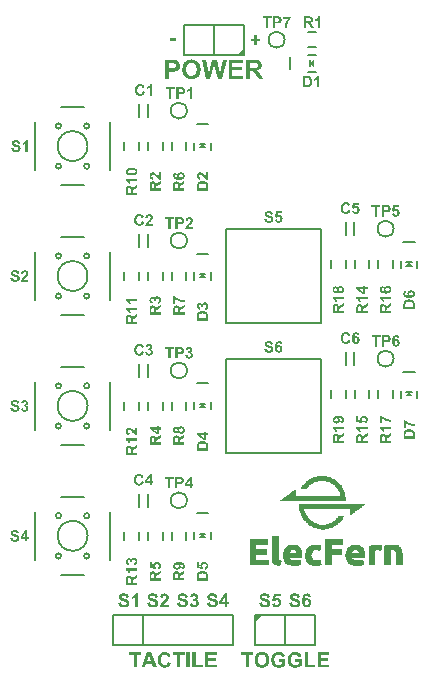
<source format=gto>
G04*
G04 #@! TF.GenerationSoftware,Altium Limited,Altium Designer,21.2.1 (34)*
G04*
G04 Layer_Color=65535*
%FSTAX24Y24*%
%MOIN*%
G70*
G04*
G04 #@! TF.SameCoordinates,36507061-655E-4290-96EC-BFA040FA6CF6*
G04*
G04*
G04 #@! TF.FilePolarity,Positive*
G04*
G01*
G75*
%ADD10C,0.0059*%
%ADD11C,0.0070*%
%ADD12C,0.0079*%
G36*
X067542Y038114D02*
X06731Y038114D01*
X067542Y038346D01*
X067542Y038114D01*
D02*
G37*
G36*
X069876Y037691D02*
X069739Y037829D01*
X069876Y037967D01*
Y037691D01*
D02*
G37*
G36*
X066286Y034994D02*
X06601D01*
X066148Y035132D01*
X066286Y034994D01*
D02*
G37*
G36*
X073176Y031057D02*
X0729D01*
X073038Y031195D01*
X073176Y031057D01*
D02*
G37*
G36*
X066286Y030664D02*
X06601D01*
X066148Y030801D01*
X066286Y030664D01*
D02*
G37*
G36*
X073176Y026727D02*
X0729D01*
X073038Y026864D01*
X073176Y026727D01*
D02*
G37*
G36*
X066286Y026333D02*
X06601D01*
X066148Y026471D01*
X066286Y026333D01*
D02*
G37*
G36*
X070299Y024053D02*
X070362D01*
Y024032D01*
X070425D01*
Y024011D01*
X070467D01*
Y02399D01*
X070509D01*
Y023969D01*
X070551D01*
Y023948D01*
X070572D01*
Y023927D01*
X070614D01*
Y023906D01*
X070635D01*
Y023885D01*
X070656D01*
Y023864D01*
X070677D01*
Y023843D01*
X070698D01*
Y023822D01*
X070719D01*
Y023801D01*
X07074D01*
Y02378D01*
X070761D01*
Y023759D01*
X070782D01*
Y023717D01*
X070803D01*
Y023675D01*
X070824D01*
Y023654D01*
X070845D01*
Y023612D01*
X070866D01*
Y023549D01*
X070887D01*
Y023486D01*
X070908D01*
Y023381D01*
X070929D01*
Y023255D01*
X068745D01*
Y023276D01*
X068787D01*
Y023297D01*
X068808D01*
Y023318D01*
X068829D01*
Y023339D01*
X068871D01*
Y02336D01*
X068892D01*
Y023381D01*
X068934D01*
Y023402D01*
X068955D01*
Y023423D01*
X068976D01*
Y023444D01*
X069018D01*
Y023465D01*
X069039D01*
Y023486D01*
X06906D01*
Y023507D01*
X069102D01*
Y023528D01*
X069123D01*
Y023549D01*
X069144D01*
Y02357D01*
X069186D01*
Y023591D01*
X069207D01*
Y023612D01*
X069249D01*
Y023402D01*
X07074D01*
Y023486D01*
X070719D01*
Y023549D01*
X070698D01*
Y023591D01*
X070677D01*
Y023612D01*
X070656D01*
Y023654D01*
X070635D01*
Y023675D01*
X070614D01*
Y023696D01*
X070593D01*
Y023717D01*
X070572D01*
Y023738D01*
X070551D01*
Y023759D01*
X07053D01*
Y02378D01*
X070509D01*
Y023801D01*
X070467D01*
Y023822D01*
X070446D01*
Y023843D01*
X070404D01*
Y023864D01*
X070341D01*
Y023885D01*
X070278D01*
Y023906D01*
X069984D01*
Y023885D01*
X069921D01*
Y023864D01*
X069879D01*
Y023843D01*
X069816D01*
Y023822D01*
X069774D01*
Y023801D01*
X069753D01*
Y02378D01*
X069732D01*
Y023759D01*
X069711D01*
Y023738D01*
X06969D01*
Y023717D01*
X069669D01*
Y023696D01*
X069648D01*
Y023675D01*
X069627D01*
Y023633D01*
X069417D01*
Y023654D01*
X069438D01*
Y023696D01*
X069459D01*
Y023738D01*
X06948D01*
Y023759D01*
X069501D01*
Y02378D01*
X069522D01*
Y023801D01*
X069543D01*
Y023822D01*
X069564D01*
Y023843D01*
X069585D01*
Y023885D01*
X069606D01*
Y023906D01*
X069648D01*
Y023927D01*
X069669D01*
Y023948D01*
X069711D01*
Y023969D01*
X069753D01*
Y02399D01*
X069774D01*
Y024011D01*
X069837D01*
Y024032D01*
X0699D01*
Y024053D01*
X069963D01*
Y024074D01*
X070299D01*
Y024053D01*
D02*
G37*
G36*
X071559Y023108D02*
X071538D01*
Y023087D01*
X071517D01*
Y023066D01*
X071475D01*
Y023045D01*
X071454D01*
Y023024D01*
X071433D01*
Y023003D01*
X071391D01*
Y022982D01*
X07137D01*
Y022961D01*
X071349D01*
Y02294D01*
X071307D01*
Y022919D01*
X071286D01*
Y022898D01*
X071244D01*
Y022877D01*
X071223D01*
Y022856D01*
X071202D01*
Y022835D01*
X07116D01*
Y022814D01*
X071139D01*
Y022793D01*
X071118D01*
Y022772D01*
X071076D01*
Y022751D01*
X071055D01*
Y022961D01*
X069543D01*
Y022919D01*
X069564D01*
Y022856D01*
X069585D01*
Y022814D01*
X069606D01*
Y022772D01*
X069627D01*
Y02273D01*
X069648D01*
Y022709D01*
X069669D01*
Y022688D01*
X06969D01*
Y022667D01*
X069711D01*
Y022646D01*
X069732D01*
Y022625D01*
X069753D01*
Y022604D01*
X069774D01*
Y022583D01*
X069795D01*
Y022562D01*
X069837D01*
Y022541D01*
X069858D01*
Y02252D01*
X069921D01*
Y022499D01*
X069963D01*
Y022479D01*
X070047D01*
Y022458D01*
X070257D01*
Y022479D01*
X070362D01*
Y022499D01*
X070404D01*
Y02252D01*
X070467D01*
Y022541D01*
X070488D01*
Y022562D01*
X07053D01*
Y022583D01*
X070551D01*
Y022604D01*
X070593D01*
Y022625D01*
X070614D01*
Y022667D01*
X070635D01*
Y022688D01*
X070656D01*
Y022709D01*
X070677D01*
Y02273D01*
X070866D01*
Y022709D01*
X070845D01*
Y022667D01*
X070824D01*
Y022625D01*
X070803D01*
Y022604D01*
X070782D01*
Y022583D01*
X070761D01*
Y022541D01*
X07074D01*
Y02252D01*
X070698D01*
Y022499D01*
X070677D01*
Y022479D01*
X070656D01*
Y022458D01*
X070635D01*
Y022437D01*
X070593D01*
Y022416D01*
X070572D01*
Y022395D01*
X07053D01*
Y022374D01*
X070488D01*
Y022353D01*
X070425D01*
Y022332D01*
X070362D01*
Y022311D01*
X070236D01*
Y02229D01*
X07011D01*
Y022311D01*
X069963D01*
Y022332D01*
X069879D01*
Y022353D01*
X069837D01*
Y022374D01*
X069795D01*
Y022395D01*
X069753D01*
Y022416D01*
X069711D01*
Y022437D01*
X06969D01*
Y022458D01*
X069669D01*
Y022479D01*
X069648D01*
Y022499D01*
X069606D01*
Y02252D01*
X069585D01*
Y022562D01*
X069564D01*
Y022583D01*
X069543D01*
Y022604D01*
X069522D01*
Y022625D01*
X069501D01*
Y022667D01*
X06948D01*
Y022709D01*
X069459D01*
Y02273D01*
X069438D01*
Y022772D01*
X069417D01*
Y022835D01*
X069396D01*
Y022898D01*
X069375D01*
Y023045D01*
X069354D01*
Y023129D01*
X071559D01*
Y023108D01*
D02*
G37*
G36*
X066286Y022002D02*
X06601D01*
X066148Y02214D01*
X066286Y022002D01*
D02*
G37*
G36*
X072063Y021765D02*
X072126D01*
Y021744D01*
X072147D01*
Y021723D01*
X072126D01*
Y02166D01*
Y021639D01*
Y021618D01*
X072105D01*
Y021576D01*
X072042D01*
Y021597D01*
X071916D01*
Y021576D01*
X071895D01*
Y021093D01*
X071685D01*
Y021744D01*
X071748D01*
Y021765D01*
X071853D01*
Y021786D01*
X072063D01*
Y021765D01*
D02*
G37*
G36*
X070047D02*
X07011D01*
Y02166D01*
X070089D01*
Y021597D01*
X070068D01*
Y021576D01*
X070005D01*
Y021597D01*
X069879D01*
Y021576D01*
X069837D01*
Y021555D01*
X069816D01*
Y021513D01*
X069795D01*
Y021429D01*
X069774D01*
Y021408D01*
X069795D01*
Y021345D01*
X069816D01*
Y021303D01*
X069837D01*
Y021282D01*
X069858D01*
Y021261D01*
X070047D01*
Y021282D01*
X070089D01*
Y021261D01*
X07011D01*
Y021156D01*
X070131D01*
Y021093D01*
X070068D01*
Y021072D01*
X069795D01*
Y021093D01*
X069732D01*
Y021114D01*
X069711D01*
Y021135D01*
X069669D01*
Y021156D01*
X069648D01*
Y021177D01*
X069627D01*
Y021219D01*
X069606D01*
Y021261D01*
X069585D01*
Y021324D01*
X069564D01*
Y021513D01*
X069585D01*
Y021597D01*
X069606D01*
Y021639D01*
X069627D01*
Y02166D01*
X069648D01*
Y021681D01*
X069669D01*
Y021702D01*
X06969D01*
Y021723D01*
X069711D01*
Y021744D01*
X069753D01*
Y021765D01*
X069795D01*
Y021786D01*
X070047D01*
Y021765D01*
D02*
G37*
G36*
X072609D02*
X072693D01*
Y021744D01*
X072714D01*
Y021723D01*
X072735D01*
Y021702D01*
X072756D01*
Y021681D01*
X072777D01*
Y021639D01*
X072798D01*
Y021492D01*
X072819D01*
Y021093D01*
X072588D01*
Y021429D01*
Y02145D01*
Y021555D01*
X072567D01*
Y021576D01*
X072546D01*
Y021597D01*
X072441D01*
Y021576D01*
X07242D01*
Y021093D01*
X07221D01*
Y021744D01*
X072231D01*
Y021765D01*
X072336D01*
Y021786D01*
X072609D01*
Y021765D01*
D02*
G37*
G36*
X070845Y021786D02*
X070467D01*
Y021639D01*
X070803D01*
Y02145D01*
X070467D01*
Y021093D01*
X070236D01*
Y021828D01*
Y021849D01*
Y021975D01*
X070845D01*
Y021786D01*
D02*
G37*
G36*
X068325D02*
X067926D01*
Y02166D01*
X067947D01*
Y021639D01*
X068283D01*
Y02145D01*
X067926D01*
Y021282D01*
X068346D01*
Y021261D01*
X068367D01*
Y021093D01*
X067716D01*
Y021975D01*
X068325D01*
Y021786D01*
D02*
G37*
G36*
X07137Y021765D02*
X071412D01*
Y021744D01*
X071433D01*
Y021723D01*
X071475D01*
Y021702D01*
X071496D01*
Y02166D01*
X071517D01*
Y021639D01*
X071538D01*
Y021576D01*
X071559D01*
Y021345D01*
X071139D01*
Y021324D01*
X07116D01*
Y021303D01*
X071181D01*
Y021282D01*
X071223D01*
Y021261D01*
X071433D01*
Y021282D01*
X071496D01*
Y02124D01*
X071517D01*
Y021093D01*
X071454D01*
Y021072D01*
X07116D01*
Y021093D01*
X071097D01*
Y021114D01*
X071055D01*
Y021135D01*
X071013D01*
Y021156D01*
X070992D01*
Y021198D01*
X070971D01*
Y021219D01*
X07095D01*
Y021261D01*
X070929D01*
Y021387D01*
X070908D01*
Y021471D01*
X070929D01*
Y021576D01*
X07095D01*
Y021618D01*
X070971D01*
Y02166D01*
X070992D01*
Y021681D01*
X071013D01*
Y021702D01*
X071034D01*
Y021723D01*
X071055D01*
Y021744D01*
X071097D01*
Y021765D01*
X071139D01*
Y021786D01*
X07137D01*
Y021765D01*
D02*
G37*
G36*
X06927D02*
X069333D01*
Y021744D01*
X069354D01*
Y021723D01*
X069375D01*
Y021702D01*
X069396D01*
Y021681D01*
X069417D01*
Y02166D01*
X069438D01*
Y021618D01*
X069459D01*
Y021534D01*
X06948D01*
Y021345D01*
X06906D01*
Y021324D01*
X069081D01*
Y021303D01*
X069102D01*
Y021282D01*
X069123D01*
Y021261D01*
X069333D01*
Y021282D01*
X069417D01*
Y021198D01*
X069438D01*
Y021093D01*
X069354D01*
Y021072D01*
X069081D01*
Y021093D01*
X069018D01*
Y021114D01*
X068976D01*
Y021135D01*
X068934D01*
Y021156D01*
X068913D01*
Y021177D01*
X068892D01*
Y021219D01*
X068871D01*
Y021261D01*
X06885D01*
Y021324D01*
X068829D01*
Y021534D01*
X06885D01*
Y021597D01*
X068871D01*
Y021639D01*
X068892D01*
Y02166D01*
X068913D01*
Y021681D01*
X068934D01*
Y021702D01*
X068955D01*
Y021723D01*
X068976D01*
Y021744D01*
X068997D01*
Y021765D01*
X06906D01*
Y021786D01*
X06927D01*
Y021765D01*
D02*
G37*
G36*
X068682Y021282D02*
X068703D01*
Y021261D01*
X068766D01*
Y02124D01*
X068787D01*
Y021219D01*
X068766D01*
Y021093D01*
X068745D01*
Y021072D01*
X06864D01*
Y021093D01*
X068556D01*
Y021114D01*
X068535D01*
Y021135D01*
X068514D01*
Y021156D01*
X068493D01*
Y021177D01*
X068472D01*
Y021198D01*
Y021219D01*
Y022059D01*
X068556D01*
Y02208D01*
X068682D01*
Y021282D01*
D02*
G37*
G36*
X068136Y019434D02*
X067904Y019201D01*
X067904Y019434D01*
X068136Y019434D01*
D02*
G37*
G36*
X064909Y018208D02*
X064917Y018207D01*
X064926Y018205D01*
X064936Y018204D01*
X064947Y018202D01*
X064959Y018199D01*
X064971Y018195D01*
X064983Y018191D01*
X064997Y018185D01*
X065009Y018179D01*
X065021Y018172D01*
X065033Y018163D01*
X065044Y018154D01*
X065045D01*
X065045Y018152D01*
X065048Y01815D01*
X06505Y018148D01*
X065053Y018144D01*
X065056Y01814D01*
X065064Y01813D01*
X065072Y018116D01*
X06508Y0181D01*
X065088Y018082D01*
X065096Y018061D01*
X064995Y018037D01*
Y018038D01*
X064994Y018038D01*
Y018041D01*
X064993Y018044D01*
X064991Y01805D01*
X064987Y018059D01*
X064982Y018069D01*
X064975Y018079D01*
X064967Y018089D01*
X064957Y018098D01*
X064956Y018099D01*
X064952Y018102D01*
X064946Y018106D01*
X064938Y01811D01*
X064928Y018114D01*
X064916Y018118D01*
X064903Y018121D01*
X064889Y018122D01*
X064884D01*
X064879Y018121D01*
X064875Y01812D01*
X064869Y018119D01*
X064857Y018116D01*
X064842Y018111D01*
X064827Y018104D01*
X064819Y0181D01*
X064811Y018095D01*
X064804Y018088D01*
X064798Y018081D01*
Y01808D01*
X064796Y018079D01*
X064795Y018076D01*
X064792Y018073D01*
X06479Y018068D01*
X064787Y018063D01*
X064784Y018057D01*
X064781Y018049D01*
X064777Y018041D01*
X064774Y018031D01*
X064771Y01802D01*
X064768Y018009D01*
X064766Y017995D01*
X064765Y017982D01*
X064764Y017966D01*
X064763Y01795D01*
Y017949D01*
Y017945D01*
Y01794D01*
X064764Y017934D01*
Y017926D01*
X064765Y017917D01*
X064766Y017907D01*
X064768Y017896D01*
X064772Y017874D01*
X064778Y017851D01*
X064781Y01784D01*
X064787Y01783D01*
X064792Y01782D01*
X064798Y017812D01*
X064798Y017812D01*
X064799Y017811D01*
X064801Y017809D01*
X064804Y017806D01*
X064811Y0178D01*
X064822Y017793D01*
X064834Y017785D01*
X064849Y017779D01*
X064867Y017774D01*
X064876Y017773D01*
X064886Y017772D01*
X06489D01*
X064893Y017773D01*
X064901Y017774D01*
X064911Y017775D01*
X064921Y017779D01*
X064932Y017783D01*
X064944Y017789D01*
X064956Y017798D01*
X064957Y017799D01*
X064961Y017803D01*
X064966Y017809D01*
X064972Y017818D01*
X064979Y017829D01*
X064986Y017843D01*
X064992Y01786D01*
X064998Y01788D01*
X065097Y017849D01*
Y017848D01*
X065096Y017845D01*
X065095Y017841D01*
X065093Y017835D01*
X06509Y017829D01*
X065087Y01782D01*
X065083Y017812D01*
X065079Y017802D01*
X065069Y017783D01*
X065056Y017762D01*
X06504Y017742D01*
X065031Y017734D01*
X065021Y017726D01*
X065021Y017725D01*
X065019Y017724D01*
X065016Y017722D01*
X065012Y017719D01*
X065007Y017716D01*
X065Y017713D01*
X064993Y01771D01*
X064985Y017706D01*
X064975Y017702D01*
X064965Y017698D01*
X064954Y017695D01*
X064943Y017692D01*
X06493Y017689D01*
X064916Y017687D01*
X064903Y017686D01*
X064887Y017686D01*
X064883D01*
X064878Y017686D01*
X06487Y017687D01*
X064862Y017688D01*
X064852Y017689D01*
X064841Y017691D01*
X064829Y017694D01*
X064816Y017698D01*
X064803Y017702D01*
X06479Y017708D01*
X064776Y017715D01*
X064762Y017722D01*
X064748Y017732D01*
X064735Y017742D01*
X064722Y017754D01*
X064722Y017755D01*
X06472Y017757D01*
X064717Y017761D01*
X064712Y017767D01*
X064708Y017774D01*
X064702Y017782D01*
X064696Y017792D01*
X06469Y017804D01*
X064685Y017816D01*
X064679Y01783D01*
X064673Y017846D01*
X064668Y017863D01*
X064664Y01788D01*
X064661Y0179D01*
X064659Y01792D01*
X064658Y017942D01*
Y017943D01*
Y017944D01*
Y017948D01*
X064659Y017955D01*
Y017963D01*
X06466Y017974D01*
X064662Y017986D01*
X064663Y017999D01*
X064666Y018014D01*
X06467Y01803D01*
X064674Y018046D01*
X064679Y018062D01*
X064686Y018079D01*
X064693Y018095D01*
X064702Y01811D01*
X064712Y018124D01*
X064723Y018138D01*
X064724Y018139D01*
X064726Y018141D01*
X06473Y018145D01*
X064735Y018149D01*
X064741Y018154D01*
X064749Y01816D01*
X064758Y018167D01*
X064769Y018173D01*
X064781Y01818D01*
X064793Y018186D01*
X064808Y018192D01*
X064822Y018197D01*
X064839Y018202D01*
X064856Y018205D01*
X064875Y018208D01*
X064894Y018208D01*
X064903D01*
X064909Y018208D01*
D02*
G37*
G36*
X066617Y018114D02*
X066345Y018114D01*
Y018002D01*
X066598Y018002D01*
Y017917D01*
X066345Y017917D01*
Y01778D01*
X066627Y01778D01*
Y017694D01*
X066243Y017694D01*
Y018199D01*
X066617Y018199D01*
Y018114D01*
D02*
G37*
G36*
X065917Y01778D02*
X06617D01*
Y017694D01*
X065814D01*
Y018195D01*
X065917D01*
Y01778D01*
D02*
G37*
G36*
X065715Y017694D02*
X065613D01*
Y018199D01*
X065715D01*
Y017694D01*
D02*
G37*
G36*
X06555Y018114D02*
X065401D01*
Y017694D01*
X065299D01*
Y018114D01*
X06515D01*
Y018199D01*
X06555D01*
Y018114D01*
D02*
G37*
G36*
X064622Y017694D02*
X064512D01*
X064468Y017809D01*
X064265D01*
X064224Y017694D01*
X064116D01*
X064311Y018199D01*
X064419D01*
X064622Y017694D01*
D02*
G37*
G36*
X064101Y018114D02*
X063953D01*
Y017694D01*
X063851D01*
Y018114D01*
X063701D01*
Y018199D01*
X064101D01*
Y018114D01*
D02*
G37*
G36*
X069251Y018208D02*
X069259Y018207D01*
X069269Y018206D01*
X069279Y018206D01*
X06929Y018204D01*
X069313Y018199D01*
X069337Y018192D01*
X06935Y018188D01*
X069361Y018182D01*
X069372Y018177D01*
X069383Y018169D01*
X069383Y018169D01*
X069385Y018168D01*
X069388Y018165D01*
X069391Y018162D01*
X069396Y018158D01*
X0694Y018153D01*
X069405Y018147D01*
X069411Y018141D01*
X069417Y018134D01*
X069423Y018126D01*
X069429Y018117D01*
X069434Y018107D01*
X069439Y018096D01*
X069444Y018085D01*
X069448Y018073D01*
X069451Y018061D01*
X06935Y018042D01*
Y018042D01*
X069349Y018043D01*
X069348Y018048D01*
X069345Y018054D01*
X06934Y018063D01*
X069335Y018072D01*
X069328Y018082D01*
X069319Y018091D01*
X069309Y0181D01*
X069308Y018101D01*
X069304Y018104D01*
X069297Y018107D01*
X069289Y018111D01*
X069278Y018115D01*
X069266Y018118D01*
X069252Y018121D01*
X069236Y018122D01*
X06923D01*
X069225Y018121D01*
X069219Y01812D01*
X069213Y01812D01*
X069205Y018118D01*
X069197Y018117D01*
X069181Y018112D01*
X069172Y018108D01*
X069163Y018104D01*
X069154Y018099D01*
X069146Y018094D01*
X069138Y018086D01*
X06913Y018079D01*
X069129Y018078D01*
X069128Y018077D01*
X069126Y018075D01*
X069124Y018071D01*
X069121Y018067D01*
X069117Y018061D01*
X069114Y018055D01*
X069111Y018048D01*
X069107Y018039D01*
X069103Y018029D01*
X0691Y018019D01*
X069097Y018008D01*
X069095Y017996D01*
X069092Y017982D01*
X069092Y017968D01*
X069091Y017953D01*
Y017952D01*
Y017949D01*
Y017944D01*
X069092Y017938D01*
X069092Y01793D01*
X069093Y017922D01*
X069095Y017912D01*
X069096Y017902D01*
X0691Y01788D01*
X069108Y017857D01*
X069112Y017846D01*
X069117Y017836D01*
X069124Y017826D01*
X06913Y017817D01*
X069131Y017816D01*
X069133Y017815D01*
X069135Y017813D01*
X069138Y01781D01*
X069142Y017807D01*
X069146Y017803D01*
X069152Y017799D01*
X069159Y017795D01*
X069166Y01779D01*
X069173Y017787D01*
X069192Y017779D01*
X069202Y017776D01*
X069212Y017774D01*
X069224Y017773D01*
X069235Y017772D01*
X069241D01*
X069247Y017773D01*
X069256Y017773D01*
X069265Y017775D01*
X069276Y017777D01*
X069288Y01778D01*
X069299Y017784D01*
X0693D01*
X069301Y017785D01*
X069305Y017787D01*
X069311Y01779D01*
X069318Y017793D01*
X069327Y017798D01*
X069337Y017803D01*
X069346Y017808D01*
X069355Y017815D01*
Y01788D01*
X069238D01*
Y017965D01*
X069458D01*
Y017763D01*
X069456Y017761D01*
X069454Y01776D01*
X069452Y017757D01*
X069448Y017755D01*
X069445Y017752D01*
X069434Y017744D01*
X069421Y017736D01*
X069404Y017727D01*
X069386Y017717D01*
X069364Y017709D01*
X069364D01*
X069361Y017708D01*
X069359Y017706D01*
X069354Y017705D01*
X069348Y017703D01*
X069342Y017701D01*
X069334Y017699D01*
X069326Y017697D01*
X069308Y017693D01*
X069287Y017689D01*
X069265Y017686D01*
X069242Y017685D01*
X069234D01*
X069229Y017686D01*
X069221D01*
X069213Y017687D01*
X069205Y017688D01*
X069195Y01769D01*
X069173Y017693D01*
X06915Y017699D01*
X069126Y017707D01*
X069115Y017712D01*
X069103Y017718D01*
X069103Y017719D01*
X069101Y01772D01*
X069098Y017722D01*
X069094Y017725D01*
X069089Y017728D01*
X069084Y017732D01*
X069077Y017737D01*
X069071Y017743D01*
X069056Y017756D01*
X069041Y017773D01*
X069028Y017792D01*
X069015Y017814D01*
Y017814D01*
X069014Y017816D01*
X069012Y01782D01*
X069011Y017824D01*
X069009Y01783D01*
X069006Y017837D01*
X069004Y017845D01*
X069001Y017854D01*
X068998Y017863D01*
X068995Y017874D01*
X06899Y017897D01*
X068987Y017921D01*
X068986Y017948D01*
Y017949D01*
Y017952D01*
Y017956D01*
X068987Y017962D01*
Y017969D01*
X068987Y017977D01*
X068989Y017986D01*
X06899Y017996D01*
X068994Y018017D01*
X069Y018041D01*
X069008Y018065D01*
X069013Y018077D01*
X069019Y018088D01*
X06902Y018089D01*
X06902Y018091D01*
X069022Y018094D01*
X069025Y018099D01*
X069028Y018104D01*
X069033Y01811D01*
X069038Y018116D01*
X069043Y018123D01*
X069049Y018131D01*
X069057Y018139D01*
X069065Y018147D01*
X069074Y018155D01*
X069083Y018162D01*
X069092Y01817D01*
X069115Y018183D01*
X069116D01*
X069117Y018185D01*
X06912Y018185D01*
X069124Y018188D01*
X069129Y018189D01*
X069134Y018191D01*
X069141Y018193D01*
X069149Y018196D01*
X069157Y018198D01*
X069166Y018201D01*
X069176Y018203D01*
X069187Y018205D01*
X06921Y018208D01*
X069236Y018209D01*
X069245D01*
X069251Y018208D01*
D02*
G37*
G36*
X068703D02*
X068711Y018207D01*
X068721Y018206D01*
X068731Y018206D01*
X068742Y018204D01*
X068765Y018199D01*
X068789Y018192D01*
X068802Y018188D01*
X068813Y018182D01*
X068824Y018177D01*
X068834Y018169D01*
X068835Y018169D01*
X068837Y018168D01*
X06884Y018165D01*
X068843Y018162D01*
X068848Y018158D01*
X068852Y018153D01*
X068857Y018147D01*
X068863Y018141D01*
X068869Y018134D01*
X068874Y018126D01*
X06888Y018117D01*
X068885Y018107D01*
X068891Y018096D01*
X068896Y018085D01*
X0689Y018073D01*
X068903Y018061D01*
X068802Y018042D01*
Y018042D01*
X068801Y018043D01*
X068799Y018048D01*
X068796Y018054D01*
X068792Y018063D01*
X068787Y018072D01*
X06878Y018082D01*
X068771Y018091D01*
X068761Y0181D01*
X068759Y018101D01*
X068756Y018104D01*
X068749Y018107D01*
X068741Y018111D01*
X06873Y018115D01*
X068718Y018118D01*
X068704Y018121D01*
X068688Y018122D01*
X068681D01*
X068677Y018121D01*
X068671Y01812D01*
X068665Y01812D01*
X068657Y018118D01*
X068649Y018117D01*
X068632Y018112D01*
X068624Y018108D01*
X068615Y018104D01*
X068606Y018099D01*
X068597Y018094D01*
X068589Y018086D01*
X068581Y018079D01*
X068581Y018078D01*
X06858Y018077D01*
X068578Y018075D01*
X068576Y018071D01*
X068573Y018067D01*
X068569Y018061D01*
X068565Y018055D01*
X068562Y018048D01*
X068559Y018039D01*
X068555Y018029D01*
X068552Y018019D01*
X068549Y018008D01*
X068546Y017996D01*
X068544Y017982D01*
X068544Y017968D01*
X068543Y017953D01*
Y017952D01*
Y017949D01*
Y017944D01*
X068544Y017938D01*
X068544Y01793D01*
X068545Y017922D01*
X068546Y017912D01*
X068548Y017902D01*
X068552Y01788D01*
X06856Y017857D01*
X068564Y017846D01*
X068569Y017836D01*
X068576Y017826D01*
X068582Y017817D01*
X068583Y017816D01*
X068584Y017815D01*
X068587Y017813D01*
X068589Y01781D01*
X068594Y017807D01*
X068598Y017803D01*
X068604Y017799D01*
X068611Y017795D01*
X068618Y01779D01*
X068625Y017787D01*
X068643Y017779D01*
X068654Y017776D01*
X068664Y017774D01*
X068675Y017773D01*
X068687Y017772D01*
X068693D01*
X068699Y017773D01*
X068708Y017773D01*
X068717Y017775D01*
X068728Y017777D01*
X06874Y01778D01*
X068751Y017784D01*
X068752D01*
X068753Y017785D01*
X068756Y017787D01*
X068763Y01779D01*
X06877Y017793D01*
X068779Y017798D01*
X068788Y017803D01*
X068798Y017808D01*
X068807Y017815D01*
Y01788D01*
X06869D01*
Y017965D01*
X068909D01*
Y017763D01*
X068908Y017761D01*
X068906Y01776D01*
X068904Y017757D01*
X0689Y017755D01*
X068896Y017752D01*
X068886Y017744D01*
X068872Y017736D01*
X068856Y017727D01*
X068838Y017717D01*
X068816Y017709D01*
X068815D01*
X068813Y017708D01*
X06881Y017706D01*
X068806Y017705D01*
X0688Y017703D01*
X068794Y017701D01*
X068786Y017699D01*
X068778Y017697D01*
X06876Y017693D01*
X068739Y017689D01*
X068717Y017686D01*
X068694Y017685D01*
X068686D01*
X068681Y017686D01*
X068673D01*
X068665Y017687D01*
X068657Y017688D01*
X068646Y01769D01*
X068625Y017693D01*
X068602Y017699D01*
X068578Y017707D01*
X068567Y017712D01*
X068555Y017718D01*
X068554Y017719D01*
X068553Y01772D01*
X068549Y017722D01*
X068546Y017725D01*
X068541Y017728D01*
X068535Y017732D01*
X068529Y017737D01*
X068522Y017743D01*
X068508Y017756D01*
X068493Y017773D01*
X068479Y017792D01*
X068467Y017814D01*
Y017814D01*
X068466Y017816D01*
X068464Y01782D01*
X068463Y017824D01*
X06846Y01783D01*
X068457Y017837D01*
X068455Y017845D01*
X068452Y017854D01*
X068449Y017863D01*
X068447Y017874D01*
X068442Y017897D01*
X068439Y017921D01*
X068438Y017948D01*
Y017949D01*
Y017952D01*
Y017956D01*
X068439Y017962D01*
Y017969D01*
X068439Y017977D01*
X068441Y017986D01*
X068442Y017996D01*
X068446Y018017D01*
X068452Y018041D01*
X06846Y018065D01*
X068465Y018077D01*
X068471Y018088D01*
X068471Y018089D01*
X068472Y018091D01*
X068474Y018094D01*
X068476Y018099D01*
X06848Y018104D01*
X068484Y01811D01*
X06849Y018116D01*
X068495Y018123D01*
X068501Y018131D01*
X068509Y018139D01*
X068517Y018147D01*
X068525Y018155D01*
X068535Y018162D01*
X068544Y01817D01*
X068567Y018183D01*
X068568D01*
X068569Y018185D01*
X068572Y018185D01*
X068576Y018188D01*
X068581Y018189D01*
X068586Y018191D01*
X068593Y018193D01*
X0686Y018196D01*
X068608Y018198D01*
X068618Y018201D01*
X068628Y018203D01*
X068638Y018205D01*
X068662Y018208D01*
X068688Y018209D01*
X068697D01*
X068703Y018208D01*
D02*
G37*
G36*
X070357Y018114D02*
X070085Y018114D01*
Y018002D01*
X070338Y018002D01*
Y017917D01*
X070085Y017917D01*
Y01778D01*
X070367Y01778D01*
Y017695D01*
X069983Y017695D01*
Y018199D01*
X070357Y018199D01*
Y018114D01*
D02*
G37*
G36*
X069657Y01778D02*
X06991D01*
Y017695D01*
X069555D01*
Y018196D01*
X069657D01*
Y01778D01*
D02*
G37*
G36*
X067842Y018114D02*
X067693D01*
Y017695D01*
X067591D01*
Y018114D01*
X067441D01*
Y018199D01*
X067842D01*
Y018114D01*
D02*
G37*
G36*
X068141Y018208D02*
X068148D01*
X068158Y018206D01*
X068169Y018205D01*
X068181Y018203D01*
X068194Y0182D01*
X068208Y018196D01*
X068223Y018192D01*
X068237Y018186D01*
X068253Y01818D01*
X068267Y018172D01*
X068282Y018162D01*
X068296Y018151D01*
X068309Y018139D01*
X06831Y018138D01*
X068312Y018136D01*
X068315Y018131D01*
X068319Y018126D01*
X068324Y018119D01*
X06833Y01811D01*
X068336Y0181D01*
X068342Y018088D01*
X068349Y018076D01*
X068355Y018061D01*
X068361Y018045D01*
X068366Y018029D01*
X06837Y01801D01*
X068373Y01799D01*
X068375Y017969D01*
X068376Y017946D01*
Y017945D01*
Y017941D01*
X068375Y017935D01*
Y017926D01*
X068374Y017916D01*
X068372Y017904D01*
X06837Y01789D01*
X068368Y017876D01*
X068364Y017861D01*
X06836Y017845D01*
X068354Y017829D01*
X068347Y017813D01*
X06834Y017798D01*
X068331Y017782D01*
X06832Y017768D01*
X068309Y017754D01*
X068308Y017753D01*
X068306Y017751D01*
X068302Y017747D01*
X068296Y017743D01*
X06829Y017738D01*
X068282Y017732D01*
X068272Y017726D01*
X068262Y01772D01*
X06825Y017713D01*
X068237Y017707D01*
X068222Y017701D01*
X068206Y017696D01*
X068189Y017692D01*
X068171Y017688D01*
X068152Y017686D01*
X068132Y017685D01*
X068127D01*
X068121Y017686D01*
X068113Y017687D01*
X068104Y017687D01*
X068093Y017689D01*
X068081Y017691D01*
X068067Y017694D01*
X068053Y017698D01*
X068039Y017702D01*
X068024Y017708D01*
X068009Y017714D01*
X067994Y017722D01*
X06798Y017731D01*
X067966Y017741D01*
X067953Y017754D01*
X067952Y017755D01*
X06795Y017757D01*
X067947Y017761D01*
X067943Y017766D01*
X067938Y017773D01*
X067932Y017782D01*
X067926Y017792D01*
X06792Y017803D01*
X067914Y017816D01*
X067908Y01783D01*
X067902Y017846D01*
X067897Y017862D01*
X067893Y017881D01*
X06789Y0179D01*
X067887Y017921D01*
X067887Y017943D01*
Y017944D01*
Y017947D01*
Y017951D01*
X067887Y017956D01*
Y017963D01*
X067888Y01797D01*
X067889Y017979D01*
X06789Y017989D01*
X067893Y018009D01*
X067896Y018031D01*
X067902Y018053D01*
X067909Y018073D01*
Y018074D01*
X06791Y018075D01*
X067911Y018077D01*
X067912Y01808D01*
X067917Y018087D01*
X067922Y018096D01*
X067928Y018107D01*
X067936Y018118D01*
X067946Y018131D01*
X067956Y018142D01*
X067957Y018143D01*
X067957Y018144D01*
X067961Y018147D01*
X067968Y018153D01*
X067976Y01816D01*
X067985Y018167D01*
X067996Y018175D01*
X068008Y018182D01*
X068022Y018188D01*
X068022D01*
X068024Y018189D01*
X068027Y01819D01*
X06803Y018191D01*
X068035Y018193D01*
X06804Y018195D01*
X068046Y018196D01*
X068053Y018198D01*
X068069Y018202D01*
X068087Y018206D01*
X068108Y018208D01*
X06813Y018209D01*
X068135D01*
X068141Y018208D01*
D02*
G37*
G36*
X066798Y037317D02*
X066661D01*
X066537Y037788D01*
X066411Y037317D01*
X066273D01*
X066123Y037947D01*
X066253D01*
X066348Y037514D01*
X066463Y037947D01*
X066616Y037947D01*
X066725Y037506D01*
X066822Y037947D01*
X06695D01*
X066798Y037317D01*
D02*
G37*
G36*
X067897Y037946D02*
X067907D01*
X067917Y037945D01*
X067929D01*
X067952Y037943D01*
X067977Y03794D01*
X068Y037935D01*
X06801Y037933D01*
X068019Y03793D01*
X06802D01*
X068021Y037929D01*
X068026Y037926D01*
X068034Y037922D01*
X068045Y037916D01*
X068057Y037907D01*
X068069Y037897D01*
X068081Y037884D01*
X068092Y037869D01*
Y037868D01*
X068093Y037867D01*
X068095Y037864D01*
X068096Y037862D01*
X068101Y037853D01*
X068106Y037841D01*
X068111Y037826D01*
X068116Y03781D01*
X068119Y037791D01*
X06812Y037771D01*
Y03777D01*
Y037768D01*
Y037763D01*
X068119Y037759D01*
Y037752D01*
X068118Y037746D01*
X068115Y03773D01*
X06811Y03771D01*
X068103Y037691D01*
X068092Y037671D01*
X068085Y037662D01*
X068078Y037653D01*
X068077Y037652D01*
X068076Y037651D01*
X068074Y037648D01*
X06807Y037646D01*
X068066Y037642D01*
X068061Y037638D01*
X068055Y037633D01*
X068047Y037628D01*
X068039Y037623D01*
X068029Y037618D01*
X068019Y037614D01*
X068008Y037609D01*
X067995Y037605D01*
X067983Y037601D01*
X067969Y037597D01*
X067953Y037595D01*
X067954D01*
X067955Y037594D01*
X067961Y03759D01*
X067968Y037586D01*
X067977Y037579D01*
X067988Y037571D01*
X067999Y037563D01*
X068011Y037553D01*
X068021Y037542D01*
X068022Y037541D01*
X068026Y037536D01*
X068032Y037529D01*
X06804Y037518D01*
X068051Y037505D01*
X068056Y037495D01*
X068063Y037486D01*
X06807Y037476D01*
X068077Y037465D01*
X068085Y037453D01*
X068094Y03744D01*
X068171Y037317D01*
X068018D01*
X067927Y037453D01*
X067926Y037454D01*
X067925Y037457D01*
X067922Y037461D01*
X067919Y037465D01*
X067915Y037471D01*
X067911Y037478D01*
X067901Y037493D01*
X067889Y037509D01*
X067878Y037524D01*
X067868Y037537D01*
X067863Y037542D01*
X06786Y037546D01*
X067859Y037547D01*
X067857Y037549D01*
X067853Y037553D01*
X067849Y037557D01*
X067842Y037561D01*
X067836Y037566D01*
X067829Y037569D01*
X067821Y037573D01*
X06782D01*
X067818Y037574D01*
X067813Y037576D01*
X067806Y037576D01*
X067797Y037578D01*
X067786Y037579D01*
X067773Y03758D01*
X067732D01*
Y037317D01*
X067604D01*
Y037947D01*
X067889D01*
X067897Y037946D01*
D02*
G37*
G36*
X067484Y037841D02*
X067144D01*
Y037701D01*
X067461D01*
Y037595D01*
X067144D01*
Y037423D01*
X067496D01*
Y037317D01*
X067017D01*
Y037947D01*
X067484D01*
Y037841D01*
D02*
G37*
G36*
X065155Y037946D02*
X065178D01*
X065204Y037945D01*
X06523Y037943D01*
X06524Y037942D01*
X065251Y037941D01*
X06526Y037939D01*
X065268Y037937D01*
X065269D01*
X065271Y037936D01*
X065273Y037935D01*
X065277Y037935D01*
X065287Y03793D01*
X0653Y037924D01*
X065313Y037916D01*
X065329Y037905D01*
X065343Y037892D01*
X065358Y037875D01*
Y037874D01*
X06536Y037873D01*
X065362Y037871D01*
X065363Y037867D01*
X065367Y037862D01*
X06537Y037856D01*
X065373Y03785D01*
X065377Y037842D01*
X065383Y037824D01*
X06539Y037804D01*
X065393Y03778D01*
X065395Y037753D01*
Y037752D01*
Y03775D01*
Y037748D01*
Y037743D01*
X065394Y037739D01*
Y037732D01*
X065393Y03772D01*
X06539Y037704D01*
X065386Y037687D01*
X065381Y03767D01*
X065373Y037655D01*
X065373Y037653D01*
X06537Y037648D01*
X065365Y037641D01*
X065359Y037632D01*
X065352Y037623D01*
X065342Y037612D01*
X065332Y037602D01*
X06532Y037593D01*
X065318Y037592D01*
X065314Y037589D01*
X065308Y037586D01*
X0653Y037581D01*
X06529Y037576D01*
X065279Y037571D01*
X065267Y037566D01*
X065254Y037563D01*
X065252D01*
X06525Y037562D01*
X065246D01*
X065241Y037561D01*
X065235Y03756D01*
X065229Y037559D01*
X06522D01*
X065212Y037558D01*
X065202Y037557D01*
X065191Y037556D01*
X065179Y037556D01*
X065167D01*
X065153Y037555D01*
X06504D01*
Y037317D01*
X064912D01*
Y037947D01*
X065145D01*
X065155Y037946D01*
D02*
G37*
G36*
X065792Y037958D02*
X065801D01*
X065813Y037956D01*
X065826Y037955D01*
X065842Y037952D01*
X065858Y037948D01*
X065875Y037944D01*
X065894Y037938D01*
X065912Y037931D01*
X065931Y037923D01*
X065949Y037913D01*
X065967Y037901D01*
X065985Y037887D01*
X066001Y037872D01*
X066002Y037871D01*
X066005Y037868D01*
X066009Y037863D01*
X066014Y037856D01*
X06602Y037847D01*
X066028Y037836D01*
X066035Y037823D01*
X066043Y037809D01*
X066051Y037793D01*
X066059Y037775D01*
X066066Y037755D01*
X066072Y037734D01*
X066078Y03771D01*
X066081Y037686D01*
X066084Y037659D01*
X066085Y037631D01*
Y037629D01*
Y037625D01*
X066084Y037617D01*
Y037606D01*
X066082Y037593D01*
X06608Y037578D01*
X066078Y037561D01*
X066075Y037544D01*
X06607Y037525D01*
X066065Y037505D01*
X066058Y037484D01*
X066049Y037464D01*
X06604Y037445D01*
X066028Y037426D01*
X066016Y037408D01*
X066001Y037391D01*
X066Y03739D01*
X065997Y037387D01*
X065993Y037382D01*
X065986Y037377D01*
X065977Y037371D01*
X065967Y037363D01*
X065956Y037356D01*
X065943Y037348D01*
X065927Y03734D01*
X065911Y037332D01*
X065893Y037325D01*
X065873Y037319D01*
X065852Y037313D01*
X065829Y037309D01*
X065805Y037306D01*
X06578Y037305D01*
X065773D01*
X065766Y037306D01*
X065757Y037307D01*
X065745Y037308D01*
X065731Y03731D01*
X065716Y037312D01*
X0657Y037316D01*
X065681Y03732D01*
X065664Y037326D01*
X065645Y037333D01*
X065627Y037341D01*
X065608Y037351D01*
X06559Y037362D01*
X065573Y037375D01*
X065557Y037391D01*
X065556Y037392D01*
X065553Y037394D01*
X065549Y0374D01*
X065544Y037406D01*
X065537Y037415D01*
X06553Y037426D01*
X065523Y037438D01*
X065516Y037453D01*
X065507Y037468D01*
X0655Y037486D01*
X065493Y037505D01*
X065486Y037526D01*
X065481Y037549D01*
X065477Y037574D01*
X065475Y0376D01*
X065474Y037627D01*
Y037628D01*
Y037632D01*
Y037637D01*
X065475Y037644D01*
Y037652D01*
X065475Y037661D01*
X065476Y037672D01*
X065477Y037684D01*
X065481Y037709D01*
X065486Y037737D01*
X065493Y037764D01*
X065502Y03779D01*
Y037791D01*
X065503Y037791D01*
X065505Y037794D01*
X065506Y037798D01*
X065511Y037807D01*
X065517Y037819D01*
X065526Y037832D01*
X065536Y037846D01*
X065547Y037862D01*
X06556Y037876D01*
X065561Y037877D01*
X065562Y037878D01*
X065567Y037883D01*
X065575Y03789D01*
X065585Y037898D01*
X065597Y037907D01*
X06561Y037917D01*
X065626Y037926D01*
X065642Y037934D01*
X065643D01*
X065645Y037935D01*
X065649Y037936D01*
X065653Y037937D01*
X065659Y03794D01*
X065665Y037942D01*
X065673Y037944D01*
X065681Y037946D01*
X065701Y037951D01*
X065724Y037955D01*
X065751Y037958D01*
X065778Y037959D01*
X065784D01*
X065792Y037958D01*
D02*
G37*
G36*
X068233Y020166D02*
X06824Y020165D01*
X068249Y020165D01*
X068257Y020163D01*
X068267Y020162D01*
X068288Y020158D01*
X068298Y020154D01*
X068309Y020151D01*
X068319Y020146D01*
X068329Y020141D01*
X068338Y020135D01*
X068347Y020129D01*
X068348Y020128D01*
X068349Y020127D01*
X068351Y020125D01*
X068354Y020122D01*
X068357Y020118D01*
X068361Y020114D01*
X068365Y020108D01*
X068369Y020102D01*
X068373Y020095D01*
X068377Y020088D01*
X068381Y020079D01*
X068384Y02007D01*
X068388Y020061D01*
X06839Y020051D01*
X068392Y02004D01*
X068393Y020028D01*
X068301Y020025D01*
Y020026D01*
Y020026D01*
X0683Y020031D01*
X068298Y020037D01*
X068296Y020044D01*
X068292Y020053D01*
X068288Y02006D01*
X068282Y020068D01*
X068275Y020075D01*
X068275Y020076D01*
X068272Y020078D01*
X068268Y02008D01*
X068261Y020083D01*
X068253Y020085D01*
X068243Y020088D01*
X068231Y02009D01*
X068218Y020091D01*
X068211D01*
X068204Y02009D01*
X068195Y020089D01*
X068186Y020087D01*
X068175Y020083D01*
X068165Y020079D01*
X068156Y020074D01*
X068155Y020073D01*
X068154Y020072D01*
X068151Y02007D01*
X068149Y020066D01*
X068146Y020062D01*
X068144Y020057D01*
X068142Y020052D01*
X068142Y020045D01*
Y020045D01*
Y020043D01*
X068142Y020039D01*
X068144Y020036D01*
X068145Y020032D01*
X068147Y020027D01*
X06815Y020022D01*
X068155Y020018D01*
X068155Y020017D01*
X068159Y020015D01*
X068161Y020014D01*
X068164Y020013D01*
X068167Y020011D01*
X068172Y020009D01*
X068177Y020007D01*
X068183Y020004D01*
X06819Y020001D01*
X068197Y019999D01*
X068207Y019996D01*
X068216Y019994D01*
X068227Y019991D01*
X068239Y019988D01*
X068239D01*
X068242Y019987D01*
X068245Y019986D01*
X06825Y019985D01*
X068255Y019984D01*
X068262Y019982D01*
X068269Y01998D01*
X068276Y019978D01*
X068292Y019973D01*
X068308Y019967D01*
X068324Y019961D01*
X068331Y019958D01*
X068337Y019955D01*
X068338D01*
X068338Y019954D01*
X068342Y019952D01*
X068348Y019948D01*
X068355Y019942D01*
X068363Y019936D01*
X068372Y019928D01*
X06838Y019919D01*
X068388Y019908D01*
X068388Y019907D01*
X06839Y019903D01*
X068394Y019897D01*
X068397Y019889D01*
X0684Y019878D01*
X068403Y019866D01*
X068405Y019852D01*
X068406Y019836D01*
Y019835D01*
Y019834D01*
Y019832D01*
Y01983D01*
X068405Y019826D01*
X068405Y019822D01*
X068403Y019812D01*
X068401Y019801D01*
X068397Y019788D01*
X068391Y019776D01*
X068384Y019763D01*
Y019762D01*
X068382Y019761D01*
X06838Y019757D01*
X068374Y019751D01*
X068368Y019744D01*
X068359Y019735D01*
X068348Y019727D01*
X068336Y019719D01*
X068322Y019712D01*
X068321D01*
X06832Y019711D01*
X068318Y019711D01*
X068315Y01971D01*
X068311Y019708D01*
X068306Y019707D01*
X068301Y019706D01*
X068295Y019704D01*
X068288Y019702D01*
X068281Y019701D01*
X068264Y019698D01*
X068245Y019696D01*
X068224Y019696D01*
X068215D01*
X068209Y019696D01*
X068202Y019697D01*
X068194Y019698D01*
X068185Y019699D01*
X068175Y019701D01*
X068153Y019706D01*
X068142Y019709D01*
X068132Y019712D01*
X068121Y019717D01*
X06811Y019722D01*
X0681Y019728D01*
X068091Y019735D01*
X06809Y019736D01*
X068089Y019737D01*
X068087Y019739D01*
X068084Y019742D01*
X06808Y019747D01*
X068076Y019752D01*
X068071Y019758D01*
X068067Y019765D01*
X068062Y019772D01*
X068058Y019781D01*
X068053Y019791D01*
X068048Y019801D01*
X068045Y019812D01*
X068041Y019825D01*
X068039Y019838D01*
X068037Y019852D01*
X068126Y01986D01*
Y01986D01*
X068127Y019858D01*
Y019856D01*
X068127Y019853D01*
X06813Y019845D01*
X068133Y019835D01*
X068137Y019824D01*
X068143Y019813D01*
X068149Y019803D01*
X068158Y019794D01*
X068159Y019793D01*
X068163Y019791D01*
X068168Y019788D01*
X068176Y019784D01*
X068186Y01978D01*
X068197Y019776D01*
X06821Y019774D01*
X068225Y019773D01*
X068232D01*
X06824Y019774D01*
X06825Y019776D01*
X06826Y019778D01*
X068271Y019781D01*
X068282Y019786D01*
X068291Y019792D01*
X068292Y019792D01*
X068295Y019795D01*
X068298Y019799D01*
X068303Y019804D01*
X068307Y019811D01*
X068311Y019818D01*
X068313Y019826D01*
X068314Y019835D01*
Y019836D01*
Y019838D01*
X068313Y019841D01*
X068313Y019845D01*
X068312Y019849D01*
X06831Y019854D01*
X068308Y019858D01*
X068304Y019863D01*
X068304Y019864D01*
X068302Y019865D01*
X0683Y019867D01*
X068297Y01987D01*
X068292Y019873D01*
X068287Y019876D01*
X06828Y019879D01*
X068271Y019883D01*
X068271D01*
X068268Y019884D01*
X068264Y019885D01*
X06826Y019887D01*
X068256Y019887D01*
X068252Y019889D01*
X068247Y019891D01*
X068241Y019892D01*
X068234Y019894D01*
X068226Y019896D01*
X068218Y019898D01*
X068209Y0199D01*
X068198Y019903D01*
X068197D01*
X068195Y019904D01*
X068191Y019905D01*
X068186Y019906D01*
X06818Y019908D01*
X068173Y01991D01*
X068166Y019913D01*
X068157Y019915D01*
X06814Y019922D01*
X068124Y01993D01*
X068115Y019934D01*
X068108Y019938D01*
X068101Y019943D01*
X068095Y019948D01*
X068094Y019948D01*
X068093Y01995D01*
X068091Y019952D01*
X068088Y019954D01*
X068085Y019958D01*
X068082Y019963D01*
X068078Y019967D01*
X068075Y019973D01*
X068067Y019987D01*
X06806Y020003D01*
X068058Y020011D01*
X068056Y02002D01*
X068054Y02003D01*
X068054Y020039D01*
Y02004D01*
Y020041D01*
Y020043D01*
Y020045D01*
X068055Y020052D01*
X068056Y02006D01*
X068058Y02007D01*
X068062Y020081D01*
X068066Y020093D01*
X068073Y020104D01*
Y020105D01*
X068073Y020106D01*
X068077Y02011D01*
X068081Y020115D01*
X068087Y020121D01*
X068095Y020129D01*
X068105Y020137D01*
X068116Y020144D01*
X068129Y02015D01*
X06813D01*
X068131Y020151D01*
X068133Y020152D01*
X068136Y020153D01*
X06814Y020154D01*
X068144Y020156D01*
X068149Y020157D01*
X068155Y020159D01*
X068168Y020161D01*
X068183Y020164D01*
X0682Y020166D01*
X068219Y020167D01*
X068227D01*
X068233Y020166D01*
D02*
G37*
G36*
X068751Y020071D02*
X068586D01*
X068573Y019994D01*
X068573D01*
X068574Y019994D01*
X068578Y019996D01*
X068584Y019998D01*
X068591Y020001D01*
X0686Y020004D01*
X06861Y020006D01*
X068621Y020008D01*
X068632Y020009D01*
X068638D01*
X068642Y020008D01*
X068647Y020007D01*
X068653Y020007D01*
X068659Y020005D01*
X068666Y020003D01*
X068682Y019998D01*
X06869Y019995D01*
X068698Y019991D01*
X068706Y019986D01*
X068715Y01998D01*
X068723Y019973D01*
X068731Y019966D01*
X068731Y019965D01*
X068733Y019964D01*
X068735Y019961D01*
X068737Y019958D01*
X06874Y019954D01*
X068744Y019949D01*
X068747Y019943D01*
X068751Y019936D01*
X068755Y019929D01*
X068758Y019921D01*
X068762Y019912D01*
X068765Y019902D01*
X068767Y019892D01*
X068769Y019881D01*
X068771Y019869D01*
X068771Y019856D01*
Y019856D01*
Y019854D01*
Y019851D01*
X068771Y019847D01*
Y019842D01*
X068769Y019836D01*
X068769Y01983D01*
X068767Y019823D01*
X068763Y019807D01*
X068758Y01979D01*
X068754Y019781D01*
X06875Y019772D01*
X068744Y019764D01*
X068739Y019755D01*
X068738Y019755D01*
X068737Y019753D01*
X068734Y01975D01*
X068731Y019746D01*
X068726Y019742D01*
X06872Y019736D01*
X068714Y019731D01*
X068706Y019726D01*
X068698Y01972D01*
X068689Y019715D01*
X068679Y01971D01*
X068668Y019705D01*
X068656Y019701D01*
X068643Y019698D01*
X06863Y019696D01*
X068615Y019696D01*
X068609D01*
X068605Y019696D01*
X0686Y019697D01*
X068593Y019698D01*
X068586Y019698D01*
X068579Y0197D01*
X068563Y019704D01*
X068545Y01971D01*
X068537Y019713D01*
X068528Y019718D01*
X06852Y019723D01*
X068512Y019729D01*
X068512Y01973D01*
X06851Y01973D01*
X068508Y019732D01*
X068506Y019735D01*
X068503Y019739D01*
X068499Y019743D01*
X068496Y019748D01*
X068492Y019753D01*
X068487Y019759D01*
X068483Y019766D01*
X068476Y019782D01*
X06847Y019799D01*
X068468Y019809D01*
X068466Y01982D01*
X068552Y019829D01*
Y019828D01*
X068553Y019824D01*
X068554Y019818D01*
X068556Y019812D01*
X068559Y019805D01*
X068563Y019797D01*
X068568Y01979D01*
X068574Y019782D01*
X068575Y019782D01*
X068577Y01978D01*
X068581Y019777D01*
X068586Y019774D01*
X068592Y019771D01*
X0686Y019768D01*
X068608Y019766D01*
X068617Y019765D01*
X068618D01*
X068621Y019766D01*
X068626Y019767D01*
X068633Y019768D01*
X06864Y019771D01*
X068648Y019774D01*
X068656Y01978D01*
X068663Y019788D01*
X068664Y019789D01*
X068666Y019792D01*
X068669Y019797D01*
X068673Y019805D01*
X068676Y019814D01*
X06868Y019825D01*
X068682Y019839D01*
X068682Y019854D01*
Y019855D01*
Y019856D01*
Y019858D01*
Y019862D01*
X068682Y019869D01*
X06868Y019878D01*
X068678Y019889D01*
X068674Y019899D01*
X06867Y019909D01*
X068663Y019917D01*
X068662Y019918D01*
X06866Y019921D01*
X068655Y019924D01*
X06865Y019929D01*
X068643Y019933D01*
X068634Y019936D01*
X068624Y019938D01*
X068614Y019939D01*
X06861D01*
X068607Y019938D01*
X068601Y019937D01*
X068592Y019935D01*
X068581Y019931D01*
X06857Y019925D01*
X068564Y019921D01*
X068558Y019917D01*
X068552Y019912D01*
X068546Y019906D01*
X068476Y019915D01*
X068521Y020152D01*
X068751D01*
Y020071D01*
D02*
G37*
G36*
X06964Y02016D02*
X069645D01*
X06965Y02016D01*
X069662Y020157D01*
X069675Y020154D01*
X06969Y020148D01*
X069704Y020141D01*
X069711Y020137D01*
X069717Y020131D01*
X069718D01*
X069719Y02013D01*
X069721Y020128D01*
X069722Y020126D01*
X069726Y020123D01*
X069728Y02012D01*
X069736Y02011D01*
X069743Y020098D01*
X06975Y020083D01*
X069757Y020067D01*
X069761Y020047D01*
X069677Y020038D01*
Y020039D01*
X069677Y020042D01*
X069675Y020047D01*
X069674Y020053D01*
X069672Y020058D01*
X069669Y020065D01*
X069665Y020071D01*
X069661Y020076D01*
X06966Y020077D01*
X069658Y020078D01*
X069656Y02008D01*
X069652Y020083D01*
X069647Y020085D01*
X069641Y020087D01*
X069634Y020088D01*
X069627Y020089D01*
X069625D01*
X069622Y020088D01*
X069617Y020087D01*
X06961Y020085D01*
X069603Y020083D01*
X069595Y020078D01*
X069587Y020072D01*
X06958Y020064D01*
X069579Y020062D01*
X069578Y020061D01*
X069577Y020058D01*
X069576Y020056D01*
X069574Y020052D01*
X069572Y020047D01*
X06957Y020041D01*
X069568Y020035D01*
X069566Y020028D01*
X069564Y020019D01*
X069562Y02001D01*
X06956Y019999D01*
X069559Y019988D01*
X069557Y019975D01*
X069556Y019961D01*
X069557Y019961D01*
X069557Y019963D01*
X069559Y019964D01*
X069562Y019967D01*
X069565Y01997D01*
X069569Y019973D01*
X069578Y01998D01*
X06959Y019987D01*
X069604Y019994D01*
X069612Y019996D01*
X06962Y019997D01*
X069628Y019999D01*
X069637Y019999D01*
X069642D01*
X069646Y019999D01*
X069651Y019998D01*
X069656Y019997D01*
X069663Y019996D01*
X069669Y019994D01*
X069684Y019989D01*
X069692Y019986D01*
X0697Y019982D01*
X069707Y019977D01*
X069715Y019971D01*
X069723Y019965D01*
X06973Y019957D01*
X069731Y019957D01*
X069732Y019956D01*
X069734Y019954D01*
X069736Y01995D01*
X06974Y019946D01*
X069743Y019941D01*
X069746Y019935D01*
X06975Y019929D01*
X069754Y019921D01*
X069757Y019913D01*
X069761Y019904D01*
X069764Y019894D01*
X069766Y019885D01*
X069768Y019873D01*
X069769Y019862D01*
X06977Y01985D01*
Y019849D01*
Y019847D01*
Y019843D01*
X069769Y019838D01*
X069768Y019832D01*
X069768Y019826D01*
X069766Y019818D01*
X069764Y01981D01*
X06976Y019792D01*
X069757Y019782D01*
X069752Y019773D01*
X069747Y019764D01*
X069742Y019755D01*
X069736Y019746D01*
X069728Y019738D01*
X069728Y019737D01*
X069726Y019736D01*
X069724Y019734D01*
X069721Y019731D01*
X069717Y019728D01*
X069712Y019725D01*
X069707Y019721D01*
X0697Y019717D01*
X069693Y019713D01*
X069685Y019709D01*
X069677Y019706D01*
X069667Y019702D01*
X069657Y0197D01*
X069646Y019698D01*
X069635Y019696D01*
X069623Y019696D01*
X06962D01*
X069617Y019696D01*
X069612D01*
X069606Y019698D01*
X069599Y019698D01*
X069592Y0197D01*
X069583Y019702D01*
X069575Y019705D01*
X069566Y019709D01*
X069556Y019713D01*
X069547Y019718D01*
X069537Y019724D01*
X069528Y019731D01*
X069518Y01974D01*
X06951Y019749D01*
X069509Y01975D01*
X069508Y019751D01*
X069506Y019755D01*
X069503Y019759D01*
X069499Y019765D01*
X069496Y019772D01*
X069492Y019781D01*
X069488Y019791D01*
X069484Y019803D01*
X06948Y019815D01*
X069476Y01983D01*
X069473Y019846D01*
X06947Y019863D01*
X069468Y019882D01*
X069467Y019902D01*
X069466Y019925D01*
Y019925D01*
Y019926D01*
Y019928D01*
Y01993D01*
Y019936D01*
X069467Y019945D01*
X069467Y019956D01*
X069469Y019967D01*
X06947Y01998D01*
X069472Y019994D01*
X069474Y020009D01*
X069477Y020024D01*
X069481Y020039D01*
X069486Y020054D01*
X069491Y020068D01*
X069497Y020081D01*
X069504Y020094D01*
X069512Y020105D01*
X069513Y020106D01*
X069514Y020108D01*
X069517Y02011D01*
X06952Y020114D01*
X069525Y020118D01*
X06953Y020123D01*
X069537Y020128D01*
X069544Y020133D01*
X069553Y020138D01*
X069561Y020143D01*
X069572Y020148D01*
X069582Y020152D01*
X069593Y020156D01*
X069606Y020158D01*
X069618Y02016D01*
X069632Y020161D01*
X069637D01*
X06964Y02016D01*
D02*
G37*
G36*
X069234Y020166D02*
X069242Y020165D01*
X06925Y020165D01*
X069259Y020163D01*
X069269Y020162D01*
X06929Y020158D01*
X0693Y020154D01*
X069311Y020151D01*
X069321Y020146D01*
X069331Y020141D01*
X06934Y020135D01*
X069349Y020129D01*
X069349Y020128D01*
X069351Y020127D01*
X069353Y020125D01*
X069355Y020122D01*
X069358Y020118D01*
X069362Y020114D01*
X069366Y020108D01*
X069371Y020102D01*
X069375Y020095D01*
X069379Y020088D01*
X069383Y020079D01*
X069386Y02007D01*
X069389Y020061D01*
X069392Y020051D01*
X069394Y02004D01*
X069394Y020028D01*
X069303Y020025D01*
Y020026D01*
Y020026D01*
X069301Y020031D01*
X0693Y020037D01*
X069297Y020044D01*
X069294Y020053D01*
X06929Y02006D01*
X069284Y020068D01*
X069277Y020075D01*
X069276Y020076D01*
X069274Y020078D01*
X069269Y02008D01*
X069263Y020083D01*
X069255Y020085D01*
X069245Y020088D01*
X069233Y02009D01*
X069219Y020091D01*
X069213D01*
X069206Y02009D01*
X069197Y020089D01*
X069187Y020087D01*
X069177Y020083D01*
X069167Y020079D01*
X069158Y020074D01*
X069157Y020073D01*
X069156Y020072D01*
X069153Y02007D01*
X06915Y020066D01*
X069148Y020062D01*
X069145Y020057D01*
X069144Y020052D01*
X069143Y020045D01*
Y020045D01*
Y020043D01*
X069144Y020039D01*
X069145Y020036D01*
X069147Y020032D01*
X069149Y020027D01*
X069152Y020022D01*
X069156Y020018D01*
X069157Y020017D01*
X06916Y020015D01*
X069162Y020014D01*
X069166Y020013D01*
X069169Y020011D01*
X069173Y020009D01*
X069179Y020007D01*
X069185Y020004D01*
X069192Y020001D01*
X069199Y019999D01*
X069208Y019996D01*
X069218Y019994D01*
X069229Y019991D01*
X06924Y019988D01*
X069241D01*
X069244Y019987D01*
X069247Y019986D01*
X069251Y019985D01*
X069257Y019984D01*
X069263Y019982D01*
X069271Y01998D01*
X069278Y019978D01*
X069293Y019973D01*
X06931Y019967D01*
X069326Y019961D01*
X069332Y019958D01*
X069339Y019955D01*
X069339D01*
X06934Y019954D01*
X069344Y019952D01*
X06935Y019948D01*
X069357Y019942D01*
X069365Y019936D01*
X069374Y019928D01*
X069382Y019919D01*
X069389Y019908D01*
X06939Y019907D01*
X069392Y019903D01*
X069395Y019897D01*
X069398Y019889D01*
X069402Y019878D01*
X069405Y019866D01*
X069407Y019852D01*
X069408Y019836D01*
Y019835D01*
Y019834D01*
Y019832D01*
Y01983D01*
X069407Y019826D01*
X069406Y019822D01*
X069405Y019812D01*
X069402Y019801D01*
X069398Y019788D01*
X069393Y019776D01*
X069385Y019763D01*
Y019762D01*
X069384Y019761D01*
X069381Y019757D01*
X069376Y019751D01*
X06937Y019744D01*
X069361Y019735D01*
X06935Y019727D01*
X069338Y019719D01*
X069324Y019712D01*
X069323D01*
X069322Y019711D01*
X06932Y019711D01*
X069316Y01971D01*
X069313Y019708D01*
X069308Y019707D01*
X069303Y019706D01*
X069297Y019704D01*
X06929Y019702D01*
X069282Y019701D01*
X069265Y019698D01*
X069246Y019696D01*
X069225Y019696D01*
X069217D01*
X069211Y019696D01*
X069204Y019697D01*
X069196Y019698D01*
X069187Y019699D01*
X069177Y019701D01*
X069155Y019706D01*
X069144Y019709D01*
X069133Y019712D01*
X069122Y019717D01*
X069112Y019722D01*
X069102Y019728D01*
X069093Y019735D01*
X069092Y019736D01*
X069091Y019737D01*
X069088Y019739D01*
X069086Y019742D01*
X069082Y019747D01*
X069078Y019752D01*
X069073Y019758D01*
X069068Y019765D01*
X069064Y019772D01*
X069059Y019781D01*
X069055Y019791D01*
X06905Y019801D01*
X069047Y019812D01*
X069043Y019825D01*
X06904Y019838D01*
X069038Y019852D01*
X069128Y01986D01*
Y01986D01*
X069128Y019858D01*
Y019856D01*
X069129Y019853D01*
X069131Y019845D01*
X069135Y019835D01*
X069139Y019824D01*
X069145Y019813D01*
X069151Y019803D01*
X06916Y019794D01*
X069161Y019793D01*
X069164Y019791D01*
X069169Y019788D01*
X069177Y019784D01*
X069187Y01978D01*
X069198Y019776D01*
X069211Y019774D01*
X069227Y019773D01*
X069234D01*
X069242Y019774D01*
X069251Y019776D01*
X069262Y019778D01*
X069273Y019781D01*
X069284Y019786D01*
X069293Y019792D01*
X069294Y019792D01*
X069297Y019795D01*
X0693Y019799D01*
X069305Y019804D01*
X069309Y019811D01*
X069313Y019818D01*
X069315Y019826D01*
X069316Y019835D01*
Y019836D01*
Y019838D01*
X069315Y019841D01*
X069314Y019845D01*
X069313Y019849D01*
X069312Y019854D01*
X069309Y019858D01*
X069306Y019863D01*
X069305Y019864D01*
X069304Y019865D01*
X069302Y019867D01*
X069299Y01987D01*
X069294Y019873D01*
X069288Y019876D01*
X069282Y019879D01*
X069273Y019883D01*
X069272D01*
X06927Y019884D01*
X069265Y019885D01*
X069262Y019887D01*
X069258Y019887D01*
X069253Y019889D01*
X069248Y019891D01*
X069242Y019892D01*
X069236Y019894D01*
X069228Y019896D01*
X069219Y019898D01*
X06921Y0199D01*
X0692Y019903D01*
X069199D01*
X069196Y019904D01*
X069192Y019905D01*
X069188Y019906D01*
X069182Y019908D01*
X069175Y01991D01*
X069168Y019913D01*
X069159Y019915D01*
X069142Y019922D01*
X069126Y01993D01*
X069117Y019934D01*
X06911Y019938D01*
X069103Y019943D01*
X069097Y019948D01*
X069096Y019948D01*
X069095Y01995D01*
X069093Y019952D01*
X06909Y019954D01*
X069087Y019958D01*
X069084Y019963D01*
X06908Y019967D01*
X069076Y019973D01*
X069068Y019987D01*
X069062Y020003D01*
X069059Y020011D01*
X069057Y02002D01*
X069056Y02003D01*
X069055Y020039D01*
Y02004D01*
Y020041D01*
Y020043D01*
Y020045D01*
X069057Y020052D01*
X069058Y02006D01*
X06906Y02007D01*
X069063Y020081D01*
X069068Y020093D01*
X069074Y020104D01*
Y020105D01*
X069075Y020106D01*
X069078Y02011D01*
X069082Y020115D01*
X069089Y020121D01*
X069097Y020129D01*
X069107Y020137D01*
X069118Y020144D01*
X069131Y02015D01*
X069131D01*
X069133Y020151D01*
X069135Y020152D01*
X069137Y020153D01*
X069141Y020154D01*
X069145Y020156D01*
X06915Y020157D01*
X069156Y020159D01*
X069169Y020161D01*
X069185Y020164D01*
X069202Y020166D01*
X069221Y020167D01*
X069229D01*
X069234Y020166D01*
D02*
G37*
G36*
X063535D02*
X063542Y020165D01*
X063551Y020165D01*
X063559Y020163D01*
X063569Y020162D01*
X06359Y020158D01*
X063601Y020154D01*
X063611Y020151D01*
X063622Y020146D01*
X063631Y020141D01*
X063641Y020135D01*
X063649Y020129D01*
X06365Y020128D01*
X063651Y020127D01*
X063653Y020125D01*
X063656Y020122D01*
X063659Y020118D01*
X063663Y020114D01*
X063667Y020108D01*
X063671Y020102D01*
X063675Y020095D01*
X063679Y020088D01*
X063683Y020079D01*
X063686Y02007D01*
X06369Y020061D01*
X063692Y020051D01*
X063694Y02004D01*
X063695Y020028D01*
X063603Y020025D01*
Y020026D01*
Y020026D01*
X063602Y020031D01*
X063601Y020037D01*
X063598Y020044D01*
X063595Y020053D01*
X06359Y02006D01*
X063584Y020068D01*
X063578Y020075D01*
X063577Y020076D01*
X063574Y020078D01*
X06357Y02008D01*
X063563Y020083D01*
X063555Y020085D01*
X063545Y020088D01*
X063534Y02009D01*
X06352Y020091D01*
X063513D01*
X063506Y02009D01*
X063498Y020089D01*
X063488Y020087D01*
X063477Y020083D01*
X063467Y020079D01*
X063458Y020074D01*
X063458Y020073D01*
X063456Y020072D01*
X063454Y02007D01*
X063451Y020066D01*
X063448Y020062D01*
X063446Y020057D01*
X063444Y020052D01*
X063444Y020045D01*
Y020045D01*
Y020043D01*
X063444Y020039D01*
X063446Y020036D01*
X063447Y020032D01*
X063449Y020027D01*
X063452Y020022D01*
X063457Y020018D01*
X063458Y020017D01*
X063461Y020015D01*
X063463Y020014D01*
X063466Y020013D01*
X063469Y020011D01*
X063474Y020009D01*
X063479Y020007D01*
X063485Y020004D01*
X063492Y020001D01*
X0635Y019999D01*
X063509Y019996D01*
X063519Y019994D01*
X063529Y019991D01*
X063541Y019988D01*
X063542D01*
X063544Y019987D01*
X063547Y019986D01*
X063552Y019985D01*
X063557Y019984D01*
X063564Y019982D01*
X063571Y01998D01*
X063578Y019978D01*
X063594Y019973D01*
X06361Y019967D01*
X063626Y019961D01*
X063633Y019958D01*
X063639Y019955D01*
X06364D01*
X063641Y019954D01*
X063644Y019952D01*
X06365Y019948D01*
X063658Y019942D01*
X063665Y019936D01*
X063674Y019928D01*
X063683Y019919D01*
X06369Y019908D01*
X06369Y019907D01*
X063692Y019903D01*
X063696Y019897D01*
X063699Y019889D01*
X063702Y019878D01*
X063706Y019866D01*
X063707Y019852D01*
X063708Y019836D01*
Y019835D01*
Y019834D01*
Y019832D01*
Y01983D01*
X063707Y019826D01*
X063707Y019822D01*
X063706Y019812D01*
X063703Y019801D01*
X063699Y019788D01*
X063693Y019776D01*
X063686Y019763D01*
Y019762D01*
X063685Y019761D01*
X063682Y019757D01*
X063677Y019751D01*
X06367Y019744D01*
X063662Y019735D01*
X06365Y019727D01*
X063639Y019719D01*
X063624Y019712D01*
X063624D01*
X063622Y019711D01*
X06362Y019711D01*
X063617Y01971D01*
X063613Y019708D01*
X063608Y019707D01*
X063603Y019706D01*
X063597Y019704D01*
X06359Y019702D01*
X063583Y019701D01*
X063566Y019698D01*
X063547Y019696D01*
X063526Y019696D01*
X063517D01*
X063511Y019696D01*
X063504Y019697D01*
X063496Y019698D01*
X063487Y019699D01*
X063477Y019701D01*
X063456Y019706D01*
X063444Y019709D01*
X063434Y019712D01*
X063423Y019717D01*
X063412Y019722D01*
X063402Y019728D01*
X063393Y019735D01*
X063393Y019736D01*
X063391Y019737D01*
X063389Y019739D01*
X063386Y019742D01*
X063382Y019747D01*
X063378Y019752D01*
X063374Y019758D01*
X063369Y019765D01*
X063364Y019772D01*
X06336Y019781D01*
X063355Y019791D01*
X063351Y019801D01*
X063347Y019812D01*
X063343Y019825D01*
X063341Y019838D01*
X063339Y019852D01*
X063428Y01986D01*
Y01986D01*
X063429Y019858D01*
Y019856D01*
X063429Y019853D01*
X063432Y019845D01*
X063435Y019835D01*
X063439Y019824D01*
X063445Y019813D01*
X063452Y019803D01*
X06346Y019794D01*
X063461Y019793D01*
X063465Y019791D01*
X06347Y019788D01*
X063478Y019784D01*
X063488Y01978D01*
X063499Y019776D01*
X063512Y019774D01*
X063527Y019773D01*
X063534D01*
X063542Y019774D01*
X063552Y019776D01*
X063562Y019778D01*
X063574Y019781D01*
X063584Y019786D01*
X063593Y019792D01*
X063595Y019792D01*
X063597Y019795D01*
X063601Y019799D01*
X063605Y019804D01*
X063609Y019811D01*
X063613Y019818D01*
X063616Y019826D01*
X063616Y019835D01*
Y019836D01*
Y019838D01*
X063616Y019841D01*
X063615Y019845D01*
X063614Y019849D01*
X063612Y019854D01*
X06361Y019858D01*
X063606Y019863D01*
X063606Y019864D01*
X063604Y019865D01*
X063603Y019867D01*
X063599Y01987D01*
X063595Y019873D01*
X063589Y019876D01*
X063582Y019879D01*
X063574Y019883D01*
X063573D01*
X06357Y019884D01*
X063566Y019885D01*
X063562Y019887D01*
X063559Y019887D01*
X063554Y019889D01*
X063549Y019891D01*
X063543Y019892D01*
X063536Y019894D01*
X063528Y019896D01*
X06352Y019898D01*
X063511Y0199D01*
X0635Y019903D01*
X0635D01*
X063497Y019904D01*
X063493Y019905D01*
X063488Y019906D01*
X063482Y019908D01*
X063475Y01991D01*
X063468Y019913D01*
X06346Y019915D01*
X063442Y019922D01*
X063426Y01993D01*
X063418Y019934D01*
X06341Y019938D01*
X063403Y019943D01*
X063397Y019948D01*
X063397Y019948D01*
X063395Y01995D01*
X063393Y019952D01*
X063391Y019954D01*
X063387Y019958D01*
X063384Y019963D01*
X06338Y019967D01*
X063377Y019973D01*
X063369Y019987D01*
X063362Y020003D01*
X06336Y020011D01*
X063358Y02002D01*
X063357Y02003D01*
X063356Y020039D01*
Y02004D01*
Y020041D01*
Y020043D01*
Y020045D01*
X063357Y020052D01*
X063358Y02006D01*
X06336Y02007D01*
X063364Y020081D01*
X063368Y020093D01*
X063375Y020104D01*
Y020105D01*
X063376Y020106D01*
X063379Y02011D01*
X063383Y020115D01*
X063389Y020121D01*
X063397Y020129D01*
X063407Y020137D01*
X063418Y020144D01*
X063431Y02015D01*
X063432D01*
X063433Y020151D01*
X063435Y020152D01*
X063438Y020153D01*
X063442Y020154D01*
X063446Y020156D01*
X063451Y020157D01*
X063457Y020159D01*
X06347Y020161D01*
X063485Y020164D01*
X063502Y020166D01*
X063521Y020167D01*
X063529D01*
X063535Y020166D01*
D02*
G37*
G36*
X063989Y019704D02*
X063902D01*
Y020033D01*
X063901Y020032D01*
X0639Y020031D01*
X063897Y020029D01*
X063893Y020026D01*
X063889Y020022D01*
X063883Y020018D01*
X063877Y020013D01*
X06387Y020008D01*
X063862Y020003D01*
X063853Y019997D01*
X063844Y019992D01*
X063834Y019986D01*
X063813Y019976D01*
X063789Y019967D01*
Y020046D01*
X06379D01*
X063791Y020047D01*
X063793Y020047D01*
X063795Y020048D01*
X063802Y020051D01*
X063811Y020055D01*
X063822Y02006D01*
X063835Y020068D01*
X063849Y020077D01*
X063863Y020087D01*
X063864Y020088D01*
X063865Y020089D01*
X063867Y020091D01*
X06387Y020093D01*
X063877Y0201D01*
X063885Y020108D01*
X063894Y020119D01*
X063903Y020132D01*
X063911Y020146D01*
X063918Y020161D01*
X063989D01*
Y019704D01*
D02*
G37*
G36*
X064499Y020166D02*
X064506Y020165D01*
X064515Y020165D01*
X064523Y020163D01*
X064533Y020162D01*
X064554Y020158D01*
X064565Y020154D01*
X064575Y020151D01*
X064586Y020146D01*
X064596Y020141D01*
X064605Y020135D01*
X064613Y020129D01*
X064614Y020128D01*
X064615Y020127D01*
X064617Y020125D01*
X06462Y020122D01*
X064623Y020118D01*
X064627Y020114D01*
X064631Y020108D01*
X064636Y020102D01*
X06464Y020095D01*
X064644Y020088D01*
X064647Y020079D01*
X064651Y02007D01*
X064654Y020061D01*
X064657Y020051D01*
X064659Y02004D01*
X064659Y020028D01*
X064567Y020025D01*
Y020026D01*
Y020026D01*
X064566Y020031D01*
X064565Y020037D01*
X064562Y020044D01*
X064559Y020053D01*
X064554Y02006D01*
X064548Y020068D01*
X064542Y020075D01*
X064541Y020076D01*
X064539Y020078D01*
X064534Y02008D01*
X064527Y020083D01*
X06452Y020085D01*
X06451Y020088D01*
X064498Y02009D01*
X064484Y020091D01*
X064478D01*
X06447Y02009D01*
X064462Y020089D01*
X064452Y020087D01*
X064441Y020083D01*
X064432Y020079D01*
X064422Y020074D01*
X064422Y020073D01*
X06442Y020072D01*
X064418Y02007D01*
X064415Y020066D01*
X064413Y020062D01*
X06441Y020057D01*
X064409Y020052D01*
X064408Y020045D01*
Y020045D01*
Y020043D01*
X064409Y020039D01*
X06441Y020036D01*
X064411Y020032D01*
X064413Y020027D01*
X064417Y020022D01*
X064421Y020018D01*
X064422Y020017D01*
X064425Y020015D01*
X064427Y020014D01*
X06443Y020013D01*
X064434Y020011D01*
X064438Y020009D01*
X064443Y020007D01*
X064449Y020004D01*
X064457Y020001D01*
X064464Y019999D01*
X064473Y019996D01*
X064483Y019994D01*
X064493Y019991D01*
X064505Y019988D01*
X064506D01*
X064508Y019987D01*
X064512Y019986D01*
X064516Y019985D01*
X064521Y019984D01*
X064528Y019982D01*
X064535Y01998D01*
X064542Y019978D01*
X064558Y019973D01*
X064575Y019967D01*
X06459Y019961D01*
X064597Y019958D01*
X064604Y019955D01*
X064604D01*
X064605Y019954D01*
X064609Y019952D01*
X064615Y019948D01*
X064622Y019942D01*
X06463Y019936D01*
X064638Y019928D01*
X064647Y019919D01*
X064654Y019908D01*
X064655Y019907D01*
X064657Y019903D01*
X06466Y019897D01*
X064663Y019889D01*
X064666Y019878D01*
X06467Y019866D01*
X064672Y019852D01*
X064672Y019836D01*
Y019835D01*
Y019834D01*
Y019832D01*
Y01983D01*
X064672Y019826D01*
X064671Y019822D01*
X06467Y019812D01*
X064667Y019801D01*
X064663Y019788D01*
X064657Y019776D01*
X06465Y019763D01*
Y019762D01*
X064649Y019761D01*
X064646Y019757D01*
X064641Y019751D01*
X064634Y019744D01*
X064626Y019735D01*
X064615Y019727D01*
X064603Y019719D01*
X064588Y019712D01*
X064588D01*
X064586Y019711D01*
X064584Y019711D01*
X064581Y01971D01*
X064577Y019708D01*
X064573Y019707D01*
X064567Y019706D01*
X064562Y019704D01*
X064554Y019702D01*
X064547Y019701D01*
X06453Y019698D01*
X064511Y019696D01*
X06449Y019696D01*
X064481D01*
X064476Y019696D01*
X064468Y019697D01*
X064461Y019698D01*
X064451Y019699D01*
X064441Y019701D01*
X06442Y019706D01*
X064409Y019709D01*
X064398Y019712D01*
X064387Y019717D01*
X064377Y019722D01*
X064367Y019728D01*
X064358Y019735D01*
X064357Y019736D01*
X064356Y019737D01*
X064353Y019739D01*
X06435Y019742D01*
X064346Y019747D01*
X064342Y019752D01*
X064338Y019758D01*
X064333Y019765D01*
X064329Y019772D01*
X064324Y019781D01*
X064319Y019791D01*
X064315Y019801D01*
X064312Y019812D01*
X064308Y019825D01*
X064305Y019838D01*
X064303Y019852D01*
X064392Y01986D01*
Y01986D01*
X064393Y019858D01*
Y019856D01*
X064394Y019853D01*
X064396Y019845D01*
X064399Y019835D01*
X064403Y019824D01*
X064409Y019813D01*
X064416Y019803D01*
X064424Y019794D01*
X064426Y019793D01*
X064429Y019791D01*
X064434Y019788D01*
X064442Y019784D01*
X064452Y01978D01*
X064463Y019776D01*
X064476Y019774D01*
X064491Y019773D01*
X064499D01*
X064506Y019774D01*
X064516Y019776D01*
X064527Y019778D01*
X064538Y019781D01*
X064548Y019786D01*
X064558Y019792D01*
X064559Y019792D01*
X064562Y019795D01*
X064565Y019799D01*
X064569Y019804D01*
X064573Y019811D01*
X064577Y019818D01*
X06458Y019826D01*
X064581Y019835D01*
Y019836D01*
Y019838D01*
X06458Y019841D01*
X064579Y019845D01*
X064578Y019849D01*
X064577Y019854D01*
X064574Y019858D01*
X064571Y019863D01*
X06457Y019864D01*
X064569Y019865D01*
X064567Y019867D01*
X064563Y01987D01*
X064559Y019873D01*
X064553Y019876D01*
X064546Y019879D01*
X064538Y019883D01*
X064537D01*
X064535Y019884D01*
X06453Y019885D01*
X064527Y019887D01*
X064523Y019887D01*
X064518Y019889D01*
X064513Y019891D01*
X064507Y019892D01*
X064501Y019894D01*
X064493Y019896D01*
X064484Y019898D01*
X064475Y0199D01*
X064464Y019903D01*
X064464D01*
X064461Y019904D01*
X064457Y019905D01*
X064453Y019906D01*
X064447Y019908D01*
X06444Y01991D01*
X064432Y019913D01*
X064424Y019915D01*
X064407Y019922D01*
X06439Y01993D01*
X064382Y019934D01*
X064375Y019938D01*
X064367Y019943D01*
X064361Y019948D01*
X064361Y019948D01*
X064359Y01995D01*
X064358Y019952D01*
X064355Y019954D01*
X064352Y019958D01*
X064348Y019963D01*
X064344Y019967D01*
X064341Y019973D01*
X064333Y019987D01*
X064327Y020003D01*
X064324Y020011D01*
X064322Y02002D01*
X064321Y02003D01*
X06432Y020039D01*
Y02004D01*
Y020041D01*
Y020043D01*
Y020045D01*
X064321Y020052D01*
X064323Y02006D01*
X064325Y02007D01*
X064328Y020081D01*
X064333Y020093D01*
X064339Y020104D01*
Y020105D01*
X06434Y020106D01*
X064343Y02011D01*
X064347Y020115D01*
X064354Y020121D01*
X064361Y020129D01*
X064371Y020137D01*
X064382Y020144D01*
X064396Y02015D01*
X064396D01*
X064398Y020151D01*
X064399Y020152D01*
X064402Y020153D01*
X064406Y020154D01*
X06441Y020156D01*
X064415Y020157D01*
X064421Y020159D01*
X064434Y020161D01*
X064449Y020164D01*
X064466Y020166D01*
X064485Y020167D01*
X064493D01*
X064499Y020166D01*
D02*
G37*
G36*
X064891Y02016D02*
X064897Y02016D01*
X064904Y020159D01*
X064911Y020158D01*
X064919Y020156D01*
X064936Y020152D01*
X064953Y020145D01*
X064962Y020141D01*
X06497Y020137D01*
X064979Y020131D01*
X064986Y020124D01*
X064987Y020123D01*
X064988Y020123D01*
X064989Y02012D01*
X064992Y020118D01*
X064995Y020114D01*
X064998Y02011D01*
X065002Y020105D01*
X065006Y020099D01*
X065012Y020086D01*
X065019Y020071D01*
X065021Y020062D01*
X065023Y020053D01*
X065024Y020043D01*
X065025Y020034D01*
Y020032D01*
Y020028D01*
X065024Y020022D01*
X065023Y020015D01*
X065022Y020006D01*
X06502Y019996D01*
X065017Y019986D01*
X065013Y019975D01*
X065013Y019974D01*
X065012Y019971D01*
X065009Y019965D01*
X065005Y019957D01*
X065Y019949D01*
X064994Y019939D01*
X064987Y019929D01*
X064979Y019917D01*
X064978Y019917D01*
X064975Y019914D01*
X064972Y019909D01*
X064966Y019902D01*
X064958Y019894D01*
X064948Y019884D01*
X064936Y019873D01*
X064922Y019859D01*
X064921Y019858D01*
X06492Y019858D01*
X064918Y019856D01*
X064915Y019853D01*
X064908Y019847D01*
X064899Y019839D01*
X064891Y01983D01*
X064882Y019822D01*
X064874Y019814D01*
X064872Y019811D01*
X064869Y019809D01*
X064869Y019808D01*
X064867Y019807D01*
X064865Y019804D01*
X064863Y019801D01*
X064857Y019793D01*
X064851Y019785D01*
X065025D01*
Y019704D01*
X06472D01*
Y019705D01*
Y019706D01*
X06472Y019709D01*
X064721Y019712D01*
X064722Y019716D01*
X064722Y019721D01*
X064725Y019732D01*
X064729Y019746D01*
X064734Y01976D01*
X064741Y019776D01*
X064749Y019791D01*
Y019792D01*
X06475Y019793D01*
X064752Y019795D01*
X064754Y019798D01*
X064757Y019803D01*
X064761Y019807D01*
X064766Y019813D01*
X064771Y01982D01*
X064777Y019828D01*
X064784Y019835D01*
X064792Y019845D01*
X064801Y019854D01*
X064811Y019864D01*
X064822Y019875D01*
X064834Y019887D01*
X064847Y0199D01*
X064848Y0199D01*
X06485Y019902D01*
X064852Y019905D01*
X064856Y019909D01*
X064861Y019913D01*
X064867Y019918D01*
X064878Y01993D01*
X06489Y019942D01*
X064902Y019955D01*
X064907Y01996D01*
X064912Y019966D01*
X064916Y019971D01*
X064919Y019975D01*
X06492Y019976D01*
X064922Y019979D01*
X064925Y019984D01*
X064928Y019992D01*
X064932Y019999D01*
X064935Y020009D01*
X064937Y020018D01*
X064937Y020028D01*
Y020028D01*
Y020029D01*
Y020032D01*
X064937Y020038D01*
X064935Y020045D01*
X064933Y020052D01*
X064931Y020059D01*
X064927Y020066D01*
X064922Y020073D01*
X064921Y020074D01*
X064919Y020076D01*
X064915Y020078D01*
X064911Y020081D01*
X064904Y020083D01*
X064897Y020086D01*
X064888Y020088D01*
X064878Y020089D01*
X064874D01*
X064869Y020088D01*
X064863Y020087D01*
X064855Y020085D01*
X064848Y020081D01*
X064841Y020078D01*
X064834Y020072D01*
X064834Y020072D01*
X064832Y020069D01*
X064829Y020065D01*
X064827Y020059D01*
X064823Y020052D01*
X064821Y020042D01*
X064818Y020031D01*
X064817Y020018D01*
X06473Y020026D01*
Y020027D01*
X064731Y02003D01*
Y020033D01*
X064732Y020038D01*
X064733Y020044D01*
X064735Y020051D01*
X064737Y020058D01*
X064739Y020066D01*
X064745Y020083D01*
X064753Y0201D01*
X064758Y020108D01*
X064764Y020116D01*
X064771Y020123D01*
X064778Y020129D01*
X064779Y02013D01*
X06478Y020131D01*
X064782Y020132D01*
X064785Y020135D01*
X064789Y020137D01*
X064794Y020139D01*
X0648Y020142D01*
X064806Y020145D01*
X064813Y020148D01*
X064821Y020151D01*
X064838Y020156D01*
X064859Y02016D01*
X064869Y02016D01*
X06488Y020161D01*
X064887D01*
X064891Y02016D01*
D02*
G37*
G36*
X065497Y020166D02*
X065504Y020165D01*
X065513Y020165D01*
X065521Y020163D01*
X065531Y020162D01*
X065552Y020158D01*
X065563Y020154D01*
X065573Y020151D01*
X065584Y020146D01*
X065593Y020141D01*
X065603Y020135D01*
X065611Y020129D01*
X065612Y020128D01*
X065613Y020127D01*
X065615Y020125D01*
X065618Y020122D01*
X065621Y020118D01*
X065625Y020114D01*
X065629Y020108D01*
X065633Y020102D01*
X065637Y020095D01*
X065641Y020088D01*
X065645Y020079D01*
X065648Y02007D01*
X065652Y020061D01*
X065654Y020051D01*
X065656Y02004D01*
X065657Y020028D01*
X065565Y020025D01*
Y020026D01*
Y020026D01*
X065564Y020031D01*
X065563Y020037D01*
X06556Y020044D01*
X065557Y020053D01*
X065552Y02006D01*
X065546Y020068D01*
X06554Y020075D01*
X065539Y020076D01*
X065536Y020078D01*
X065532Y02008D01*
X065525Y020083D01*
X065517Y020085D01*
X065507Y020088D01*
X065496Y02009D01*
X065482Y020091D01*
X065475D01*
X065468Y02009D01*
X06546Y020089D01*
X06545Y020087D01*
X065439Y020083D01*
X065429Y020079D01*
X06542Y020074D01*
X065419Y020073D01*
X065418Y020072D01*
X065416Y02007D01*
X065413Y020066D01*
X06541Y020062D01*
X065408Y020057D01*
X065406Y020052D01*
X065406Y020045D01*
Y020045D01*
Y020043D01*
X065406Y020039D01*
X065408Y020036D01*
X065409Y020032D01*
X065411Y020027D01*
X065414Y020022D01*
X065419Y020018D01*
X065419Y020017D01*
X065423Y020015D01*
X065425Y020014D01*
X065428Y020013D01*
X065431Y020011D01*
X065436Y020009D01*
X065441Y020007D01*
X065447Y020004D01*
X065454Y020001D01*
X065461Y019999D01*
X065471Y019996D01*
X06548Y019994D01*
X065491Y019991D01*
X065503Y019988D01*
X065503D01*
X065506Y019987D01*
X065509Y019986D01*
X065514Y019985D01*
X065519Y019984D01*
X065526Y019982D01*
X065533Y01998D01*
X06554Y019978D01*
X065556Y019973D01*
X065572Y019967D01*
X065588Y019961D01*
X065595Y019958D01*
X065601Y019955D01*
X065602D01*
X065603Y019954D01*
X065606Y019952D01*
X065612Y019948D01*
X06562Y019942D01*
X065627Y019936D01*
X065636Y019928D01*
X065644Y019919D01*
X065652Y019908D01*
X065652Y019907D01*
X065654Y019903D01*
X065658Y019897D01*
X065661Y019889D01*
X065664Y019878D01*
X065667Y019866D01*
X065669Y019852D01*
X06567Y019836D01*
Y019835D01*
Y019834D01*
Y019832D01*
Y01983D01*
X065669Y019826D01*
X065669Y019822D01*
X065667Y019812D01*
X065665Y019801D01*
X065661Y019788D01*
X065655Y019776D01*
X065648Y019763D01*
Y019762D01*
X065646Y019761D01*
X065644Y019757D01*
X065639Y019751D01*
X065632Y019744D01*
X065624Y019735D01*
X065612Y019727D01*
X065601Y019719D01*
X065586Y019712D01*
X065585D01*
X065584Y019711D01*
X065582Y019711D01*
X065579Y01971D01*
X065575Y019708D01*
X06557Y019707D01*
X065565Y019706D01*
X065559Y019704D01*
X065552Y019702D01*
X065545Y019701D01*
X065528Y019698D01*
X065509Y019696D01*
X065488Y019696D01*
X065479D01*
X065473Y019696D01*
X065466Y019697D01*
X065458Y019698D01*
X065449Y019699D01*
X065439Y019701D01*
X065418Y019706D01*
X065406Y019709D01*
X065396Y019712D01*
X065385Y019717D01*
X065374Y019722D01*
X065364Y019728D01*
X065355Y019735D01*
X065355Y019736D01*
X065353Y019737D01*
X065351Y019739D01*
X065348Y019742D01*
X065344Y019747D01*
X06534Y019752D01*
X065336Y019758D01*
X065331Y019765D01*
X065326Y019772D01*
X065322Y019781D01*
X065317Y019791D01*
X065313Y019801D01*
X065309Y019812D01*
X065305Y019825D01*
X065303Y019838D01*
X065301Y019852D01*
X06539Y01986D01*
Y01986D01*
X065391Y019858D01*
Y019856D01*
X065391Y019853D01*
X065394Y019845D01*
X065397Y019835D01*
X065401Y019824D01*
X065407Y019813D01*
X065414Y019803D01*
X065422Y019794D01*
X065423Y019793D01*
X065427Y019791D01*
X065432Y019788D01*
X06544Y019784D01*
X06545Y01978D01*
X065461Y019776D01*
X065474Y019774D01*
X065489Y019773D01*
X065496D01*
X065504Y019774D01*
X065514Y019776D01*
X065524Y019778D01*
X065536Y019781D01*
X065546Y019786D01*
X065555Y019792D01*
X065557Y019792D01*
X065559Y019795D01*
X065563Y019799D01*
X065567Y019804D01*
X065571Y019811D01*
X065575Y019818D01*
X065578Y019826D01*
X065578Y019835D01*
Y019836D01*
Y019838D01*
X065578Y019841D01*
X065577Y019845D01*
X065576Y019849D01*
X065574Y019854D01*
X065572Y019858D01*
X065568Y019863D01*
X065568Y019864D01*
X065566Y019865D01*
X065564Y019867D01*
X065561Y01987D01*
X065557Y019873D01*
X065551Y019876D01*
X065544Y019879D01*
X065536Y019883D01*
X065535D01*
X065532Y019884D01*
X065528Y019885D01*
X065524Y019887D01*
X065521Y019887D01*
X065516Y019889D01*
X065511Y019891D01*
X065505Y019892D01*
X065498Y019894D01*
X06549Y019896D01*
X065482Y019898D01*
X065473Y0199D01*
X065462Y019903D01*
X065461D01*
X065459Y019904D01*
X065455Y019905D01*
X06545Y019906D01*
X065444Y019908D01*
X065437Y01991D01*
X06543Y019913D01*
X065421Y019915D01*
X065404Y019922D01*
X065388Y01993D01*
X065379Y019934D01*
X065372Y019938D01*
X065365Y019943D01*
X065359Y019948D01*
X065358Y019948D01*
X065357Y01995D01*
X065355Y019952D01*
X065353Y019954D01*
X065349Y019958D01*
X065346Y019963D01*
X065342Y019967D01*
X065339Y019973D01*
X065331Y019987D01*
X065324Y020003D01*
X065322Y020011D01*
X06532Y02002D01*
X065318Y02003D01*
X065318Y020039D01*
Y02004D01*
Y020041D01*
Y020043D01*
Y020045D01*
X065319Y020052D01*
X06532Y02006D01*
X065322Y02007D01*
X065326Y020081D01*
X06533Y020093D01*
X065337Y020104D01*
Y020105D01*
X065337Y020106D01*
X065341Y02011D01*
X065345Y020115D01*
X065351Y020121D01*
X065359Y020129D01*
X065369Y020137D01*
X06538Y020144D01*
X065393Y02015D01*
X065394D01*
X065395Y020151D01*
X065397Y020152D01*
X0654Y020153D01*
X065404Y020154D01*
X065408Y020156D01*
X065413Y020157D01*
X065419Y020159D01*
X065432Y020161D01*
X065447Y020164D01*
X065464Y020166D01*
X065483Y020167D01*
X065491D01*
X065497Y020166D01*
D02*
G37*
G36*
X065882Y02016D02*
X065888Y02016D01*
X065894Y020159D01*
X065901Y020158D01*
X065908Y020156D01*
X065925Y020151D01*
X065933Y020148D01*
X065942Y020143D01*
X065951Y020139D01*
X065959Y020133D01*
X065967Y020127D01*
X065974Y02012D01*
X065975Y020119D01*
X065976Y020118D01*
X065978Y020116D01*
X06598Y020114D01*
X065985Y020107D01*
X065991Y020098D01*
X065997Y020087D01*
X066001Y020074D01*
X066005Y020059D01*
X066006Y020052D01*
X066007Y020044D01*
Y020043D01*
Y020041D01*
X066006Y020038D01*
X066005Y020034D01*
X066005Y020029D01*
X066003Y020023D01*
X066001Y020017D01*
X065999Y020009D01*
X065995Y020002D01*
X065991Y019994D01*
X065986Y019986D01*
X065979Y019978D01*
X065971Y019971D01*
X065963Y019963D01*
X065953Y019956D01*
X065941Y019948D01*
X065942D01*
X065943Y019948D01*
X065945D01*
X065948Y019946D01*
X065955Y019944D01*
X065963Y01994D01*
X065973Y019935D01*
X065984Y019929D01*
X065994Y01992D01*
X066003Y01991D01*
X066005Y019909D01*
X066007Y019905D01*
X066011Y019899D01*
X066015Y019891D01*
X06602Y019881D01*
X066023Y019868D01*
X066026Y019855D01*
X066027Y01984D01*
Y019839D01*
Y019837D01*
Y019834D01*
X066026Y01983D01*
X066026Y019825D01*
X066024Y019819D01*
X066023Y019812D01*
X066022Y019805D01*
X066016Y019789D01*
X066013Y01978D01*
X066009Y019771D01*
X066003Y019763D01*
X065997Y019754D01*
X065991Y019746D01*
X065983Y019738D01*
X065982Y019737D01*
X065981Y019736D01*
X065978Y019734D01*
X065975Y019731D01*
X065971Y019728D01*
X065966Y019725D01*
X065959Y019721D01*
X065953Y019717D01*
X065946Y019713D01*
X065937Y019709D01*
X065928Y019706D01*
X065919Y019702D01*
X065908Y0197D01*
X065898Y019698D01*
X065886Y019696D01*
X065874Y019696D01*
X065868D01*
X065864Y019696D01*
X065858Y019697D01*
X065852Y019698D01*
X065846Y019699D01*
X065838Y0197D01*
X065822Y019704D01*
X065805Y019711D01*
X065796Y019715D01*
X065788Y019719D01*
X06578Y019725D01*
X065772Y019731D01*
X065771Y019732D01*
X06577Y019733D01*
X065768Y019735D01*
X065765Y019738D01*
X065762Y019741D01*
X065759Y019746D01*
X065755Y01975D01*
X065751Y019756D01*
X065747Y019763D01*
X065742Y019769D01*
X065735Y019785D01*
X065729Y019803D01*
X065726Y019813D01*
X065725Y019824D01*
X065809Y019834D01*
Y019833D01*
Y019833D01*
X06581Y019829D01*
X065811Y019823D01*
X065813Y019816D01*
X065816Y019808D01*
X06582Y019799D01*
X065825Y019792D01*
X065831Y019784D01*
X065831Y019784D01*
X065834Y019782D01*
X065838Y019779D01*
X065843Y019776D01*
X065849Y019773D01*
X065856Y019771D01*
X065864Y019769D01*
X065873Y019768D01*
X065875D01*
X065878Y019769D01*
X065883Y019769D01*
X065889Y019771D01*
X065896Y019773D01*
X065904Y019776D01*
X065911Y019782D01*
X065919Y019788D01*
X065919Y019789D01*
X065922Y019792D01*
X065925Y019797D01*
X065929Y019803D01*
X065932Y019811D01*
X065935Y01982D01*
X065937Y019832D01*
X065938Y019844D01*
Y019845D01*
Y019845D01*
Y019849D01*
X065937Y019855D01*
X065936Y019863D01*
X065933Y019872D01*
X06593Y01988D01*
X065925Y019889D01*
X065919Y019896D01*
X065919Y019897D01*
X065916Y0199D01*
X065912Y019903D01*
X065908Y019906D01*
X065901Y01991D01*
X065894Y019913D01*
X065886Y019915D01*
X065877Y019916D01*
X06587D01*
X065866Y019915D01*
X06586Y019915D01*
X065852Y019914D01*
X065845Y019912D01*
X065837Y01991D01*
X065846Y01998D01*
X065852D01*
X065858Y01998D01*
X065866Y019981D01*
X065875Y019983D01*
X065884Y019986D01*
X065892Y01999D01*
X0659Y019995D01*
X065901Y019996D01*
X065904Y019998D01*
X065906Y020001D01*
X06591Y020007D01*
X065913Y020013D01*
X065917Y02002D01*
X065919Y020028D01*
X065919Y020038D01*
Y020039D01*
Y020042D01*
X065919Y020046D01*
X065917Y020051D01*
X065916Y020057D01*
X065913Y020063D01*
X06591Y02007D01*
X065906Y020075D01*
X065905Y020076D01*
X065903Y020077D01*
X0659Y020079D01*
X065896Y020082D01*
X06589Y020084D01*
X065885Y020087D01*
X065877Y020088D01*
X065869Y020089D01*
X065865D01*
X065861Y020088D01*
X065856Y020087D01*
X06585Y020085D01*
X065843Y020082D01*
X065837Y020078D01*
X065831Y020073D01*
X06583Y020072D01*
X065828Y02007D01*
X065826Y020066D01*
X065822Y020061D01*
X065819Y020055D01*
X065816Y020047D01*
X065814Y020038D01*
X065812Y020028D01*
X065732Y020041D01*
Y020041D01*
X065732Y020043D01*
Y020045D01*
X065733Y020048D01*
X065735Y020055D01*
X065738Y020065D01*
X065742Y020076D01*
X065746Y020087D01*
X065751Y020097D01*
X065757Y020107D01*
X065757Y020108D01*
X06576Y020111D01*
X065764Y020116D01*
X065769Y020121D01*
X065776Y020127D01*
X065784Y020134D01*
X065793Y02014D01*
X065804Y020146D01*
X065805D01*
X065805Y020147D01*
X065809Y020148D01*
X065816Y020151D01*
X065824Y020154D01*
X065833Y020156D01*
X065845Y020159D01*
X065858Y02016D01*
X065871Y020161D01*
X065877D01*
X065882Y02016D01*
D02*
G37*
G36*
X06649Y020166D02*
X066498Y020165D01*
X066506Y020165D01*
X066515Y020163D01*
X066524Y020162D01*
X066545Y020158D01*
X066556Y020154D01*
X066566Y020151D01*
X066577Y020146D01*
X066587Y020141D01*
X066596Y020135D01*
X066604Y020129D01*
X066605Y020128D01*
X066606Y020127D01*
X066608Y020125D01*
X066611Y020122D01*
X066614Y020118D01*
X066618Y020114D01*
X066622Y020108D01*
X066627Y020102D01*
X066631Y020095D01*
X066635Y020088D01*
X066639Y020079D01*
X066642Y02007D01*
X066645Y020061D01*
X066648Y020051D01*
X06665Y02004D01*
X06665Y020028D01*
X066559Y020025D01*
Y020026D01*
Y020026D01*
X066557Y020031D01*
X066556Y020037D01*
X066553Y020044D01*
X06655Y020053D01*
X066545Y02006D01*
X06654Y020068D01*
X066533Y020075D01*
X066532Y020076D01*
X06653Y020078D01*
X066525Y02008D01*
X066519Y020083D01*
X066511Y020085D01*
X066501Y020088D01*
X066489Y02009D01*
X066475Y020091D01*
X066469D01*
X066461Y02009D01*
X066453Y020089D01*
X066443Y020087D01*
X066433Y020083D01*
X066423Y020079D01*
X066414Y020074D01*
X066413Y020073D01*
X066412Y020072D01*
X066409Y02007D01*
X066406Y020066D01*
X066404Y020062D01*
X066401Y020057D01*
X0664Y020052D01*
X066399Y020045D01*
Y020045D01*
Y020043D01*
X0664Y020039D01*
X066401Y020036D01*
X066402Y020032D01*
X066404Y020027D01*
X066408Y020022D01*
X066412Y020018D01*
X066413Y020017D01*
X066416Y020015D01*
X066418Y020014D01*
X066421Y020013D01*
X066425Y020011D01*
X066429Y020009D01*
X066435Y020007D01*
X06644Y020004D01*
X066448Y020001D01*
X066455Y019999D01*
X066464Y019996D01*
X066474Y019994D01*
X066484Y019991D01*
X066496Y019988D01*
X066497D01*
X0665Y019987D01*
X066503Y019986D01*
X066507Y019985D01*
X066513Y019984D01*
X066519Y019982D01*
X066526Y01998D01*
X066534Y019978D01*
X066549Y019973D01*
X066566Y019967D01*
X066582Y019961D01*
X066588Y019958D01*
X066595Y019955D01*
X066595D01*
X066596Y019954D01*
X0666Y019952D01*
X066606Y019948D01*
X066613Y019942D01*
X066621Y019936D01*
X066629Y019928D01*
X066638Y019919D01*
X066645Y019908D01*
X066646Y019907D01*
X066648Y019903D01*
X066651Y019897D01*
X066654Y019889D01*
X066658Y019878D01*
X066661Y019866D01*
X066663Y019852D01*
X066664Y019836D01*
Y019835D01*
Y019834D01*
Y019832D01*
Y01983D01*
X066663Y019826D01*
X066662Y019822D01*
X066661Y019812D01*
X066658Y019801D01*
X066654Y019788D01*
X066648Y019776D01*
X066641Y019763D01*
Y019762D01*
X06664Y019761D01*
X066637Y019757D01*
X066632Y019751D01*
X066625Y019744D01*
X066617Y019735D01*
X066606Y019727D01*
X066594Y019719D01*
X06658Y019712D01*
X066579D01*
X066578Y019711D01*
X066576Y019711D01*
X066572Y01971D01*
X066568Y019708D01*
X066564Y019707D01*
X066559Y019706D01*
X066553Y019704D01*
X066545Y019702D01*
X066538Y019701D01*
X066521Y019698D01*
X066502Y019696D01*
X066481Y019696D01*
X066473D01*
X066467Y019696D01*
X06646Y019697D01*
X066452Y019698D01*
X066442Y019699D01*
X066433Y019701D01*
X066411Y019706D01*
X0664Y019709D01*
X066389Y019712D01*
X066378Y019717D01*
X066368Y019722D01*
X066358Y019728D01*
X066349Y019735D01*
X066348Y019736D01*
X066347Y019737D01*
X066344Y019739D01*
X066341Y019742D01*
X066337Y019747D01*
X066334Y019752D01*
X066329Y019758D01*
X066324Y019765D01*
X06632Y019772D01*
X066315Y019781D01*
X066311Y019791D01*
X066306Y019801D01*
X066303Y019812D01*
X066299Y019825D01*
X066296Y019838D01*
X066294Y019852D01*
X066383Y01986D01*
Y01986D01*
X066384Y019858D01*
Y019856D01*
X066385Y019853D01*
X066387Y019845D01*
X066391Y019835D01*
X066395Y019824D01*
X0664Y019813D01*
X066407Y019803D01*
X066416Y019794D01*
X066417Y019793D01*
X06642Y019791D01*
X066425Y019788D01*
X066433Y019784D01*
X066443Y01978D01*
X066454Y019776D01*
X066467Y019774D01*
X066482Y019773D01*
X06649D01*
X066498Y019774D01*
X066507Y019776D01*
X066518Y019778D01*
X066529Y019781D01*
X06654Y019786D01*
X066549Y019792D01*
X06655Y019792D01*
X066553Y019795D01*
X066556Y019799D01*
X066561Y019804D01*
X066564Y019811D01*
X066568Y019818D01*
X066571Y019826D01*
X066572Y019835D01*
Y019836D01*
Y019838D01*
X066571Y019841D01*
X06657Y019845D01*
X066569Y019849D01*
X066568Y019854D01*
X066565Y019858D01*
X066562Y019863D01*
X066561Y019864D01*
X06656Y019865D01*
X066558Y019867D01*
X066555Y01987D01*
X06655Y019873D01*
X066544Y019876D01*
X066538Y019879D01*
X066529Y019883D01*
X066528D01*
X066526Y019884D01*
X066521Y019885D01*
X066518Y019887D01*
X066514Y019887D01*
X066509Y019889D01*
X066504Y019891D01*
X066498Y019892D01*
X066492Y019894D01*
X066484Y019896D01*
X066475Y019898D01*
X066466Y0199D01*
X066456Y019903D01*
X066455D01*
X066452Y019904D01*
X066448Y019905D01*
X066444Y019906D01*
X066438Y019908D01*
X066431Y01991D01*
X066423Y019913D01*
X066415Y019915D01*
X066398Y019922D01*
X066381Y01993D01*
X066373Y019934D01*
X066366Y019938D01*
X066358Y019943D01*
X066353Y019948D01*
X066352Y019948D01*
X066351Y01995D01*
X066349Y019952D01*
X066346Y019954D01*
X066343Y019958D01*
X066339Y019963D01*
X066336Y019967D01*
X066332Y019973D01*
X066324Y019987D01*
X066318Y020003D01*
X066315Y020011D01*
X066313Y02002D01*
X066312Y02003D01*
X066311Y020039D01*
Y02004D01*
Y020041D01*
Y020043D01*
Y020045D01*
X066313Y020052D01*
X066314Y02006D01*
X066316Y02007D01*
X066319Y020081D01*
X066324Y020093D01*
X06633Y020104D01*
Y020105D01*
X066331Y020106D01*
X066334Y02011D01*
X066338Y020115D01*
X066345Y020121D01*
X066353Y020129D01*
X066362Y020137D01*
X066374Y020144D01*
X066387Y02015D01*
X066387D01*
X066389Y020151D01*
X066391Y020152D01*
X066393Y020153D01*
X066397Y020154D01*
X066401Y020156D01*
X066406Y020157D01*
X066412Y020159D01*
X066425Y020161D01*
X06644Y020164D01*
X066458Y020166D01*
X066477Y020167D01*
X066484D01*
X06649Y020166D01*
D02*
G37*
G36*
X066977Y019872D02*
X067034D01*
Y019795D01*
X066977D01*
Y019704D01*
X066893D01*
Y019795D01*
X066707D01*
Y019871D01*
X066904Y02016D01*
X066977D01*
Y019872D01*
D02*
G37*
G36*
X065249Y038573D02*
X065078D01*
Y03866D01*
X065249D01*
Y038573D01*
D02*
G37*
G36*
X067959Y038657D02*
X068079D01*
Y038576D01*
X067959D01*
Y038458D01*
X06788D01*
Y038576D01*
X067761D01*
Y038657D01*
X06788D01*
Y038774D01*
X067959D01*
Y038657D01*
D02*
G37*
G36*
X069083Y039338D02*
X069083Y039338D01*
X069082Y039337D01*
X06908Y039335D01*
X069078Y039333D01*
X069075Y03933D01*
X069072Y039326D01*
X069068Y039322D01*
X069064Y039316D01*
X069059Y03931D01*
X069054Y039303D01*
X069049Y039296D01*
X069043Y039289D01*
X069038Y03928D01*
X069032Y039271D01*
X069026Y039261D01*
X06902Y039251D01*
X06902Y039251D01*
X069019Y039248D01*
X069017Y039246D01*
X069015Y039241D01*
X069013Y039236D01*
X069009Y03923D01*
X069006Y039223D01*
X069002Y039215D01*
X068999Y039206D01*
X068995Y039197D01*
X06899Y039187D01*
X068987Y039177D01*
X068979Y039154D01*
X068972Y039131D01*
Y03913D01*
X068971Y039128D01*
X06897Y039125D01*
X068969Y03912D01*
X068968Y039115D01*
X068967Y039109D01*
X068965Y039101D01*
X068964Y039093D01*
X068962Y039085D01*
X068961Y039076D01*
X068958Y039057D01*
X068956Y039037D01*
X068956Y039018D01*
X068886D01*
Y039019D01*
Y039021D01*
X068887Y039026D01*
Y039032D01*
X068887Y039039D01*
X068888Y039047D01*
X068889Y039057D01*
X068891Y039067D01*
X068893Y039079D01*
X068895Y039091D01*
X068898Y039104D01*
X0689Y039118D01*
X068904Y039133D01*
X068908Y039147D01*
X068913Y039162D01*
X068918Y039177D01*
X068919Y039178D01*
X06892Y039181D01*
X068922Y039186D01*
X068924Y039191D01*
X068927Y039198D01*
X068931Y039207D01*
X068935Y039216D01*
X06894Y039227D01*
X068946Y039237D01*
X068952Y039249D01*
X068958Y039261D01*
X068966Y039273D01*
X068982Y039299D01*
X069Y039324D01*
X068835D01*
Y039391D01*
X069083D01*
Y039338D01*
D02*
G37*
G36*
X068645Y039395D02*
X068659D01*
X068674Y039394D01*
X068689Y039393D01*
X068696Y039392D01*
X068703Y039392D01*
X068708Y039391D01*
X068712Y03939D01*
X068713D01*
X068714Y039389D01*
X068716Y039389D01*
X068718Y039388D01*
X068724Y039385D01*
X068732Y039382D01*
X06874Y039377D01*
X068749Y039371D01*
X068758Y039362D01*
X068766Y039353D01*
Y039352D01*
X068768Y039352D01*
X068769Y03935D01*
X06877Y039348D01*
X068772Y039344D01*
X068774Y039341D01*
X068776Y039337D01*
X068778Y039333D01*
X068782Y039322D01*
X068786Y03931D01*
X068788Y039295D01*
X068789Y039279D01*
Y039279D01*
Y039278D01*
Y039276D01*
Y039273D01*
X068788Y039271D01*
Y039267D01*
X068787Y039259D01*
X068786Y03925D01*
X068783Y03924D01*
X06878Y03923D01*
X068776Y03922D01*
X068775Y039219D01*
X068774Y039217D01*
X068771Y039212D01*
X068767Y039207D01*
X068763Y039201D01*
X068757Y039195D01*
X068751Y039189D01*
X068744Y039183D01*
X068742Y039183D01*
X06874Y039181D01*
X068736Y039179D01*
X068732Y039176D01*
X068726Y039173D01*
X068719Y03917D01*
X068712Y039168D01*
X068704Y039165D01*
X068703D01*
X068702Y039165D01*
X068699D01*
X068697Y039164D01*
X068693Y039164D01*
X068689Y039163D01*
X068684D01*
X068679Y039163D01*
X068673Y039162D01*
X068667Y039162D01*
X068659Y039161D01*
X068652D01*
X068644Y03916D01*
X068576D01*
Y039018D01*
X068499D01*
Y039396D01*
X068639D01*
X068645Y039395D01*
D02*
G37*
G36*
X06845Y039332D02*
X068338D01*
Y039018D01*
X068262D01*
Y039332D01*
X06815D01*
Y039396D01*
X06845D01*
Y039332D01*
D02*
G37*
G36*
X072612Y02877D02*
X072616D01*
X07262Y028769D01*
X07263Y028767D01*
X072641Y028764D01*
X072653Y02876D01*
X072665Y028754D01*
X07267Y02875D01*
X072676Y028746D01*
X072676D01*
X072677Y028745D01*
X072679Y028743D01*
X07268Y028742D01*
X072683Y028739D01*
X072685Y028736D01*
X072691Y028728D01*
X072697Y028718D01*
X072703Y028706D01*
X072709Y028692D01*
X072712Y028676D01*
X072642Y028668D01*
Y028669D01*
X072642Y028672D01*
X072641Y028675D01*
X07264Y02868D01*
X072638Y028685D01*
X072635Y028691D01*
X072633Y028696D01*
X072629Y0287D01*
X072628Y028701D01*
X072627Y028702D01*
X072624Y028703D01*
X072621Y028705D01*
X072617Y028707D01*
X072612Y028709D01*
X072606Y02871D01*
X0726Y02871D01*
X072599D01*
X072597Y02871D01*
X072592Y028709D01*
X072587Y028708D01*
X072581Y028705D01*
X072574Y028702D01*
X072568Y028697D01*
X072562Y02869D01*
X072561Y028689D01*
X07256Y028687D01*
X072559Y028685D01*
X072558Y028683D01*
X072556Y02868D01*
X072555Y028676D01*
X072554Y028671D01*
X072551Y028666D01*
X07255Y02866D01*
X072548Y028653D01*
X072546Y028645D01*
X072545Y028636D01*
X072544Y028626D01*
X072543Y028615D01*
X072541Y028604D01*
X072542Y028604D01*
X072543Y028606D01*
X072544Y028607D01*
X072546Y028609D01*
X072549Y028612D01*
X072552Y028614D01*
X07256Y02862D01*
X07257Y028626D01*
X072581Y028631D01*
X072588Y028633D01*
X072594Y028635D01*
X072602Y028636D01*
X072609Y028636D01*
X072614D01*
X072617Y028636D01*
X072621Y028635D01*
X072625Y028635D01*
X07263Y028633D01*
X072636Y028632D01*
X072648Y028627D01*
X072655Y028625D01*
X072661Y028621D01*
X072668Y028618D01*
X072674Y028613D01*
X072681Y028607D01*
X072687Y028601D01*
X072687Y028601D01*
X072688Y0286D01*
X07269Y028598D01*
X072692Y028595D01*
X072694Y028591D01*
X072697Y028588D01*
X0727Y028583D01*
X072703Y028577D01*
X072706Y028571D01*
X072709Y028564D01*
X072712Y028557D01*
X072715Y028549D01*
X072716Y028541D01*
X072718Y028531D01*
X072719Y028522D01*
X072719Y028512D01*
Y028511D01*
Y028509D01*
Y028506D01*
X072719Y028502D01*
X072718Y028497D01*
X072718Y028491D01*
X072717Y028485D01*
X072715Y028478D01*
X072711Y028463D01*
X072709Y028455D01*
X072705Y028448D01*
X072701Y02844D01*
X072697Y028432D01*
X072691Y028425D01*
X072685Y028418D01*
X072685Y028418D01*
X072683Y028417D01*
X072682Y028415D01*
X072679Y028413D01*
X072676Y02841D01*
X072671Y028407D01*
X072667Y028404D01*
X072662Y028401D01*
X072656Y028398D01*
X072649Y028394D01*
X072642Y028392D01*
X072634Y028389D01*
X072626Y028387D01*
X072617Y028385D01*
X072608Y028384D01*
X072598Y028383D01*
X072595D01*
X072592Y028384D01*
X072588D01*
X072584Y028385D01*
X072578Y028386D01*
X072572Y028387D01*
X072564Y028389D01*
X072557Y028391D01*
X07255Y028394D01*
X072541Y028398D01*
X072534Y028402D01*
X072526Y028407D01*
X072518Y028413D01*
X07251Y02842D01*
X072503Y028428D01*
X072503Y028428D01*
X072502Y02843D01*
X0725Y028432D01*
X072498Y028436D01*
X072495Y028441D01*
X072492Y028447D01*
X072489Y028454D01*
X072485Y028463D01*
X072481Y028472D01*
X072478Y028483D01*
X072475Y028495D01*
X072473Y028508D01*
X07247Y028523D01*
X072468Y028538D01*
X072467Y028555D01*
X072467Y028574D01*
Y028574D01*
Y028575D01*
Y028577D01*
Y028578D01*
Y028584D01*
X072467Y028591D01*
X072468Y0286D01*
X072469Y028609D01*
X07247Y02862D01*
X072472Y028632D01*
X072473Y028644D01*
X072476Y028656D01*
X072479Y028669D01*
X072483Y028681D01*
X072487Y028693D01*
X072492Y028704D01*
X072498Y028715D01*
X072505Y028724D01*
X072505Y028725D01*
X072507Y028726D01*
X072509Y028728D01*
X072512Y028731D01*
X072516Y028735D01*
X07252Y028739D01*
X072526Y028743D01*
X072532Y028748D01*
X072539Y028751D01*
X072546Y028756D01*
X072555Y02876D01*
X072563Y028763D01*
X072573Y028766D01*
X072583Y028768D01*
X072593Y02877D01*
X072605Y02877D01*
X072609D01*
X072612Y02877D01*
D02*
G37*
G36*
X072276Y028768D02*
X07229D01*
X072306Y028767D01*
X072321Y028766D01*
X072327Y028765D01*
X072334Y028764D01*
X072339Y028763D01*
X072344Y028762D01*
X072344D01*
X072345Y028762D01*
X072347Y028761D01*
X072349Y028761D01*
X072355Y028758D01*
X072363Y028755D01*
X072371Y02875D01*
X07238Y028743D01*
X072389Y028735D01*
X072398Y028725D01*
Y028725D01*
X072399Y028724D01*
X0724Y028722D01*
X072401Y02872D01*
X072403Y028717D01*
X072405Y028714D01*
X072407Y02871D01*
X072409Y028705D01*
X072413Y028695D01*
X072417Y028683D01*
X072419Y028668D01*
X07242Y028652D01*
Y028651D01*
Y02865D01*
Y028649D01*
Y028646D01*
X07242Y028643D01*
Y028639D01*
X072419Y028632D01*
X072417Y028622D01*
X072415Y028612D01*
X072412Y028602D01*
X072407Y028593D01*
X072407Y028592D01*
X072405Y028589D01*
X072402Y028585D01*
X072398Y028579D01*
X072394Y028574D01*
X072388Y028567D01*
X072382Y028561D01*
X072375Y028556D01*
X072374Y028555D01*
X072372Y028554D01*
X072368Y028552D01*
X072363Y028549D01*
X072357Y028545D01*
X07235Y028543D01*
X072343Y02854D01*
X072336Y028538D01*
X072335D01*
X072333Y028537D01*
X072331D01*
X072328Y028537D01*
X072324Y028536D01*
X07232Y028536D01*
X072315D01*
X072311Y028535D01*
X072305Y028535D01*
X072298Y028534D01*
X072291Y028533D01*
X072283D01*
X072275Y028533D01*
X072207D01*
Y02839D01*
X072131D01*
Y028768D01*
X07227D01*
X072276Y028768D01*
D02*
G37*
G36*
X072081Y028704D02*
X07197D01*
Y02839D01*
X071893D01*
Y028704D01*
X071781D01*
Y028768D01*
X072081D01*
Y028704D01*
D02*
G37*
G36*
X072704Y033027D02*
X072567D01*
X072555Y032963D01*
X072556D01*
X072557Y032964D01*
X07256Y032965D01*
X072565Y032967D01*
X072571Y03297D01*
X072578Y032972D01*
X072587Y032973D01*
X072596Y032975D01*
X072605Y032976D01*
X07261D01*
X072613Y032975D01*
X072617Y032974D01*
X072622Y032974D01*
X072627Y032973D01*
X072633Y032971D01*
X072646Y032967D01*
X072653Y032964D01*
X07266Y032961D01*
X072667Y032956D01*
X072674Y032952D01*
X07268Y032946D01*
X072687Y03294D01*
X072688Y03294D01*
X072689Y032938D01*
X07269Y032936D01*
X072692Y032934D01*
X072695Y03293D01*
X072698Y032926D01*
X072701Y032921D01*
X072704Y032916D01*
X072707Y03291D01*
X07271Y032902D01*
X072713Y032895D01*
X072715Y032887D01*
X072718Y032878D01*
X072719Y032869D01*
X07272Y032859D01*
X072721Y032849D01*
Y032848D01*
Y032847D01*
Y032845D01*
X07272Y032841D01*
Y032837D01*
X072719Y032832D01*
X072719Y032827D01*
X072718Y032821D01*
X072714Y032808D01*
X072709Y032794D01*
X072706Y032786D01*
X072703Y032779D01*
X072698Y032772D01*
X072694Y032765D01*
X072693Y032764D01*
X072692Y032763D01*
X07269Y03276D01*
X072687Y032757D01*
X072683Y032753D01*
X072678Y032749D01*
X072673Y032745D01*
X072667Y03274D01*
X07266Y032735D01*
X072652Y032731D01*
X072644Y032727D01*
X072635Y032723D01*
X072625Y03272D01*
X072614Y032717D01*
X072603Y032716D01*
X072591Y032715D01*
X072586D01*
X072582Y032716D01*
X072578Y032716D01*
X072572Y032717D01*
X072567Y032717D01*
X07256Y032718D01*
X072547Y032722D01*
X072532Y032727D01*
X072525Y03273D01*
X072518Y032734D01*
X072512Y032738D01*
X072505Y032743D01*
X072505Y032744D01*
X072504Y032744D01*
X072502Y032746D01*
X0725Y032748D01*
X072498Y032751D01*
X072494Y032754D01*
X072492Y032758D01*
X072488Y032763D01*
X072484Y032768D01*
X072481Y032774D01*
X072475Y032787D01*
X07247Y032801D01*
X072468Y03281D01*
X072466Y032818D01*
X072538Y032826D01*
Y032825D01*
X072539Y032822D01*
X07254Y032817D01*
X072542Y032812D01*
X072544Y032806D01*
X072547Y032799D01*
X072552Y032793D01*
X072557Y032787D01*
X072557Y032787D01*
X072559Y032785D01*
X072563Y032783D01*
X072567Y03278D01*
X072572Y032777D01*
X072578Y032775D01*
X072585Y032774D01*
X072592Y032773D01*
X072593D01*
X072596Y032774D01*
X0726Y032774D01*
X072606Y032775D01*
X072612Y032777D01*
X072618Y032781D01*
X072625Y032786D01*
X072631Y032792D01*
X072631Y032793D01*
X072633Y032795D01*
X072636Y032799D01*
X072639Y032806D01*
X072642Y032813D01*
X072644Y032823D01*
X072646Y032834D01*
X072647Y032847D01*
Y032848D01*
Y032849D01*
Y032851D01*
Y032853D01*
X072646Y032859D01*
X072644Y032867D01*
X072643Y032876D01*
X07264Y032884D01*
X072636Y032893D01*
X072631Y0329D01*
X07263Y0329D01*
X072628Y032902D01*
X072624Y032905D01*
X07262Y032909D01*
X072614Y032912D01*
X072607Y032915D01*
X072599Y032917D01*
X07259Y032918D01*
X072587D01*
X072584Y032917D01*
X072579Y032916D01*
X072571Y032914D01*
X072563Y032911D01*
X072553Y032906D01*
X072548Y032903D01*
X072543Y032899D01*
X072538Y032895D01*
X072534Y03289D01*
X072475Y032898D01*
X072512Y033095D01*
X072704D01*
Y033027D01*
D02*
G37*
G36*
X072275Y0331D02*
X072289D01*
X072304Y033098D01*
X07232Y033097D01*
X072326Y033097D01*
X072333Y033096D01*
X072338Y033095D01*
X072342Y033094D01*
X072343D01*
X072344Y033094D01*
X072346Y033093D01*
X072348Y033092D01*
X072354Y03309D01*
X072362Y033086D01*
X07237Y033082D01*
X072379Y033075D01*
X072388Y033067D01*
X072397Y033057D01*
Y033056D01*
X072398Y033056D01*
X072399Y033054D01*
X0724Y033052D01*
X072402Y033049D01*
X072404Y033045D01*
X072406Y033042D01*
X072408Y033037D01*
X072412Y033026D01*
X072416Y033014D01*
X072418Y033D01*
X072419Y032984D01*
Y032983D01*
Y032982D01*
Y03298D01*
Y032978D01*
X072418Y032975D01*
Y032971D01*
X072417Y032964D01*
X072416Y032954D01*
X072413Y032944D01*
X07241Y032934D01*
X072406Y032925D01*
X072405Y032924D01*
X072404Y032921D01*
X072401Y032917D01*
X072397Y032911D01*
X072393Y032906D01*
X072387Y032899D01*
X072381Y032893D01*
X072374Y032888D01*
X072372Y032887D01*
X07237Y032885D01*
X072366Y032883D01*
X072362Y032881D01*
X072356Y032877D01*
X072349Y032875D01*
X072342Y032872D01*
X072334Y03287D01*
X072333D01*
X072332Y032869D01*
X072329D01*
X072327Y032869D01*
X072323Y032868D01*
X072319Y032867D01*
X072314D01*
X072309Y032867D01*
X072303Y032866D01*
X072297Y032866D01*
X07229Y032865D01*
X072282D01*
X072274Y032865D01*
X072206D01*
Y032722D01*
X07213D01*
Y0331D01*
X072269D01*
X072275Y0331D01*
D02*
G37*
G36*
X07208Y033036D02*
X071968D01*
Y032722D01*
X071892D01*
Y033036D01*
X07178D01*
Y0331D01*
X07208D01*
Y033036D01*
D02*
G37*
G36*
X065786Y023802D02*
X065833D01*
Y023739D01*
X065786D01*
Y023663D01*
X065716D01*
Y023739D01*
X065561D01*
Y023801D01*
X065725Y024042D01*
X065786D01*
Y023802D01*
D02*
G37*
G36*
X065383Y02404D02*
X065397D01*
X065413Y024039D01*
X065428Y024038D01*
X065434Y024037D01*
X065441Y024037D01*
X065446Y024036D01*
X065451Y024035D01*
X065451D01*
X065452Y024034D01*
X065454Y024033D01*
X065456Y024033D01*
X065462Y02403D01*
X06547Y024027D01*
X065478Y024022D01*
X065487Y024015D01*
X065496Y024007D01*
X065505Y023997D01*
Y023997D01*
X065506Y023996D01*
X065507Y023995D01*
X065508Y023993D01*
X06551Y023989D01*
X065512Y023986D01*
X065514Y023982D01*
X065516Y023978D01*
X06552Y023967D01*
X065524Y023955D01*
X065526Y02394D01*
X065527Y023924D01*
Y023924D01*
Y023923D01*
Y023921D01*
Y023918D01*
X065527Y023916D01*
Y023912D01*
X065526Y023904D01*
X065524Y023895D01*
X065522Y023884D01*
X065518Y023875D01*
X065514Y023865D01*
X065514Y023864D01*
X065512Y023861D01*
X065509Y023857D01*
X065505Y023852D01*
X065501Y023846D01*
X065495Y02384D01*
X065489Y023834D01*
X065482Y023828D01*
X065481Y023828D01*
X065479Y023826D01*
X065475Y023824D01*
X06547Y023821D01*
X065464Y023818D01*
X065457Y023815D01*
X06545Y023812D01*
X065443Y02381D01*
X065442D01*
X06544Y02381D01*
X065438D01*
X065435Y023809D01*
X065431Y023809D01*
X065427Y023808D01*
X065422D01*
X065417Y023807D01*
X065411Y023807D01*
X065405Y023806D01*
X065398Y023806D01*
X06539D01*
X065382Y023805D01*
X065314D01*
Y023663D01*
X065238D01*
Y024041D01*
X065377D01*
X065383Y02404D01*
D02*
G37*
G36*
X065188Y023977D02*
X065077D01*
Y023663D01*
X065D01*
Y023977D01*
X064888D01*
Y024041D01*
X065188D01*
Y023977D01*
D02*
G37*
G36*
X065707Y028376D02*
X065712Y028376D01*
X065717Y028375D01*
X065723Y028374D01*
X065729Y028372D01*
X065742Y028369D01*
X065749Y028366D01*
X065757Y028362D01*
X065764Y028358D01*
X065771Y028354D01*
X065778Y028348D01*
X065784Y028342D01*
X065784Y028342D01*
X065785Y028341D01*
X065787Y02834D01*
X065788Y028337D01*
X065793Y028332D01*
X065798Y028324D01*
X065802Y028315D01*
X065806Y028304D01*
X06581Y028292D01*
X06581Y028286D01*
X065811Y02828D01*
Y028279D01*
Y028277D01*
X06581Y028275D01*
X06581Y028271D01*
X065809Y028267D01*
X065808Y028262D01*
X065806Y028257D01*
X065804Y028251D01*
X065801Y028245D01*
X065798Y028238D01*
X065793Y028232D01*
X065788Y028225D01*
X065781Y028218D01*
X065774Y028212D01*
X065766Y028206D01*
X065756Y0282D01*
X065757D01*
X065758Y028199D01*
X065759D01*
X065761Y028198D01*
X065767Y028197D01*
X065775Y028193D01*
X065783Y028189D01*
X065792Y028183D01*
X0658Y028176D01*
X065808Y028168D01*
X065809Y028167D01*
X065811Y028164D01*
X065814Y028159D01*
X065818Y028152D01*
X065822Y028144D01*
X065824Y028133D01*
X065826Y028122D01*
X065828Y02811D01*
Y028109D01*
Y028108D01*
Y028105D01*
X065827Y028102D01*
X065826Y028097D01*
X065825Y028092D01*
X065824Y028086D01*
X065823Y02808D01*
X065819Y028067D01*
X065816Y02806D01*
X065812Y028052D01*
X065808Y028045D01*
X065803Y028038D01*
X065798Y028031D01*
X065791Y028025D01*
X06579Y028024D01*
X065789Y028023D01*
X065787Y028021D01*
X065784Y028019D01*
X065781Y028016D01*
X065777Y028014D01*
X065771Y02801D01*
X065766Y028007D01*
X06576Y028004D01*
X065753Y028001D01*
X065745Y027998D01*
X065737Y027995D01*
X065729Y027993D01*
X06572Y027991D01*
X06571Y02799D01*
X0657Y02799D01*
X065695D01*
X065692Y02799D01*
X065687Y027991D01*
X065682Y027991D01*
X065677Y027992D01*
X06567Y027993D01*
X065657Y027997D01*
X065643Y028002D01*
X065635Y028005D01*
X065629Y028009D01*
X065622Y028014D01*
X065615Y028019D01*
X065615Y02802D01*
X065613Y028021D01*
X065612Y028022D01*
X06561Y028025D01*
X065607Y028027D01*
X065604Y028031D01*
X065601Y028035D01*
X065598Y02804D01*
X065594Y028045D01*
X065591Y028051D01*
X065585Y028064D01*
X06558Y028079D01*
X065577Y028087D01*
X065576Y028096D01*
X065646Y028105D01*
Y028104D01*
Y028104D01*
X065647Y0281D01*
X065648Y028096D01*
X06565Y02809D01*
X065652Y028083D01*
X065655Y028076D01*
X065659Y028069D01*
X065664Y028063D01*
X065665Y028063D01*
X065667Y028061D01*
X06567Y028059D01*
X065674Y028057D01*
X06568Y028054D01*
X065686Y028052D01*
X065692Y02805D01*
X0657Y02805D01*
X065701D01*
X065704Y02805D01*
X065707Y028051D01*
X065713Y028052D01*
X065719Y028054D01*
X065725Y028057D01*
X065731Y028061D01*
X065737Y028067D01*
X065738Y028067D01*
X06574Y02807D01*
X065742Y028074D01*
X065746Y028079D01*
X065748Y028085D01*
X065751Y028093D01*
X065753Y028103D01*
X065753Y028113D01*
Y028114D01*
Y028114D01*
Y028117D01*
X065753Y028122D01*
X065752Y028129D01*
X065749Y028136D01*
X065747Y028143D01*
X065743Y02815D01*
X065738Y028157D01*
X065737Y028157D01*
X065735Y028159D01*
X065732Y028162D01*
X065728Y028165D01*
X065723Y028168D01*
X065717Y02817D01*
X06571Y028173D01*
X065703Y028173D01*
X065697D01*
X065693Y028173D01*
X065688Y028172D01*
X065682Y028171D01*
X065676Y028169D01*
X065669Y028168D01*
X065677Y028226D01*
X065682D01*
X065687Y028227D01*
X065694Y028227D01*
X065701Y028229D01*
X065709Y028231D01*
X065716Y028234D01*
X065722Y028239D01*
X065723Y028239D01*
X065725Y028241D01*
X065727Y028244D01*
X06573Y028248D01*
X065733Y028253D01*
X065736Y028259D01*
X065737Y028266D01*
X065738Y028275D01*
Y028276D01*
Y028278D01*
X065737Y028281D01*
X065736Y028286D01*
X065735Y02829D01*
X065733Y028295D01*
X06573Y028301D01*
X065727Y028305D01*
X065726Y028306D01*
X065724Y028307D01*
X065722Y028309D01*
X065718Y028311D01*
X065714Y028313D01*
X065709Y028315D01*
X065703Y028316D01*
X065696Y028317D01*
X065693D01*
X065689Y028316D01*
X065685Y028315D01*
X06568Y028313D01*
X065675Y028311D01*
X065669Y028308D01*
X065664Y028304D01*
X065664Y028303D01*
X065662Y028301D01*
X06566Y028298D01*
X065657Y028294D01*
X065654Y028289D01*
X065652Y028282D01*
X06565Y028275D01*
X065648Y028266D01*
X065582Y028277D01*
Y028277D01*
X065582Y028278D01*
Y02828D01*
X065583Y028283D01*
X065585Y028289D01*
X065587Y028297D01*
X06559Y028306D01*
X065593Y028315D01*
X065598Y028324D01*
X065603Y028332D01*
X065603Y028333D01*
X065605Y028335D01*
X065609Y028339D01*
X065613Y028344D01*
X065618Y028349D01*
X065625Y028354D01*
X065633Y02836D01*
X065642Y028365D01*
X065642D01*
X065643Y028365D01*
X065646Y028366D01*
X065652Y028369D01*
X065658Y028371D01*
X065666Y028373D01*
X065676Y028375D01*
X065687Y028376D01*
X065698Y028377D01*
X065703D01*
X065707Y028376D01*
D02*
G37*
G36*
X065389Y028374D02*
X065403D01*
X065418Y028373D01*
X065433Y028372D01*
X06544Y028371D01*
X065446Y028371D01*
X065452Y02837D01*
X065456Y028369D01*
X065457D01*
X065458Y028368D01*
X06546Y028367D01*
X065462Y028367D01*
X065468Y028364D01*
X065475Y028361D01*
X065484Y028356D01*
X065493Y028349D01*
X065502Y028341D01*
X06551Y028331D01*
Y028331D01*
X065511Y02833D01*
X065512Y028329D01*
X065514Y028327D01*
X065516Y028323D01*
X065517Y02832D01*
X06552Y028316D01*
X065522Y028312D01*
X065526Y028301D01*
X065529Y028289D01*
X065532Y028274D01*
X065533Y028258D01*
Y028258D01*
Y028257D01*
Y028255D01*
Y028252D01*
X065532Y02825D01*
Y028246D01*
X065531Y028238D01*
X065529Y028229D01*
X065527Y028218D01*
X065524Y028209D01*
X06552Y028199D01*
X065519Y028198D01*
X065517Y028195D01*
X065515Y028191D01*
X065511Y028186D01*
X065506Y02818D01*
X0655Y028174D01*
X065494Y028168D01*
X065487Y028162D01*
X065486Y028162D01*
X065484Y02816D01*
X06548Y028158D01*
X065475Y028155D01*
X065469Y028152D01*
X065463Y028149D01*
X065456Y028146D01*
X065448Y028144D01*
X065447D01*
X065445Y028144D01*
X065443D01*
X06544Y028143D01*
X065437Y028143D01*
X065433Y028142D01*
X065428D01*
X065423Y028141D01*
X065417Y028141D01*
X06541Y02814D01*
X065403Y02814D01*
X065396D01*
X065387Y028139D01*
X06532D01*
Y027997D01*
X065243D01*
Y028375D01*
X065383D01*
X065389Y028374D01*
D02*
G37*
G36*
X065194Y028311D02*
X065082D01*
Y027997D01*
X065006D01*
Y028311D01*
X064894D01*
Y028375D01*
X065194D01*
Y028311D01*
D02*
G37*
G36*
X065715Y032703D02*
X06572Y032703D01*
X065725Y032702D01*
X065731Y032701D01*
X065738Y0327D01*
X065752Y032696D01*
X065766Y032691D01*
X065774Y032688D01*
X06578Y032684D01*
X065787Y032679D01*
X065793Y032673D01*
X065794Y032673D01*
X065795Y032672D01*
X065796Y03267D01*
X065798Y032668D01*
X065801Y032665D01*
X065804Y032661D01*
X065807Y032657D01*
X06581Y032653D01*
X065815Y032642D01*
X065821Y032629D01*
X065823Y032622D01*
X065824Y032614D01*
X065825Y032606D01*
X065826Y032598D01*
Y032597D01*
Y032594D01*
X065825Y032589D01*
X065825Y032583D01*
X065823Y032575D01*
X065822Y032567D01*
X06582Y032558D01*
X065816Y032549D01*
X065816Y032548D01*
X065815Y032546D01*
X065813Y032541D01*
X065809Y032535D01*
X065805Y032528D01*
X065801Y032519D01*
X065795Y032511D01*
X065787Y032501D01*
X065787Y032501D01*
X065785Y032498D01*
X065781Y032494D01*
X065776Y032489D01*
X06577Y032482D01*
X065762Y032473D01*
X065752Y032464D01*
X06574Y032453D01*
X065739Y032452D01*
X065738Y032452D01*
X065737Y03245D01*
X065734Y032448D01*
X065728Y032442D01*
X065721Y032436D01*
X065714Y032429D01*
X065707Y032422D01*
X065701Y032416D01*
X065698Y032413D01*
X065696Y032411D01*
X065696Y03241D01*
X065695Y032409D01*
X065693Y032407D01*
X065691Y032404D01*
X065686Y032398D01*
X065681Y032391D01*
X065826D01*
Y032324D01*
X065572D01*
Y032324D01*
Y032326D01*
X065572Y032328D01*
X065573Y03233D01*
X065573Y032334D01*
X065574Y032338D01*
X065576Y032347D01*
X065579Y032358D01*
X065584Y03237D01*
X065589Y032383D01*
X065596Y032396D01*
Y032397D01*
X065597Y032398D01*
X065598Y0324D01*
X065601Y032402D01*
X065603Y032406D01*
X065606Y03241D01*
X06561Y032415D01*
X065614Y03242D01*
X065619Y032427D01*
X065625Y032433D01*
X065632Y032441D01*
X065639Y032449D01*
X065648Y032457D01*
X065657Y032466D01*
X065667Y032476D01*
X065678Y032487D01*
X065678Y032487D01*
X06568Y032489D01*
X065682Y032491D01*
X065685Y032494D01*
X06569Y032498D01*
X065694Y032502D01*
X065704Y032512D01*
X065714Y032522D01*
X065724Y032532D01*
X065728Y032537D01*
X065732Y032542D01*
X065736Y032546D01*
X065738Y032549D01*
X065738Y03255D01*
X06574Y032553D01*
X065743Y032557D01*
X065745Y032563D01*
X065748Y03257D01*
X065751Y032577D01*
X065752Y032585D01*
X065753Y032593D01*
Y032594D01*
Y032594D01*
Y032597D01*
X065752Y032602D01*
X065751Y032607D01*
X06575Y032613D01*
X065748Y032619D01*
X065744Y032625D01*
X06574Y032631D01*
X065739Y032631D01*
X065738Y032633D01*
X065734Y032635D01*
X065731Y032637D01*
X065725Y032639D01*
X065719Y032642D01*
X065712Y032643D01*
X065704Y032644D01*
X0657D01*
X065696Y032643D01*
X065691Y032642D01*
X065685Y032641D01*
X065679Y032638D01*
X065673Y032635D01*
X065667Y03263D01*
X065667Y03263D01*
X065665Y032627D01*
X065663Y032624D01*
X065661Y032619D01*
X065658Y032613D01*
X065656Y032605D01*
X065654Y032596D01*
X065653Y032585D01*
X06558Y032592D01*
Y032593D01*
X065581Y032595D01*
Y032597D01*
X065582Y032602D01*
X065583Y032607D01*
X065584Y032612D01*
X065586Y032618D01*
X065588Y032625D01*
X065593Y032639D01*
X0656Y032653D01*
X065604Y03266D01*
X065609Y032667D01*
X065614Y032672D01*
X06562Y032678D01*
X065621Y032678D01*
X065622Y032679D01*
X065624Y03268D01*
X065626Y032682D01*
X06563Y032684D01*
X065634Y032686D01*
X065638Y032689D01*
X065644Y032691D01*
X06565Y032694D01*
X065656Y032696D01*
X065671Y0327D01*
X065687Y032703D01*
X065696Y032703D01*
X065705Y032704D01*
X065711D01*
X065715Y032703D01*
D02*
G37*
G36*
X06539Y032701D02*
X065405D01*
X06542Y0327D01*
X065435Y032699D01*
X065442Y032698D01*
X065448Y032698D01*
X065454Y032697D01*
X065458Y032696D01*
X065459D01*
X06546Y032695D01*
X065461Y032695D01*
X065464Y032694D01*
X06547Y032691D01*
X065477Y032688D01*
X065485Y032683D01*
X065495Y032677D01*
X065503Y032668D01*
X065512Y032659D01*
Y032658D01*
X065513Y032657D01*
X065514Y032656D01*
X065515Y032654D01*
X065518Y03265D01*
X065519Y032647D01*
X065521Y032643D01*
X065524Y032639D01*
X065528Y032628D01*
X065531Y032616D01*
X065534Y032601D01*
X065535Y032585D01*
Y032585D01*
Y032584D01*
Y032582D01*
Y032579D01*
X065534Y032577D01*
Y032573D01*
X065533Y032565D01*
X065531Y032556D01*
X065529Y032546D01*
X065526Y032536D01*
X065521Y032526D01*
X065521Y032525D01*
X065519Y032523D01*
X065517Y032518D01*
X065513Y032513D01*
X065508Y032507D01*
X065502Y032501D01*
X065496Y032495D01*
X065489Y032489D01*
X065488Y032489D01*
X065486Y032487D01*
X065482Y032485D01*
X065477Y032482D01*
X065471Y032479D01*
X065465Y032476D01*
X065458Y032473D01*
X06545Y032471D01*
X065449D01*
X065447Y032471D01*
X065445D01*
X065442Y03247D01*
X065439Y03247D01*
X065435Y032469D01*
X06543D01*
X065425Y032469D01*
X065419Y032468D01*
X065412Y032467D01*
X065405Y032467D01*
X065398D01*
X065389Y032466D01*
X065322D01*
Y032324D01*
X065245D01*
Y032702D01*
X065384D01*
X06539Y032701D01*
D02*
G37*
G36*
X065196Y032638D02*
X065084D01*
Y032324D01*
X065008D01*
Y032638D01*
X064896D01*
Y032702D01*
X065196D01*
Y032638D01*
D02*
G37*
G36*
X065796Y036655D02*
X065723D01*
Y036928D01*
X065723Y036928D01*
X065722Y036927D01*
X065719Y036925D01*
X065716Y036922D01*
X065712Y036919D01*
X065708Y036916D01*
X065703Y036912D01*
X065697Y036907D01*
X06569Y036903D01*
X065683Y036899D01*
X065675Y036894D01*
X065667Y036889D01*
X06565Y036881D01*
X06563Y036874D01*
Y036939D01*
X06563D01*
X065631Y03694D01*
X065633Y03694D01*
X065635Y036941D01*
X06564Y036943D01*
X065648Y036947D01*
X065657Y036951D01*
X065668Y036957D01*
X065679Y036965D01*
X065691Y036973D01*
X065692Y036974D01*
X065693Y036975D01*
X065694Y036976D01*
X065697Y036978D01*
X065703Y036984D01*
X065709Y036991D01*
X065717Y037D01*
X065724Y037011D01*
X065731Y037022D01*
X065737Y037035D01*
X065796D01*
Y036655D01*
D02*
G37*
G36*
X06542Y037032D02*
X065434D01*
X06545Y037031D01*
X065465Y03703D01*
X065472Y037029D01*
X065478Y037029D01*
X065484Y037028D01*
X065488Y037026D01*
X065488D01*
X06549Y037026D01*
X065491Y037025D01*
X065493Y037025D01*
X065499Y037022D01*
X065507Y037019D01*
X065515Y037014D01*
X065525Y037007D01*
X065533Y036999D01*
X065542Y036989D01*
Y036989D01*
X065543Y036988D01*
X065544Y036987D01*
X065545Y036984D01*
X065547Y036981D01*
X065549Y036978D01*
X065551Y036974D01*
X065553Y03697D01*
X065557Y036959D01*
X065561Y036947D01*
X065563Y036932D01*
X065564Y036916D01*
Y036916D01*
Y036915D01*
Y036913D01*
Y03691D01*
X065564Y036907D01*
Y036904D01*
X065563Y036896D01*
X065561Y036887D01*
X065559Y036876D01*
X065556Y036866D01*
X065551Y036857D01*
X065551Y036856D01*
X065549Y036853D01*
X065546Y036849D01*
X065543Y036844D01*
X065538Y036838D01*
X065532Y036832D01*
X065526Y036825D01*
X065519Y03682D01*
X065518Y03682D01*
X065516Y036818D01*
X065512Y036816D01*
X065507Y036813D01*
X065501Y03681D01*
X065494Y036807D01*
X065487Y036804D01*
X06548Y036802D01*
X065479D01*
X065477Y036801D01*
X065475D01*
X065472Y036801D01*
X065468Y0368D01*
X065464Y0368D01*
X06546D01*
X065455Y036799D01*
X065449Y036799D01*
X065442Y036798D01*
X065435Y036798D01*
X065427D01*
X065419Y036797D01*
X065351D01*
Y036655D01*
X065275D01*
Y037032D01*
X065414D01*
X06542Y037032D01*
D02*
G37*
G36*
X065225Y036969D02*
X065114D01*
Y036655D01*
X065037D01*
Y036969D01*
X064926D01*
Y037032D01*
X065225D01*
Y036969D01*
D02*
G37*
G36*
X068368Y032906D02*
X068374Y032906D01*
X068381Y032905D01*
X068388Y032904D01*
X068396Y032903D01*
X068414Y032899D01*
X068422Y032896D01*
X068431Y032894D01*
X06844Y03289D01*
X068448Y032885D01*
X068456Y032881D01*
X068463Y032875D01*
X068463Y032875D01*
X068464Y032873D01*
X068466Y032872D01*
X068468Y03287D01*
X068471Y032866D01*
X068474Y032863D01*
X068478Y032858D01*
X068481Y032853D01*
X068485Y032847D01*
X068488Y032841D01*
X068491Y032834D01*
X068494Y032827D01*
X068497Y032819D01*
X068499Y03281D01*
X0685Y032801D01*
X068501Y032792D01*
X068425Y032789D01*
Y032789D01*
Y03279D01*
X068424Y032794D01*
X068422Y032799D01*
X06842Y032805D01*
X068417Y032812D01*
X068414Y032818D01*
X068409Y032825D01*
X068403Y03283D01*
X068403Y032831D01*
X068401Y032833D01*
X068397Y032835D01*
X068391Y032837D01*
X068385Y032839D01*
X068377Y032841D01*
X068367Y032843D01*
X068355Y032843D01*
X06835D01*
X068344Y032843D01*
X068337Y032842D01*
X068328Y03284D01*
X06832Y032837D01*
X068312Y032834D01*
X068304Y032829D01*
X068303Y032829D01*
X068302Y032828D01*
X0683Y032826D01*
X068298Y032823D01*
X068296Y03282D01*
X068294Y032816D01*
X068292Y032811D01*
X068292Y032806D01*
Y032805D01*
Y032804D01*
X068292Y032801D01*
X068294Y032798D01*
X068295Y032794D01*
X068296Y03279D01*
X068299Y032787D01*
X068303Y032783D01*
X068303Y032782D01*
X068306Y032781D01*
X068308Y03278D01*
X06831Y032778D01*
X068313Y032777D01*
X068317Y032775D01*
X068321Y032774D01*
X068326Y032771D01*
X068332Y032769D01*
X068338Y032767D01*
X068346Y032765D01*
X068354Y032763D01*
X068363Y03276D01*
X068373Y032758D01*
X068373D01*
X068375Y032757D01*
X068378Y032757D01*
X068382Y032756D01*
X068386Y032754D01*
X068392Y032753D01*
X068398Y032751D01*
X068404Y03275D01*
X068417Y032745D01*
X068431Y032741D01*
X068444Y032736D01*
X068449Y032733D01*
X068455Y03273D01*
X068455D01*
X068456Y03273D01*
X068459Y032728D01*
X068464Y032724D01*
X06847Y03272D01*
X068476Y032715D01*
X068484Y032708D01*
X068491Y0327D01*
X068497Y032692D01*
X068497Y032691D01*
X068499Y032687D01*
X068502Y032682D01*
X068504Y032675D01*
X068507Y032667D01*
X06851Y032656D01*
X068511Y032645D01*
X068512Y032632D01*
Y032631D01*
Y03263D01*
Y032628D01*
Y032626D01*
X068511Y032623D01*
X068511Y03262D01*
X06851Y032612D01*
X068508Y032602D01*
X068504Y032592D01*
X068499Y032581D01*
X068493Y03257D01*
Y03257D01*
X068492Y032569D01*
X06849Y032566D01*
X068486Y032561D01*
X06848Y032555D01*
X068473Y032548D01*
X068464Y032541D01*
X068454Y032534D01*
X068442Y032528D01*
X068442D01*
X06844Y032528D01*
X068439Y032527D01*
X068436Y032526D01*
X068433Y032525D01*
X068429Y032524D01*
X068425Y032523D01*
X06842Y032522D01*
X068414Y03252D01*
X068408Y032519D01*
X068393Y032517D01*
X068378Y032515D01*
X06836Y032515D01*
X068353D01*
X068348Y032515D01*
X068342Y032516D01*
X068336Y032516D01*
X068328Y032517D01*
X06832Y032519D01*
X068302Y032523D01*
X068292Y032526D01*
X068284Y032528D01*
X068274Y032532D01*
X068266Y032537D01*
X068258Y032541D01*
X06825Y032548D01*
X068249Y032548D01*
X068248Y032549D01*
X068246Y032551D01*
X068244Y032554D01*
X068241Y032557D01*
X068237Y032562D01*
X068233Y032567D01*
X06823Y032572D01*
X068226Y032579D01*
X068222Y032586D01*
X068218Y032594D01*
X068214Y032603D01*
X068212Y032612D01*
X068208Y032622D01*
X068206Y032633D01*
X068205Y032645D01*
X068279Y032652D01*
Y032651D01*
X068279Y03265D01*
Y032648D01*
X06828Y032646D01*
X068282Y032639D01*
X068285Y032631D01*
X068288Y032622D01*
X068293Y032612D01*
X068298Y032604D01*
X068306Y032597D01*
X068307Y032596D01*
X068309Y032594D01*
X068314Y032591D01*
X06832Y032588D01*
X068328Y032585D01*
X068338Y032582D01*
X068349Y03258D01*
X068361Y032579D01*
X068367D01*
X068374Y03258D01*
X068382Y032581D01*
X068391Y032583D01*
X0684Y032586D01*
X068409Y03259D01*
X068416Y032594D01*
X068417Y032595D01*
X06842Y032597D01*
X068422Y0326D01*
X068426Y032605D01*
X068429Y03261D01*
X068433Y032617D01*
X068435Y032623D01*
X068436Y032631D01*
Y032632D01*
Y032633D01*
X068435Y032636D01*
X068434Y032639D01*
X068433Y032643D01*
X068432Y032646D01*
X06843Y03265D01*
X068427Y032654D01*
X068427Y032655D01*
X068426Y032656D01*
X068424Y032657D01*
X068421Y032659D01*
X068417Y032662D01*
X068413Y032665D01*
X068407Y032668D01*
X0684Y03267D01*
X068399D01*
X068397Y032671D01*
X068393Y032673D01*
X068391Y032674D01*
X068387Y032674D01*
X068384Y032675D01*
X068379Y032677D01*
X068374Y032678D01*
X068369Y03268D01*
X068362Y032681D01*
X068355Y032683D01*
X068348Y032685D01*
X068339Y032687D01*
X068338D01*
X068336Y032688D01*
X068333Y032689D01*
X068329Y03269D01*
X068324Y032692D01*
X068318Y032693D01*
X068312Y032695D01*
X068305Y032698D01*
X068291Y032703D01*
X068277Y03271D01*
X06827Y032713D01*
X068264Y032717D01*
X068258Y032721D01*
X068253Y032724D01*
X068253Y032725D01*
X068252Y032726D01*
X06825Y032728D01*
X068248Y03273D01*
X068245Y032733D01*
X068242Y032737D01*
X068239Y032741D01*
X068236Y032746D01*
X06823Y032757D01*
X068224Y03277D01*
X068222Y032777D01*
X06822Y032784D01*
X068219Y032793D01*
X068219Y032801D01*
Y032801D01*
Y032802D01*
Y032804D01*
Y032806D01*
X06822Y032811D01*
X068221Y032818D01*
X068223Y032827D01*
X068225Y032836D01*
X068229Y032846D01*
X068235Y032855D01*
Y032855D01*
X068235Y032856D01*
X068238Y032859D01*
X068241Y032864D01*
X068247Y032869D01*
X068253Y032875D01*
X068261Y032882D01*
X068271Y032888D01*
X068282Y032893D01*
X068282D01*
X068283Y032894D01*
X068285Y032894D01*
X068287Y032895D01*
X06829Y032896D01*
X068294Y032897D01*
X068298Y032899D01*
X068303Y0329D01*
X068314Y032902D01*
X068326Y032905D01*
X068341Y032906D01*
X068356Y032907D01*
X068363D01*
X068368Y032906D01*
D02*
G37*
G36*
X068799Y032827D02*
X068662D01*
X068651Y032763D01*
X068651D01*
X068652Y032763D01*
X068655Y032765D01*
X06866Y032766D01*
X068666Y032769D01*
X068674Y032771D01*
X068682Y032773D01*
X068691Y032775D01*
X0687Y032775D01*
X068705D01*
X068709Y032775D01*
X068712Y032774D01*
X068717Y032774D01*
X068723Y032772D01*
X068729Y032771D01*
X068741Y032766D01*
X068748Y032764D01*
X068755Y03276D01*
X068762Y032756D01*
X068769Y032751D01*
X068776Y032746D01*
X068782Y03274D01*
X068783Y032739D01*
X068784Y032738D01*
X068786Y032736D01*
X068788Y032733D01*
X06879Y03273D01*
X068793Y032726D01*
X068796Y032721D01*
X068799Y032715D01*
X068802Y032709D01*
X068805Y032702D01*
X068808Y032694D01*
X068811Y032687D01*
X068813Y032678D01*
X068814Y032669D01*
X068816Y032659D01*
X068816Y032649D01*
Y032648D01*
Y032646D01*
Y032644D01*
X068816Y032641D01*
Y032636D01*
X068814Y032632D01*
X068814Y032626D01*
X068813Y032621D01*
X06881Y032608D01*
X068805Y032593D01*
X068801Y032586D01*
X068798Y032579D01*
X068794Y032572D01*
X068789Y032564D01*
X068788Y032564D01*
X068787Y032562D01*
X068785Y03256D01*
X068782Y032557D01*
X068778Y032553D01*
X068773Y032549D01*
X068768Y032544D01*
X068762Y03254D01*
X068755Y032535D01*
X068747Y032531D01*
X068739Y032526D01*
X06873Y032522D01*
X06872Y032519D01*
X06871Y032517D01*
X068698Y032515D01*
X068686Y032515D01*
X068681D01*
X068677Y032515D01*
X068673Y032516D01*
X068668Y032516D01*
X068662Y032517D01*
X068656Y032518D01*
X068642Y032521D01*
X068628Y032527D01*
X068621Y032529D01*
X068614Y032533D01*
X068607Y032538D01*
X0686Y032543D01*
X0686Y032543D01*
X068599Y032544D01*
X068597Y032545D01*
X068595Y032548D01*
X068593Y032551D01*
X068589Y032554D01*
X068587Y032558D01*
X068583Y032562D01*
X06858Y032568D01*
X068576Y032573D01*
X06857Y032586D01*
X068565Y032601D01*
X068563Y032609D01*
X068562Y032618D01*
X068634Y032626D01*
Y032624D01*
X068634Y032622D01*
X068635Y032617D01*
X068637Y032611D01*
X068639Y032605D01*
X068642Y032599D01*
X068647Y032593D01*
X068652Y032587D01*
X068652Y032586D01*
X068654Y032585D01*
X068658Y032582D01*
X068662Y03258D01*
X068667Y032577D01*
X068673Y032575D01*
X06868Y032573D01*
X068687Y032573D01*
X068688D01*
X068691Y032573D01*
X068695Y032574D01*
X068701Y032575D01*
X068707Y032577D01*
X068713Y03258D01*
X06872Y032585D01*
X068726Y032591D01*
X068727Y032592D01*
X068729Y032594D01*
X068731Y032599D01*
X068734Y032605D01*
X068737Y032613D01*
X06874Y032622D01*
X068741Y032634D01*
X068742Y032647D01*
Y032647D01*
Y032649D01*
Y03265D01*
Y032653D01*
X068741Y032659D01*
X06874Y032667D01*
X068738Y032675D01*
X068735Y032684D01*
X068731Y032692D01*
X068726Y032699D01*
X068725Y0327D01*
X068723Y032702D01*
X068719Y032705D01*
X068715Y032709D01*
X068709Y032712D01*
X068702Y032715D01*
X068694Y032717D01*
X068685Y032717D01*
X068682D01*
X06868Y032717D01*
X068674Y032716D01*
X068666Y032714D01*
X068658Y032711D01*
X068648Y032706D01*
X068644Y032703D01*
X068639Y032699D01*
X068634Y032694D01*
X068629Y032689D01*
X06857Y032698D01*
X068608Y032895D01*
X068799D01*
Y032827D01*
D02*
G37*
G36*
X059901Y022276D02*
X059907Y022276D01*
X059914Y022275D01*
X059922Y022274D01*
X05993Y022273D01*
X059947Y022269D01*
X059956Y022266D01*
X059965Y022264D01*
X059973Y02226D01*
X059982Y022256D01*
X059989Y022251D01*
X059996Y022245D01*
X059997Y022245D01*
X059998Y022244D01*
X06Y022242D01*
X060002Y02224D01*
X060005Y022236D01*
X060008Y022233D01*
X060011Y022228D01*
X060015Y022223D01*
X060018Y022217D01*
X060021Y022211D01*
X060025Y022204D01*
X060027Y022197D01*
X06003Y022189D01*
X060032Y02218D01*
X060034Y022171D01*
X060035Y022162D01*
X059958Y022159D01*
Y022159D01*
Y02216D01*
X059957Y022164D01*
X059956Y022169D01*
X059954Y022175D01*
X059951Y022182D01*
X059947Y022188D01*
X059942Y022195D01*
X059937Y0222D01*
X059936Y022201D01*
X059934Y022203D01*
X05993Y022205D01*
X059925Y022207D01*
X059918Y022209D01*
X05991Y022211D01*
X0599Y022213D01*
X059889Y022214D01*
X059883D01*
X059877Y022213D01*
X05987Y022212D01*
X059862Y02221D01*
X059853Y022208D01*
X059845Y022204D01*
X059837Y022199D01*
X059837Y022199D01*
X059836Y022198D01*
X059834Y022196D01*
X059831Y022193D01*
X059829Y02219D01*
X059827Y022186D01*
X059826Y022181D01*
X059825Y022176D01*
Y022175D01*
Y022174D01*
X059826Y022171D01*
X059827Y022168D01*
X059828Y022164D01*
X05983Y022161D01*
X059833Y022157D01*
X059836Y022153D01*
X059837Y022152D01*
X05984Y022151D01*
X059841Y02215D01*
X059844Y022149D01*
X059847Y022147D01*
X059851Y022145D01*
X059855Y022144D01*
X05986Y022141D01*
X059866Y022139D01*
X059872Y022137D01*
X059879Y022135D01*
X059888Y022133D01*
X059896Y022131D01*
X059906Y022128D01*
X059907D01*
X059909Y022127D01*
X059912Y022127D01*
X059916Y022126D01*
X05992Y022125D01*
X059925Y022123D01*
X059931Y022121D01*
X059937Y02212D01*
X05995Y022115D01*
X059964Y022111D01*
X059977Y022106D01*
X059983Y022103D01*
X059988Y0221D01*
X059989D01*
X059989Y0221D01*
X059993Y022098D01*
X059997Y022094D01*
X060003Y02209D01*
X06001Y022085D01*
X060017Y022078D01*
X060024Y02207D01*
X06003Y022062D01*
X060031Y022061D01*
X060032Y022057D01*
X060035Y022052D01*
X060038Y022045D01*
X060041Y022037D01*
X060043Y022026D01*
X060045Y022015D01*
X060045Y022002D01*
Y022001D01*
Y022D01*
Y021998D01*
Y021996D01*
X060045Y021993D01*
X060044Y02199D01*
X060043Y021982D01*
X060041Y021972D01*
X060038Y021962D01*
X060033Y021951D01*
X060027Y021941D01*
Y02194D01*
X060026Y021939D01*
X060024Y021936D01*
X060019Y021931D01*
X060014Y021925D01*
X060007Y021918D01*
X059997Y021911D01*
X059988Y021904D01*
X059976Y021898D01*
X059975D01*
X059974Y021898D01*
X059972Y021897D01*
X05997Y021896D01*
X059966Y021895D01*
X059962Y021894D01*
X059958Y021893D01*
X059953Y021892D01*
X059947Y02189D01*
X059941Y021889D01*
X059927Y021887D01*
X059911Y021885D01*
X059894Y021885D01*
X059887D01*
X059882Y021885D01*
X059876Y021886D01*
X059869Y021886D01*
X059861Y021888D01*
X059853Y021889D01*
X059835Y021893D01*
X059826Y021896D01*
X059817Y021898D01*
X059808Y021902D01*
X059799Y021907D01*
X059791Y021912D01*
X059783Y021918D01*
X059783Y021918D01*
X059782Y021919D01*
X05978Y021921D01*
X059777Y021924D01*
X059774Y021927D01*
X059771Y021932D01*
X059767Y021937D01*
X059763Y021942D01*
X059759Y021949D01*
X059756Y021956D01*
X059752Y021964D01*
X059748Y021973D01*
X059745Y021982D01*
X059742Y021992D01*
X05974Y022003D01*
X059738Y022015D01*
X059812Y022022D01*
Y022021D01*
X059813Y02202D01*
Y022018D01*
X059813Y022016D01*
X059816Y022009D01*
X059818Y022001D01*
X059822Y021992D01*
X059827Y021983D01*
X059832Y021974D01*
X059839Y021967D01*
X05984Y021966D01*
X059843Y021964D01*
X059847Y021961D01*
X059854Y021958D01*
X059862Y021955D01*
X059871Y021952D01*
X059882Y02195D01*
X059895Y021949D01*
X059901D01*
X059907Y02195D01*
X059916Y021951D01*
X059924Y021953D01*
X059934Y021956D01*
X059942Y02196D01*
X05995Y021965D01*
X059951Y021965D01*
X059953Y021967D01*
X059956Y021971D01*
X05996Y021975D01*
X059963Y02198D01*
X059966Y021987D01*
X059968Y021993D01*
X059969Y022001D01*
Y022002D01*
Y022003D01*
X059968Y022006D01*
X059968Y022009D01*
X059967Y022013D01*
X059966Y022016D01*
X059964Y02202D01*
X059961Y022024D01*
X05996Y022025D01*
X059959Y022026D01*
X059958Y022027D01*
X059955Y02203D01*
X059951Y022032D01*
X059946Y022035D01*
X059941Y022038D01*
X059934Y02204D01*
X059933D01*
X059931Y022042D01*
X059927Y022043D01*
X059924Y022044D01*
X059921Y022044D01*
X059917Y022045D01*
X059913Y022047D01*
X059908Y022048D01*
X059902Y02205D01*
X059896Y022051D01*
X059889Y022053D01*
X059881Y022055D01*
X059872Y022057D01*
X059872D01*
X05987Y022058D01*
X059866Y022059D01*
X059863Y02206D01*
X059858Y022062D01*
X059852Y022063D01*
X059846Y022066D01*
X059839Y022068D01*
X059824Y022073D01*
X059811Y02208D01*
X059804Y022083D01*
X059798Y022087D01*
X059792Y022091D01*
X059787Y022094D01*
X059786Y022095D01*
X059785Y022096D01*
X059783Y022098D01*
X059781Y0221D01*
X059778Y022103D01*
X059776Y022107D01*
X059772Y022111D01*
X05977Y022116D01*
X059763Y022127D01*
X059758Y02214D01*
X059756Y022147D01*
X059754Y022155D01*
X059753Y022163D01*
X059752Y022171D01*
Y022171D01*
Y022172D01*
Y022174D01*
Y022176D01*
X059753Y022181D01*
X059754Y022188D01*
X059756Y022197D01*
X059759Y022206D01*
X059763Y022216D01*
X059768Y022225D01*
Y022226D01*
X059769Y022226D01*
X059771Y022229D01*
X059775Y022234D01*
X05978Y022239D01*
X059787Y022245D01*
X059795Y022252D01*
X059804Y022258D01*
X059815Y022263D01*
X059816D01*
X059817Y022264D01*
X059818Y022264D01*
X059821Y022265D01*
X059824Y022266D01*
X059827Y022268D01*
X059831Y022269D01*
X059836Y02227D01*
X059847Y022272D01*
X05986Y022275D01*
X059874Y022276D01*
X05989Y022277D01*
X059896D01*
X059901Y022276D01*
D02*
G37*
G36*
X060306Y022031D02*
X060353D01*
Y021968D01*
X060306D01*
Y021892D01*
X060237D01*
Y021968D01*
X060082D01*
Y022031D01*
X060245Y022271D01*
X060306D01*
Y022031D01*
D02*
G37*
G36*
X059907Y026607D02*
X059913Y026606D01*
X05992Y026606D01*
X059927Y026605D01*
X059935Y026604D01*
X059953Y0266D01*
X059961Y026597D01*
X05997Y026594D01*
X059979Y026591D01*
X059987Y026586D01*
X059995Y026581D01*
X060002Y026576D01*
X060002Y026575D01*
X060003Y026574D01*
X060005Y026573D01*
X060007Y02657D01*
X06001Y026567D01*
X060013Y026563D01*
X060017Y026559D01*
X06002Y026554D01*
X060024Y026548D01*
X060027Y026542D01*
X06003Y026535D01*
X060033Y026527D01*
X060036Y02652D01*
X060038Y026511D01*
X060039Y026502D01*
X06004Y026492D01*
X059964Y02649D01*
Y02649D01*
Y026491D01*
X059962Y026495D01*
X059961Y026499D01*
X059959Y026505D01*
X059956Y026513D01*
X059953Y026519D01*
X059948Y026526D01*
X059942Y026531D01*
X059942Y026532D01*
X05994Y026533D01*
X059936Y026535D01*
X05993Y026538D01*
X059924Y02654D01*
X059916Y026542D01*
X059906Y026544D01*
X059894Y026544D01*
X059889D01*
X059883Y026544D01*
X059876Y026543D01*
X059867Y026541D01*
X059859Y026538D01*
X059851Y026535D01*
X059843Y02653D01*
X059842Y026529D01*
X059841Y026528D01*
X059839Y026527D01*
X059837Y026524D01*
X059835Y026521D01*
X059833Y026516D01*
X059831Y026512D01*
X059831Y026507D01*
Y026506D01*
Y026504D01*
X059831Y026502D01*
X059833Y026499D01*
X059834Y026495D01*
X059835Y026491D01*
X059838Y026487D01*
X059842Y026484D01*
X059842Y026483D01*
X059845Y026481D01*
X059847Y02648D01*
X059849Y026479D01*
X059852Y026478D01*
X059856Y026476D01*
X05986Y026474D01*
X059865Y026472D01*
X059871Y02647D01*
X059877Y026468D01*
X059885Y026466D01*
X059893Y026463D01*
X059902Y026461D01*
X059912Y026458D01*
X059912D01*
X059914Y026458D01*
X059917Y026457D01*
X059921Y026456D01*
X059925Y026455D01*
X059931Y026454D01*
X059937Y026452D01*
X059943Y02645D01*
X059956Y026446D01*
X05997Y026442D01*
X059983Y026437D01*
X059988Y026434D01*
X059994Y026431D01*
X059994D01*
X059995Y026431D01*
X059998Y026428D01*
X060003Y026425D01*
X060009Y026421D01*
X060015Y026415D01*
X060023Y026409D01*
X06003Y026401D01*
X060036Y026392D01*
X060036Y026391D01*
X060038Y026388D01*
X060041Y026383D01*
X060043Y026376D01*
X060046Y026367D01*
X060049Y026357D01*
X06005Y026345D01*
X060051Y026332D01*
Y026332D01*
Y026331D01*
Y026329D01*
Y026327D01*
X06005Y026324D01*
X06005Y02632D01*
X060049Y026313D01*
X060047Y026303D01*
X060043Y026293D01*
X060038Y026282D01*
X060032Y026271D01*
Y026271D01*
X060031Y02627D01*
X060029Y026267D01*
X060025Y026261D01*
X060019Y026255D01*
X060012Y026248D01*
X060003Y026242D01*
X059993Y026235D01*
X059981Y026229D01*
X059981D01*
X059979Y026229D01*
X059978Y026228D01*
X059975Y026227D01*
X059972Y026226D01*
X059968Y026225D01*
X059964Y026224D01*
X059959Y026223D01*
X059953Y026221D01*
X059947Y02622D01*
X059932Y026218D01*
X059917Y026216D01*
X059899Y026216D01*
X059892D01*
X059887Y026216D01*
X059881Y026217D01*
X059875Y026217D01*
X059867Y026218D01*
X059859Y02622D01*
X059841Y026224D01*
X059831Y026226D01*
X059823Y026229D01*
X059813Y026233D01*
X059805Y026237D01*
X059797Y026242D01*
X059789Y026248D01*
X059788Y026249D01*
X059787Y02625D01*
X059785Y026252D01*
X059783Y026254D01*
X05978Y026258D01*
X059776Y026262D01*
X059772Y026267D01*
X059769Y026273D01*
X059765Y026279D01*
X059761Y026287D01*
X059757Y026295D01*
X059753Y026303D01*
X059751Y026313D01*
X059747Y026323D01*
X059745Y026334D01*
X059744Y026345D01*
X059818Y026353D01*
Y026352D01*
X059818Y026351D01*
Y026349D01*
X059819Y026347D01*
X059821Y02634D01*
X059824Y026332D01*
X059827Y026323D01*
X059832Y026313D01*
X059837Y026305D01*
X059845Y026297D01*
X059846Y026297D01*
X059848Y026295D01*
X059853Y026292D01*
X059859Y026289D01*
X059867Y026285D01*
X059877Y026283D01*
X059888Y026281D01*
X0599Y02628D01*
X059906D01*
X059913Y026281D01*
X059921Y026282D01*
X05993Y026284D01*
X059939Y026287D01*
X059948Y02629D01*
X059955Y026295D01*
X059956Y026296D01*
X059959Y026298D01*
X059961Y026301D01*
X059965Y026306D01*
X059968Y026311D01*
X059972Y026318D01*
X059974Y026324D01*
X059974Y026332D01*
Y026332D01*
Y026334D01*
X059974Y026337D01*
X059973Y02634D01*
X059972Y026343D01*
X059971Y026347D01*
X059969Y026351D01*
X059966Y026355D01*
X059966Y026355D01*
X059965Y026356D01*
X059963Y026358D01*
X05996Y02636D01*
X059956Y026363D01*
X059952Y026366D01*
X059946Y026368D01*
X059939Y026371D01*
X059938D01*
X059936Y026372D01*
X059932Y026373D01*
X05993Y026374D01*
X059926Y026375D01*
X059923Y026376D01*
X059918Y026378D01*
X059913Y026379D01*
X059908Y02638D01*
X059901Y026382D01*
X059894Y026384D01*
X059887Y026386D01*
X059878Y026388D01*
X059877D01*
X059875Y026389D01*
X059872Y02639D01*
X059868Y026391D01*
X059863Y026392D01*
X059857Y026394D01*
X059851Y026396D01*
X059844Y026398D01*
X05983Y026404D01*
X059816Y02641D01*
X059809Y026414D01*
X059803Y026418D01*
X059797Y026421D01*
X059792Y026425D01*
X059792Y026426D01*
X05979Y026427D01*
X059789Y026428D01*
X059787Y026431D01*
X059784Y026434D01*
X059781Y026438D01*
X059778Y026442D01*
X059775Y026446D01*
X059769Y026458D01*
X059763Y026471D01*
X059761Y026478D01*
X059759Y026485D01*
X059758Y026493D01*
X059758Y026502D01*
Y026502D01*
Y026503D01*
Y026504D01*
Y026507D01*
X059759Y026512D01*
X05976Y026519D01*
X059762Y026527D01*
X059764Y026537D01*
X059768Y026546D01*
X059774Y026556D01*
Y026556D01*
X059774Y026557D01*
X059777Y02656D01*
X05978Y026564D01*
X059786Y02657D01*
X059792Y026576D01*
X0598Y026582D01*
X05981Y026588D01*
X059821Y026594D01*
X059821D01*
X059822Y026594D01*
X059824Y026595D01*
X059826Y026596D01*
X059829Y026597D01*
X059833Y026598D01*
X059837Y026599D01*
X059842Y026601D01*
X059853Y026603D01*
X059865Y026605D01*
X059879Y026607D01*
X059895Y026608D01*
X059902D01*
X059907Y026607D01*
D02*
G37*
G36*
X060227Y026602D02*
X060232Y026602D01*
X060237Y026601D01*
X060243Y0266D01*
X060249Y026598D01*
X060263Y026594D01*
X06027Y026592D01*
X060278Y026588D01*
X060285Y026584D01*
X060291Y02658D01*
X060298Y026574D01*
X060304Y026568D01*
X060305Y026568D01*
X060305Y026567D01*
X060307Y026566D01*
X060309Y026563D01*
X060313Y026558D01*
X060318Y02655D01*
X060323Y026541D01*
X060327Y02653D01*
X06033Y026518D01*
X06033Y026512D01*
X060331Y026505D01*
Y026505D01*
Y026503D01*
X06033Y026501D01*
X06033Y026497D01*
X060329Y026493D01*
X060328Y026488D01*
X060327Y026483D01*
X060324Y026477D01*
X060321Y026471D01*
X060318Y026464D01*
X060314Y026457D01*
X060308Y026451D01*
X060302Y026444D01*
X060294Y026438D01*
X060286Y026432D01*
X060276Y026426D01*
X060277D01*
X060278Y026425D01*
X06028D01*
X060282Y026424D01*
X060288Y026422D01*
X060295Y026419D01*
X060303Y026415D01*
X060312Y026409D01*
X060321Y026402D01*
X060328Y026394D01*
X060329Y026393D01*
X060332Y02639D01*
X060334Y026385D01*
X060338Y026378D01*
X060342Y02637D01*
X060345Y026359D01*
X060347Y026348D01*
X060348Y026336D01*
Y026335D01*
Y026333D01*
Y026331D01*
X060347Y026327D01*
X060347Y026323D01*
X060346Y026318D01*
X060345Y026312D01*
X060344Y026306D01*
X060339Y026293D01*
X060336Y026286D01*
X060333Y026278D01*
X060328Y026271D01*
X060323Y026264D01*
X060318Y026257D01*
X060311Y02625D01*
X060311Y02625D01*
X06031Y026249D01*
X060308Y026247D01*
X060305Y026245D01*
X060301Y026242D01*
X060297Y02624D01*
X060292Y026236D01*
X060286Y026233D01*
X06028Y02623D01*
X060273Y026226D01*
X060266Y026224D01*
X060258Y026221D01*
X060249Y026219D01*
X06024Y026217D01*
X060231Y026216D01*
X060221Y026216D01*
X060216D01*
X060212Y026216D01*
X060208Y026217D01*
X060203Y026217D01*
X060197Y026218D01*
X060191Y026219D01*
X060178Y026223D01*
X060163Y026228D01*
X060156Y026231D01*
X060149Y026235D01*
X060142Y02624D01*
X060136Y026245D01*
X060135Y026246D01*
X060134Y026247D01*
X060132Y026248D01*
X06013Y02625D01*
X060127Y026253D01*
X060125Y026257D01*
X060121Y026261D01*
X060118Y026266D01*
X060115Y026271D01*
X060111Y026277D01*
X060105Y02629D01*
X0601Y026305D01*
X060098Y026313D01*
X060097Y026322D01*
X060167Y026331D01*
Y02633D01*
Y02633D01*
X060167Y026326D01*
X060168Y026321D01*
X06017Y026315D01*
X060173Y026309D01*
X060175Y026302D01*
X06018Y026295D01*
X060185Y026289D01*
X060185Y026289D01*
X060187Y026287D01*
X060191Y026285D01*
X060195Y026283D01*
X0602Y02628D01*
X060206Y026278D01*
X060213Y026276D01*
X06022Y026276D01*
X060221D01*
X060224Y026276D01*
X060228Y026277D01*
X060233Y026278D01*
X060239Y02628D01*
X060245Y026283D01*
X060252Y026287D01*
X060258Y026293D01*
X060258Y026293D01*
X060261Y026296D01*
X060263Y0263D01*
X060266Y026305D01*
X060269Y026311D01*
X060272Y026319D01*
X060273Y026329D01*
X060274Y026339D01*
Y026339D01*
Y02634D01*
Y026343D01*
X060273Y026348D01*
X060272Y026355D01*
X06027Y026362D01*
X060267Y026369D01*
X060263Y026376D01*
X060258Y026383D01*
X060258Y026383D01*
X060256Y026385D01*
X060252Y026388D01*
X060249Y026391D01*
X060243Y026394D01*
X060237Y026396D01*
X060231Y026398D01*
X060223Y026399D01*
X060217D01*
X060214Y026398D01*
X060209Y026398D01*
X060203Y026397D01*
X060197Y026395D01*
X06019Y026394D01*
X060197Y026452D01*
X060202D01*
X060208Y026452D01*
X060214Y026453D01*
X060221Y026455D01*
X060229Y026457D01*
X060236Y02646D01*
X060243Y026465D01*
X060243Y026465D01*
X060245Y026467D01*
X060247Y02647D01*
X060251Y026474D01*
X060254Y026479D01*
X060256Y026485D01*
X060258Y026492D01*
X060258Y026501D01*
Y026502D01*
Y026504D01*
X060258Y026507D01*
X060257Y026511D01*
X060256Y026516D01*
X060254Y026521D01*
X060251Y026527D01*
X060247Y026531D01*
X060246Y026532D01*
X060245Y026533D01*
X060243Y026535D01*
X060239Y026537D01*
X060234Y026539D01*
X060229Y026541D01*
X060223Y026542D01*
X060216Y026543D01*
X060213D01*
X06021Y026542D01*
X060205Y026541D01*
X060201Y026539D01*
X060195Y026537D01*
X06019Y026534D01*
X060185Y026529D01*
X060184Y026529D01*
X060183Y026527D01*
X06018Y026524D01*
X060178Y02652D01*
X060175Y026515D01*
X060173Y026508D01*
X060171Y026501D01*
X060169Y026492D01*
X060102Y026503D01*
Y026503D01*
X060103Y026504D01*
Y026506D01*
X060103Y026509D01*
X060105Y026515D01*
X060107Y026523D01*
X06011Y026532D01*
X060114Y026541D01*
X060118Y02655D01*
X060123Y026558D01*
X060124Y026559D01*
X060126Y026561D01*
X060129Y026565D01*
X060133Y02657D01*
X060139Y026575D01*
X060145Y02658D01*
X060154Y026586D01*
X060162Y026591D01*
X060163D01*
X060163Y026591D01*
X060167Y026592D01*
X060172Y026594D01*
X060179Y026597D01*
X060187Y026599D01*
X060197Y026601D01*
X060207Y026602D01*
X060219Y026603D01*
X060223D01*
X060227Y026602D01*
D02*
G37*
G36*
X059938Y035268D02*
X059944Y035268D01*
X059952Y035267D01*
X059959Y035266D01*
X059967Y035265D01*
X059984Y035261D01*
X059993Y035259D01*
X060002Y035256D01*
X060011Y035252D01*
X060019Y035248D01*
X060026Y035243D01*
X060033Y035237D01*
X060034Y035237D01*
X060035Y035236D01*
X060037Y035234D01*
X060039Y035232D01*
X060042Y035229D01*
X060045Y035225D01*
X060048Y03522D01*
X060052Y035215D01*
X060055Y035209D01*
X060059Y035203D01*
X060062Y035196D01*
X060065Y035189D01*
X060067Y035181D01*
X060069Y035172D01*
X060071Y035164D01*
X060072Y035154D01*
X059995Y035151D01*
Y035152D01*
Y035152D01*
X059994Y035156D01*
X059993Y035161D01*
X059991Y035167D01*
X059988Y035174D01*
X059984Y035181D01*
X059979Y035187D01*
X059974Y035193D01*
X059973Y035193D01*
X059971Y035195D01*
X059967Y035197D01*
X059962Y035199D01*
X059955Y035201D01*
X059947Y035203D01*
X059937Y035205D01*
X059926Y035206D01*
X05992D01*
X059914Y035205D01*
X059907Y035204D01*
X059899Y035202D01*
X05989Y0352D01*
X059882Y035196D01*
X059875Y035191D01*
X059874Y035191D01*
X059873Y03519D01*
X059871Y035188D01*
X059869Y035185D01*
X059866Y035182D01*
X059864Y035178D01*
X059863Y035173D01*
X059863Y035168D01*
Y035167D01*
Y035166D01*
X059863Y035163D01*
X059864Y03516D01*
X059865Y035157D01*
X059867Y035153D01*
X05987Y035149D01*
X059873Y035145D01*
X059874Y035144D01*
X059877Y035143D01*
X059878Y035142D01*
X059881Y035141D01*
X059884Y035139D01*
X059888Y035137D01*
X059892Y035136D01*
X059897Y035134D01*
X059903Y035131D01*
X059909Y035129D01*
X059917Y035127D01*
X059925Y035125D01*
X059934Y035123D01*
X059943Y03512D01*
X059944D01*
X059946Y035119D01*
X059949Y035119D01*
X059953Y035118D01*
X059957Y035117D01*
X059962Y035115D01*
X059968Y035113D01*
X059974Y035112D01*
X059988Y035107D01*
X060001Y035103D01*
X060014Y035098D01*
X06002Y035095D01*
X060025Y035093D01*
X060026D01*
X060026Y035092D01*
X06003Y03509D01*
X060035Y035087D01*
X060041Y035082D01*
X060047Y035077D01*
X060054Y03507D01*
X060061Y035063D01*
X060067Y035054D01*
X060068Y035053D01*
X060069Y035049D01*
X060072Y035045D01*
X060075Y035037D01*
X060078Y035029D01*
X06008Y035018D01*
X060082Y035007D01*
X060083Y034994D01*
Y034993D01*
Y034992D01*
Y034991D01*
Y034988D01*
X060082Y034986D01*
X060082Y034982D01*
X06008Y034974D01*
X060078Y034964D01*
X060075Y034954D01*
X06007Y034944D01*
X060064Y034933D01*
Y034932D01*
X060063Y034932D01*
X060061Y034928D01*
X060056Y034923D01*
X060051Y034917D01*
X060044Y03491D01*
X060035Y034903D01*
X060025Y034897D01*
X060013Y034891D01*
X060012D01*
X060011Y03489D01*
X060009Y03489D01*
X060007Y034888D01*
X060003Y034887D01*
X06Y034886D01*
X059995Y034885D01*
X05999Y034884D01*
X059984Y034882D01*
X059978Y034881D01*
X059964Y034879D01*
X059948Y034877D01*
X059931Y034877D01*
X059924D01*
X059919Y034877D01*
X059913Y034878D01*
X059906Y034879D01*
X059899Y03488D01*
X05989Y034881D01*
X059872Y034885D01*
X059863Y034888D01*
X059854Y034891D01*
X059845Y034894D01*
X059836Y034899D01*
X059828Y034904D01*
X059821Y03491D01*
X05982Y03491D01*
X059819Y034911D01*
X059817Y034913D01*
X059815Y034916D01*
X059811Y03492D01*
X059808Y034924D01*
X059804Y034929D01*
X0598Y034934D01*
X059797Y034941D01*
X059793Y034948D01*
X059789Y034956D01*
X059785Y034965D01*
X059782Y034974D01*
X059779Y034985D01*
X059777Y034995D01*
X059775Y035007D01*
X059849Y035014D01*
Y035013D01*
X05985Y035012D01*
Y03501D01*
X059851Y035008D01*
X059853Y035001D01*
X059855Y034993D01*
X059859Y034984D01*
X059864Y034975D01*
X059869Y034966D01*
X059876Y034959D01*
X059877Y034958D01*
X05988Y034956D01*
X059884Y034953D01*
X059891Y03495D01*
X059899Y034947D01*
X059908Y034944D01*
X059919Y034942D01*
X059932Y034941D01*
X059938D01*
X059944Y034942D01*
X059953Y034944D01*
X059961Y034945D01*
X059971Y034948D01*
X059979Y034952D01*
X059987Y034957D01*
X059988Y034957D01*
X05999Y034959D01*
X059993Y034963D01*
X059997Y034967D01*
X06Y034972D01*
X060003Y034979D01*
X060006Y034986D01*
X060006Y034993D01*
Y034994D01*
Y034995D01*
X060006Y034998D01*
X060005Y035001D01*
X060004Y035005D01*
X060003Y035009D01*
X060001Y035012D01*
X059998Y035016D01*
X059997Y035017D01*
X059996Y035018D01*
X059995Y035019D01*
X059992Y035022D01*
X059988Y035024D01*
X059983Y035027D01*
X059978Y03503D01*
X059971Y035033D01*
X05997D01*
X059968Y035034D01*
X059964Y035035D01*
X059961Y035036D01*
X059958Y035036D01*
X059954Y035037D01*
X05995Y035039D01*
X059945Y03504D01*
X05994Y035042D01*
X059933Y035043D01*
X059926Y035045D01*
X059918Y035047D01*
X05991Y035049D01*
X059909D01*
X059907Y03505D01*
X059904Y035051D01*
X0599Y035052D01*
X059895Y035054D01*
X059889Y035055D01*
X059883Y035058D01*
X059876Y03506D01*
X059861Y035065D01*
X059848Y035072D01*
X059841Y035075D01*
X059835Y035079D01*
X059829Y035083D01*
X059824Y035087D01*
X059823Y035087D01*
X059822Y035088D01*
X059821Y03509D01*
X059818Y035092D01*
X059816Y035095D01*
X059813Y035099D01*
X05981Y035103D01*
X059807Y035108D01*
X0598Y035119D01*
X059795Y035132D01*
X059793Y03514D01*
X059791Y035147D01*
X05979Y035155D01*
X059789Y035163D01*
Y035164D01*
Y035164D01*
Y035166D01*
Y035168D01*
X05979Y035173D01*
X059792Y035181D01*
X059793Y035189D01*
X059796Y035198D01*
X0598Y035208D01*
X059805Y035217D01*
Y035218D01*
X059806Y035218D01*
X059809Y035221D01*
X059812Y035226D01*
X059817Y035231D01*
X059824Y035237D01*
X059832Y035244D01*
X059841Y03525D01*
X059852Y035255D01*
X059853D01*
X059854Y035256D01*
X059855Y035256D01*
X059858Y035258D01*
X059861Y035259D01*
X059864Y03526D01*
X059869Y035261D01*
X059873Y035262D01*
X059884Y035265D01*
X059897Y035267D01*
X059911Y035268D01*
X059927Y035269D01*
X059934D01*
X059938Y035268D01*
D02*
G37*
G36*
X060316Y034884D02*
X060244D01*
Y035158D01*
X060243Y035157D01*
X060242Y035156D01*
X06024Y035154D01*
X060237Y035152D01*
X060233Y035148D01*
X060228Y035145D01*
X060223Y035141D01*
X060217Y035137D01*
X06021Y035132D01*
X060203Y035128D01*
X060196Y035123D01*
X060187Y035119D01*
X06017Y035111D01*
X06015Y035103D01*
Y035169D01*
X060151D01*
X060151Y035169D01*
X060153Y03517D01*
X060155Y03517D01*
X060161Y035173D01*
X060168Y035176D01*
X060178Y035181D01*
X060188Y035187D01*
X060199Y035194D01*
X060211Y035203D01*
X060212Y035203D01*
X060213Y035204D01*
X060215Y035206D01*
X060217Y035208D01*
X060223Y035213D01*
X060229Y03522D01*
X060237Y035229D01*
X060245Y03524D01*
X060252Y035252D01*
X060257Y035264D01*
X060316D01*
Y034884D01*
D02*
G37*
G36*
X059909Y030938D02*
X059915Y030937D01*
X059922Y030937D01*
X059929Y030936D01*
X059937Y030934D01*
X059955Y030931D01*
X059963Y030928D01*
X059972Y030925D01*
X059981Y030921D01*
X059989Y030917D01*
X059997Y030912D01*
X060004Y030907D01*
X060004Y030906D01*
X060005Y030905D01*
X060007Y030903D01*
X060009Y030901D01*
X060012Y030898D01*
X060015Y030894D01*
X060018Y03089D01*
X060022Y030885D01*
X060026Y030879D01*
X060029Y030873D01*
X060032Y030866D01*
X060035Y030858D01*
X060038Y03085D01*
X06004Y030842D01*
X060041Y030833D01*
X060042Y030823D01*
X059965Y03082D01*
Y030821D01*
Y030821D01*
X059964Y030825D01*
X059963Y03083D01*
X059961Y030836D01*
X059958Y030843D01*
X059955Y03085D01*
X05995Y030856D01*
X059944Y030862D01*
X059944Y030862D01*
X059941Y030864D01*
X059938Y030866D01*
X059932Y030868D01*
X059926Y030871D01*
X059917Y030873D01*
X059908Y030874D01*
X059896Y030875D01*
X059891D01*
X059885Y030874D01*
X059878Y030873D01*
X059869Y030872D01*
X059861Y030869D01*
X059852Y030866D01*
X059845Y030861D01*
X059844Y03086D01*
X059843Y030859D01*
X059841Y030857D01*
X059839Y030855D01*
X059837Y030851D01*
X059834Y030847D01*
X059833Y030843D01*
X059833Y030837D01*
Y030837D01*
Y030835D01*
X059833Y030832D01*
X059834Y03083D01*
X059836Y030826D01*
X059837Y030822D01*
X05984Y030818D01*
X059844Y030814D01*
X059844Y030814D01*
X059847Y030812D01*
X059849Y030811D01*
X059851Y03081D01*
X059854Y030808D01*
X059858Y030807D01*
X059862Y030805D01*
X059867Y030803D01*
X059873Y030801D01*
X059879Y030798D01*
X059887Y030796D01*
X059895Y030794D01*
X059904Y030792D01*
X059914Y030789D01*
X059914D01*
X059916Y030789D01*
X059919Y030788D01*
X059923Y030787D01*
X059927Y030786D01*
X059933Y030784D01*
X059939Y030783D01*
X059945Y030781D01*
X059958Y030777D01*
X059971Y030772D01*
X059985Y030767D01*
X05999Y030765D01*
X059996Y030762D01*
X059996D01*
X059997Y030761D01*
X06Y030759D01*
X060005Y030756D01*
X060011Y030752D01*
X060017Y030746D01*
X060024Y03074D01*
X060032Y030732D01*
X060038Y030723D01*
X060038Y030722D01*
X06004Y030719D01*
X060042Y030714D01*
X060045Y030707D01*
X060048Y030698D01*
X060051Y030688D01*
X060052Y030676D01*
X060053Y030663D01*
Y030663D01*
Y030661D01*
Y03066D01*
Y030658D01*
X060052Y030655D01*
X060052Y030651D01*
X060051Y030643D01*
X060048Y030634D01*
X060045Y030623D01*
X06004Y030613D01*
X060034Y030602D01*
Y030601D01*
X060033Y030601D01*
X060031Y030598D01*
X060027Y030592D01*
X060021Y030586D01*
X060014Y030579D01*
X060005Y030572D01*
X059995Y030566D01*
X059983Y03056D01*
X059982D01*
X059981Y030559D01*
X05998Y030559D01*
X059977Y030558D01*
X059974Y030557D01*
X05997Y030556D01*
X059965Y030554D01*
X059961Y030553D01*
X059955Y030552D01*
X059949Y030551D01*
X059934Y030548D01*
X059919Y030547D01*
X059901Y030546D01*
X059894D01*
X059889Y030547D01*
X059883Y030547D01*
X059876Y030548D01*
X059869Y030549D01*
X059861Y030551D01*
X059843Y030554D01*
X059833Y030557D01*
X059825Y03056D01*
X059815Y030564D01*
X059807Y030568D01*
X059798Y030573D01*
X059791Y030579D01*
X05979Y03058D01*
X059789Y030581D01*
X059787Y030582D01*
X059785Y030585D01*
X059781Y030589D01*
X059778Y030593D01*
X059774Y030598D01*
X059771Y030604D01*
X059767Y03061D01*
X059763Y030617D01*
X059759Y030625D01*
X059755Y030634D01*
X059753Y030643D01*
X059749Y030654D01*
X059747Y030665D01*
X059745Y030676D01*
X05982Y030683D01*
Y030683D01*
X05982Y030682D01*
Y030679D01*
X059821Y030677D01*
X059823Y030671D01*
X059826Y030663D01*
X059829Y030653D01*
X059834Y030644D01*
X059839Y030636D01*
X059846Y030628D01*
X059848Y030628D01*
X05985Y030625D01*
X059855Y030623D01*
X059861Y030619D01*
X059869Y030616D01*
X059879Y030613D01*
X05989Y030611D01*
X059902Y030611D01*
X059908D01*
X059915Y030612D01*
X059923Y030613D01*
X059932Y030614D01*
X059941Y030617D01*
X05995Y030621D01*
X059957Y030626D01*
X059958Y030626D01*
X059961Y030629D01*
X059963Y030632D01*
X059967Y030636D01*
X05997Y030642D01*
X059974Y030648D01*
X059976Y030655D01*
X059976Y030663D01*
Y030663D01*
Y030665D01*
X059976Y030667D01*
X059975Y030671D01*
X059974Y030674D01*
X059973Y030678D01*
X059971Y030682D01*
X059968Y030685D01*
X059968Y030686D01*
X059967Y030687D01*
X059965Y030689D01*
X059962Y030691D01*
X059958Y030694D01*
X059953Y030696D01*
X059948Y030699D01*
X059941Y030702D01*
X05994D01*
X059938Y030703D01*
X059934Y030704D01*
X059932Y030705D01*
X059928Y030706D01*
X059925Y030707D01*
X05992Y030708D01*
X059915Y030709D01*
X05991Y030711D01*
X059903Y030713D01*
X059896Y030714D01*
X059889Y030717D01*
X05988Y030719D01*
X059879D01*
X059877Y030719D01*
X059874Y03072D01*
X05987Y030721D01*
X059865Y030723D01*
X059859Y030725D01*
X059853Y030727D01*
X059846Y030729D01*
X059832Y030735D01*
X059818Y030741D01*
X059811Y030744D01*
X059805Y030748D01*
X059799Y030752D01*
X059794Y030756D01*
X059793Y030756D01*
X059792Y030758D01*
X059791Y030759D01*
X059789Y030761D01*
X059786Y030765D01*
X059783Y030768D01*
X05978Y030772D01*
X059777Y030777D01*
X059771Y030789D01*
X059765Y030802D01*
X059763Y030809D01*
X059761Y030816D01*
X05976Y030824D01*
X05976Y030832D01*
Y030833D01*
Y030833D01*
Y030835D01*
Y030837D01*
X059761Y030843D01*
X059762Y03085D01*
X059763Y030858D01*
X059766Y030867D01*
X05977Y030877D01*
X059775Y030886D01*
Y030887D01*
X059776Y030887D01*
X059779Y030891D01*
X059782Y030895D01*
X059787Y030901D01*
X059794Y030907D01*
X059802Y030913D01*
X059812Y030919D01*
X059822Y030925D01*
X059823D01*
X059824Y030925D01*
X059826Y030926D01*
X059828Y030927D01*
X059831Y030928D01*
X059834Y030929D01*
X059839Y03093D01*
X059844Y030932D01*
X059855Y030934D01*
X059867Y030936D01*
X059881Y030938D01*
X059897Y030938D01*
X059904D01*
X059909Y030938D01*
D02*
G37*
G36*
X060235Y030933D02*
X06024Y030932D01*
X060246Y030932D01*
X060252Y030931D01*
X060258Y03093D01*
X060272Y030926D01*
X060287Y03092D01*
X060294Y030917D01*
X060301Y030913D01*
X060308Y030908D01*
X060314Y030903D01*
X060314Y030902D01*
X060315Y030902D01*
X060317Y0309D01*
X060319Y030897D01*
X060321Y030895D01*
X060324Y030891D01*
X060327Y030887D01*
X06033Y030882D01*
X060336Y030871D01*
X060341Y030859D01*
X060343Y030851D01*
X060344Y030844D01*
X060346Y030836D01*
X060346Y030827D01*
Y030826D01*
Y030823D01*
X060346Y030818D01*
X060345Y030812D01*
X060344Y030804D01*
X060342Y030796D01*
X06034Y030788D01*
X060337Y030779D01*
X060336Y030778D01*
X060335Y030775D01*
X060333Y03077D01*
X06033Y030764D01*
X060326Y030757D01*
X060321Y030749D01*
X060315Y03074D01*
X060308Y030731D01*
X060307Y03073D01*
X060305Y030728D01*
X060302Y030724D01*
X060297Y030718D01*
X06029Y030712D01*
X060282Y030703D01*
X060272Y030694D01*
X06026Y030682D01*
X06026Y030682D01*
X060259Y030681D01*
X060257Y030679D01*
X060255Y030677D01*
X060249Y030672D01*
X060242Y030665D01*
X060235Y030658D01*
X060228Y030651D01*
X060221Y030645D01*
X060219Y030642D01*
X060217Y03064D01*
X060216Y03064D01*
X060215Y030639D01*
X060213Y030636D01*
X060211Y030634D01*
X060206Y030628D01*
X060202Y03062D01*
X060346D01*
Y030553D01*
X060092D01*
Y030554D01*
Y030555D01*
X060093Y030557D01*
X060093Y03056D01*
X060094Y030563D01*
X060094Y030567D01*
X060097Y030577D01*
X0601Y030588D01*
X060104Y0306D01*
X06011Y030613D01*
X060117Y030625D01*
Y030626D01*
X060118Y030627D01*
X060119Y030629D01*
X060121Y030631D01*
X060123Y030635D01*
X060127Y030639D01*
X06013Y030644D01*
X060135Y030649D01*
X06014Y030656D01*
X060146Y030663D01*
X060152Y03067D01*
X06016Y030678D01*
X060168Y030687D01*
X060177Y030696D01*
X060187Y030706D01*
X060198Y030716D01*
X060199Y030717D01*
X0602Y030718D01*
X060202Y03072D01*
X060206Y030724D01*
X06021Y030727D01*
X060214Y030731D01*
X060224Y030741D01*
X060234Y030752D01*
X060244Y030762D01*
X060248Y030766D01*
X060253Y030771D01*
X060256Y030775D01*
X060258Y030778D01*
X060259Y030779D01*
X06026Y030782D01*
X060263Y030786D01*
X060266Y030792D01*
X060269Y030799D01*
X060271Y030807D01*
X060273Y030814D01*
X060273Y030823D01*
Y030823D01*
Y030824D01*
Y030826D01*
X060273Y030831D01*
X060272Y030837D01*
X06027Y030843D01*
X060268Y030849D01*
X060265Y030855D01*
X06026Y03086D01*
X06026Y030861D01*
X060258Y030862D01*
X060255Y030865D01*
X060251Y030867D01*
X060246Y030869D01*
X06024Y030871D01*
X060232Y030873D01*
X060224Y030873D01*
X06022D01*
X060216Y030873D01*
X060211Y030872D01*
X060205Y03087D01*
X060199Y030867D01*
X060193Y030864D01*
X060188Y03086D01*
X060187Y030859D01*
X060186Y030857D01*
X060183Y030854D01*
X060181Y030849D01*
X060178Y030843D01*
X060176Y030835D01*
X060174Y030825D01*
X060173Y030814D01*
X060101Y030821D01*
Y030822D01*
X060101Y030824D01*
Y030827D01*
X060103Y030831D01*
X060103Y030836D01*
X060105Y030842D01*
X060106Y030848D01*
X060108Y030855D01*
X060113Y030868D01*
X06012Y030883D01*
X060124Y03089D01*
X060129Y030896D01*
X060135Y030902D01*
X060141Y030907D01*
X060141Y030908D01*
X060142Y030908D01*
X060144Y030909D01*
X060147Y030912D01*
X06015Y030913D01*
X060154Y030915D01*
X060159Y030918D01*
X060164Y03092D01*
X06017Y030923D01*
X060177Y030925D01*
X060191Y03093D01*
X060208Y030932D01*
X060217Y030933D01*
X060226Y030933D01*
X060231D01*
X060235Y030933D01*
D02*
G37*
G36*
X063976Y025428D02*
X063975D01*
X063974D01*
X063972Y025429D01*
X063969Y025429D01*
X063966Y02543D01*
X063962Y02543D01*
X063952Y025432D01*
X063942Y025436D01*
X06393Y02544D01*
X063916Y025446D01*
X063904Y025453D01*
X063903D01*
X063902Y025454D01*
X0639Y025455D01*
X063898Y025457D01*
X063894Y025459D01*
X06389Y025462D01*
X063885Y025466D01*
X06388Y025471D01*
X063873Y025476D01*
X063867Y025482D01*
X063859Y025488D01*
X063851Y025496D01*
X063843Y025504D01*
X063833Y025513D01*
X063824Y025523D01*
X063813Y025534D01*
X063813Y025535D01*
X063811Y025536D01*
X063809Y025538D01*
X063806Y025542D01*
X063802Y025546D01*
X063798Y02555D01*
X063788Y02556D01*
X063778Y02557D01*
X063767Y02558D01*
X063763Y025584D01*
X063758Y025589D01*
X063754Y025592D01*
X063751Y025594D01*
X06375Y025595D01*
X063747Y025596D01*
X063743Y025599D01*
X063737Y025602D01*
X06373Y025604D01*
X063723Y025607D01*
X063715Y025609D01*
X063707Y025609D01*
X063706D01*
X063706D01*
X063703D01*
X063698Y025609D01*
X063693Y025608D01*
X063687Y025606D01*
X063681Y025604D01*
X063675Y025601D01*
X063669Y025596D01*
X063669Y025596D01*
X063667Y025594D01*
X063665Y025591D01*
X063663Y025587D01*
X06366Y025582D01*
X063658Y025576D01*
X063657Y025568D01*
X063656Y02556D01*
Y025556D01*
X063657Y025552D01*
X063658Y025547D01*
X063659Y025541D01*
X063662Y025535D01*
X063665Y025529D01*
X06367Y025524D01*
X06367Y025523D01*
X063672Y025521D01*
X063676Y025519D01*
X063681Y025517D01*
X063687Y025514D01*
X063695Y025512D01*
X063704Y02551D01*
X063715Y025509D01*
X063708Y025437D01*
X063707D01*
X063705Y025437D01*
X063702D01*
X063698Y025438D01*
X063693Y025439D01*
X063688Y025441D01*
X063682Y025442D01*
X063675Y025444D01*
X063661Y025449D01*
X063647Y025456D01*
X06364Y02546D01*
X063633Y025465D01*
X063628Y025471D01*
X063622Y025477D01*
X063622Y025477D01*
X063621Y025478D01*
X06362Y02548D01*
X063618Y025483D01*
X063616Y025486D01*
X063614Y02549D01*
X063611Y025495D01*
X063609Y0255D01*
X063606Y025506D01*
X063604Y025513D01*
X0636Y025527D01*
X063597Y025544D01*
X063596Y025553D01*
X063596Y025562D01*
Y025567D01*
X063596Y025571D01*
X063597Y025576D01*
X063598Y025582D01*
X063599Y025588D01*
X0636Y025594D01*
X063604Y025608D01*
X063609Y025622D01*
X063612Y02563D01*
X063616Y025637D01*
X063621Y025644D01*
X063626Y02565D01*
X063627Y02565D01*
X063628Y025651D01*
X06363Y025652D01*
X063632Y025655D01*
X063635Y025657D01*
X063638Y02566D01*
X063642Y025663D01*
X063647Y025666D01*
X063658Y025672D01*
X063671Y025677D01*
X063678Y025679D01*
X063685Y02568D01*
X063694Y025681D01*
X063702Y025682D01*
X063703D01*
X063706D01*
X063711Y025681D01*
X063717Y025681D01*
X063725Y02568D01*
X063733Y025678D01*
X063742Y025676D01*
X06375Y025673D01*
X063752Y025672D01*
X063754Y025671D01*
X063759Y025669D01*
X063765Y025666D01*
X063772Y025662D01*
X06378Y025657D01*
X063789Y025651D01*
X063798Y025644D01*
X063799Y025643D01*
X063802Y025641D01*
X063806Y025638D01*
X063811Y025633D01*
X063818Y025626D01*
X063826Y025618D01*
X063836Y025608D01*
X063847Y025596D01*
X063848Y025596D01*
X063848Y025595D01*
X06385Y025593D01*
X063852Y025591D01*
X063857Y025585D01*
X063864Y025578D01*
X063871Y025571D01*
X063878Y025563D01*
X063884Y025557D01*
X063887Y025555D01*
X063889Y025553D01*
X06389Y025552D01*
X063891Y025551D01*
X063893Y025549D01*
X063896Y025547D01*
X063902Y025542D01*
X063909Y025538D01*
Y025682D01*
X063976D01*
Y025428D01*
D02*
G37*
G36*
Y025256D02*
X063702D01*
X063703Y025256D01*
X063704Y025254D01*
X063706Y025252D01*
X063708Y025249D01*
X063712Y025245D01*
X063715Y025241D01*
X063719Y025235D01*
X063723Y025229D01*
X063727Y025223D01*
X063732Y025216D01*
X063737Y025208D01*
X063741Y0252D01*
X063749Y025182D01*
X063757Y025163D01*
X063691D01*
Y025163D01*
X063691Y025164D01*
X06369Y025165D01*
X06369Y025168D01*
X063687Y025173D01*
X063684Y025181D01*
X063679Y02519D01*
X063673Y0252D01*
X063666Y025212D01*
X063657Y025224D01*
X063657Y025224D01*
X063656Y025226D01*
X063654Y025227D01*
X063652Y025229D01*
X063647Y025235D01*
X06364Y025242D01*
X063631Y02525D01*
X06362Y025257D01*
X063608Y025264D01*
X063596Y02527D01*
Y025329D01*
X063976D01*
Y025256D01*
D02*
G37*
G36*
Y025027D02*
X063894Y024972D01*
X063893Y024972D01*
X063892Y024971D01*
X06389Y024969D01*
X063887Y024967D01*
X063884Y024965D01*
X063879Y024962D01*
X063871Y024956D01*
X063861Y024949D01*
X063852Y024943D01*
X063844Y024937D01*
X063841Y024934D01*
X063838Y024932D01*
X063838Y024931D01*
X063837Y02493D01*
X063835Y024928D01*
X063832Y024925D01*
X06383Y024921D01*
X063827Y024918D01*
X063825Y024913D01*
X063822Y024909D01*
Y024908D01*
X063822Y024907D01*
X063821Y024904D01*
X06382Y0249D01*
X063819Y024894D01*
X063819Y024888D01*
X063818Y02488D01*
Y024855D01*
X063976D01*
Y024779D01*
X063598D01*
Y024949D01*
X063599Y024954D01*
Y02496D01*
X063599Y024966D01*
Y024973D01*
X063601Y024987D01*
X063602Y025002D01*
X063605Y025016D01*
X063607Y025022D01*
X063608Y025027D01*
Y025028D01*
X063609Y025028D01*
X063611Y025032D01*
X063613Y025037D01*
X063617Y025043D01*
X063622Y02505D01*
X063628Y025057D01*
X063636Y025064D01*
X063645Y025071D01*
X063646D01*
X063646Y025072D01*
X063648Y025073D01*
X063649Y025074D01*
X063655Y025076D01*
X063662Y02508D01*
X063671Y025082D01*
X063681Y025085D01*
X063692Y025087D01*
X063704Y025088D01*
X063705D01*
X063706D01*
X063708D01*
X063711Y025087D01*
X063715D01*
X063719Y025087D01*
X063729Y025085D01*
X06374Y025082D01*
X063752Y025078D01*
X063764Y025071D01*
X063769Y025067D01*
X063774Y025063D01*
X063775Y025062D01*
X063776Y025062D01*
X063777Y02506D01*
X063779Y025058D01*
X063781Y025056D01*
X063784Y025052D01*
X063786Y025049D01*
X063789Y025044D01*
X063792Y025039D01*
X063795Y025033D01*
X063798Y025027D01*
X063801Y025021D01*
X063803Y025013D01*
X063806Y025005D01*
X063808Y024997D01*
X063809Y024988D01*
Y024989D01*
X06381Y024989D01*
X063812Y024992D01*
X063815Y024997D01*
X063819Y025002D01*
X063824Y025009D01*
X063828Y025015D01*
X063835Y025022D01*
X063841Y025028D01*
X063842Y025029D01*
X063844Y025032D01*
X063849Y025035D01*
X063855Y02504D01*
X063863Y025046D01*
X063869Y02505D01*
X063874Y025054D01*
X06388Y025058D01*
X063887Y025062D01*
X063895Y025067D01*
X063902Y025072D01*
X063976Y025119D01*
Y025027D01*
D02*
G37*
G36*
X068707Y028571D02*
X068711D01*
X068715Y02857D01*
X068725Y028568D01*
X068736Y028565D01*
X068748Y028561D01*
X06876Y028555D01*
X068766Y028551D01*
X068771Y028547D01*
X068772D01*
X068772Y028545D01*
X068774Y028544D01*
X068775Y028542D01*
X068778Y028539D01*
X06878Y028537D01*
X068786Y028529D01*
X068792Y028519D01*
X068798Y028507D01*
X068804Y028493D01*
X068808Y028477D01*
X068738Y028469D01*
Y02847D01*
X068737Y028472D01*
X068736Y028476D01*
X068735Y028481D01*
X068733Y028486D01*
X068731Y028491D01*
X068728Y028496D01*
X068724Y028501D01*
X068724Y028501D01*
X068722Y028502D01*
X06872Y028504D01*
X068716Y028506D01*
X068713Y028508D01*
X068708Y028509D01*
X068702Y028511D01*
X068696Y028511D01*
X068695D01*
X068692Y028511D01*
X068687Y02851D01*
X068682Y028508D01*
X068676Y028506D01*
X068669Y028502D01*
X068663Y028497D01*
X068657Y02849D01*
X068656Y028489D01*
X068655Y028488D01*
X068654Y028486D01*
X068653Y028484D01*
X068651Y028481D01*
X06865Y028477D01*
X068649Y028472D01*
X068647Y028466D01*
X068645Y02846D01*
X068643Y028453D01*
X068642Y028446D01*
X06864Y028437D01*
X068639Y028427D01*
X068638Y028416D01*
X068637Y028405D01*
X068637Y028405D01*
X068638Y028406D01*
X068639Y028407D01*
X068642Y02841D01*
X068644Y028412D01*
X068648Y028415D01*
X068655Y028421D01*
X068665Y028426D01*
X068677Y028432D01*
X068683Y028434D01*
X06869Y028435D01*
X068697Y028436D01*
X068704Y028437D01*
X068709D01*
X068712Y028436D01*
X068716Y028436D01*
X06872Y028435D01*
X068726Y028434D01*
X068731Y028432D01*
X068743Y028428D01*
X06875Y028425D01*
X068756Y028422D01*
X068763Y028418D01*
X068769Y028413D01*
X068776Y028408D01*
X068782Y028402D01*
X068782Y028401D01*
X068784Y0284D01*
X068785Y028399D01*
X068787Y028396D01*
X06879Y028392D01*
X068792Y028388D01*
X068795Y028383D01*
X068798Y028378D01*
X068802Y028372D01*
X068804Y028365D01*
X068807Y028358D01*
X06881Y028349D01*
X068811Y028341D01*
X068813Y028332D01*
X068814Y028323D01*
X068815Y028312D01*
Y028312D01*
Y02831D01*
Y028307D01*
X068814Y028303D01*
X068814Y028298D01*
X068813Y028292D01*
X068812Y028286D01*
X06881Y028279D01*
X068807Y028264D01*
X068804Y028256D01*
X0688Y028248D01*
X068796Y028241D01*
X068792Y028233D01*
X068786Y028226D01*
X06878Y028219D01*
X06878Y028218D01*
X068779Y028217D01*
X068777Y028216D01*
X068774Y028214D01*
X068771Y028211D01*
X068767Y028208D01*
X068762Y028205D01*
X068757Y028201D01*
X068751Y028198D01*
X068744Y028195D01*
X068737Y028192D01*
X068729Y028189D01*
X068721Y028187D01*
X068712Y028186D01*
X068703Y028185D01*
X068693Y028184D01*
X06869D01*
X068687Y028185D01*
X068684D01*
X068679Y028186D01*
X068673Y028186D01*
X068667Y028188D01*
X06866Y028189D01*
X068653Y028192D01*
X068645Y028195D01*
X068637Y028198D01*
X068629Y028203D01*
X068621Y028208D01*
X068613Y028214D01*
X068606Y028221D01*
X068598Y028228D01*
X068598Y028229D01*
X068597Y02823D01*
X068595Y028233D01*
X068593Y028237D01*
X06859Y028242D01*
X068587Y028248D01*
X068584Y028255D01*
X06858Y028263D01*
X068577Y028273D01*
X068573Y028283D01*
X068571Y028295D01*
X068568Y028309D01*
X068565Y028323D01*
X068564Y028339D01*
X068562Y028356D01*
X068562Y028375D01*
Y028375D01*
Y028376D01*
Y028377D01*
Y028379D01*
Y028384D01*
X068562Y028392D01*
X068563Y0284D01*
X068564Y02841D01*
X068565Y028421D01*
X068567Y028432D01*
X068568Y028444D01*
X068571Y028457D01*
X068574Y02847D01*
X068578Y028482D01*
X068583Y028494D01*
X068588Y028505D01*
X068594Y028515D01*
X0686Y028525D01*
X068601Y028525D01*
X068602Y028527D01*
X068604Y028529D01*
X068607Y028532D01*
X068611Y028536D01*
X068615Y028539D01*
X068621Y028544D01*
X068627Y028548D01*
X068634Y028552D01*
X068641Y028556D01*
X06865Y02856D01*
X068659Y028564D01*
X068668Y028567D01*
X068678Y028569D01*
X068689Y028571D01*
X0687Y028571D01*
X068704D01*
X068707Y028571D01*
D02*
G37*
G36*
X068369Y028576D02*
X068375Y028575D01*
X068382Y028574D01*
X068389Y028573D01*
X068398Y028572D01*
X068415Y028568D01*
X068424Y028566D01*
X068433Y028563D01*
X068441Y028559D01*
X068449Y028555D01*
X068457Y02855D01*
X068464Y028544D01*
X068465Y028544D01*
X068466Y028543D01*
X068467Y028541D01*
X06847Y028539D01*
X068472Y028536D01*
X068476Y028532D01*
X068479Y028527D01*
X068483Y028523D01*
X068486Y028517D01*
X068489Y028511D01*
X068493Y028503D01*
X068495Y028496D01*
X068498Y028488D01*
X0685Y028479D01*
X068502Y028471D01*
X068502Y028461D01*
X068426Y028458D01*
Y028459D01*
Y028459D01*
X068425Y028463D01*
X068424Y028468D01*
X068422Y028474D01*
X068419Y028481D01*
X068415Y028488D01*
X06841Y028494D01*
X068405Y0285D01*
X068404Y0285D01*
X068402Y028502D01*
X068398Y028504D01*
X068393Y028506D01*
X068386Y028508D01*
X068378Y028511D01*
X068368Y028512D01*
X068357Y028513D01*
X068351D01*
X068345Y028512D01*
X068338Y028511D01*
X06833Y028509D01*
X068321Y028507D01*
X068313Y028503D01*
X068305Y028499D01*
X068305Y028498D01*
X068304Y028497D01*
X068301Y028495D01*
X068299Y028493D01*
X068297Y028489D01*
X068295Y028485D01*
X068294Y028481D01*
X068293Y028475D01*
Y028475D01*
Y028473D01*
X068294Y02847D01*
X068295Y028467D01*
X068296Y028464D01*
X068298Y02846D01*
X0683Y028456D01*
X068304Y028452D01*
X068305Y028452D01*
X068307Y02845D01*
X068309Y028449D01*
X068312Y028448D01*
X068315Y028446D01*
X068318Y028444D01*
X068323Y028443D01*
X068328Y028441D01*
X068334Y028438D01*
X06834Y028436D01*
X068347Y028434D01*
X068356Y028432D01*
X068364Y02843D01*
X068374Y028427D01*
X068375D01*
X068377Y028426D01*
X06838Y028426D01*
X068383Y028425D01*
X068388Y028424D01*
X068393Y028422D01*
X068399Y02842D01*
X068405Y028419D01*
X068418Y028414D01*
X068432Y02841D01*
X068445Y028405D01*
X068451Y028402D01*
X068456Y0284D01*
X068457D01*
X068457Y028399D01*
X06846Y028397D01*
X068465Y028394D01*
X068471Y028389D01*
X068478Y028384D01*
X068485Y028377D01*
X068492Y02837D01*
X068498Y028361D01*
X068499Y02836D01*
X0685Y028357D01*
X068503Y028352D01*
X068506Y028345D01*
X068508Y028336D01*
X068511Y028325D01*
X068513Y028314D01*
X068513Y028301D01*
Y0283D01*
Y028299D01*
Y028298D01*
Y028295D01*
X068513Y028293D01*
X068512Y028289D01*
X068511Y028281D01*
X068509Y028271D01*
X068506Y028261D01*
X068501Y028251D01*
X068495Y02824D01*
Y028239D01*
X068494Y028239D01*
X068491Y028235D01*
X068487Y02823D01*
X068482Y028224D01*
X068475Y028217D01*
X068465Y02821D01*
X068455Y028204D01*
X068443Y028198D01*
X068443D01*
X068442Y028197D01*
X06844Y028197D01*
X068437Y028196D01*
X068434Y028194D01*
X06843Y028193D01*
X068426Y028192D01*
X068421Y028191D01*
X068415Y028189D01*
X068409Y028188D01*
X068395Y028186D01*
X068379Y028185D01*
X068362Y028184D01*
X068354D01*
X06835Y028185D01*
X068344Y028185D01*
X068337Y028186D01*
X068329Y028187D01*
X068321Y028188D01*
X068303Y028192D01*
X068294Y028195D01*
X068285Y028198D01*
X068276Y028201D01*
X068267Y028206D01*
X068259Y028211D01*
X068251Y028217D01*
X068251Y028217D01*
X06825Y028218D01*
X068247Y02822D01*
X068245Y028223D01*
X068242Y028227D01*
X068239Y028231D01*
X068235Y028236D01*
X068231Y028241D01*
X068227Y028248D01*
X068223Y028255D01*
X06822Y028263D01*
X068216Y028272D01*
X068213Y028281D01*
X06821Y028292D01*
X068208Y028303D01*
X068206Y028314D01*
X06828Y028321D01*
Y028321D01*
X068281Y028319D01*
Y028317D01*
X068281Y028315D01*
X068283Y028309D01*
X068286Y0283D01*
X068289Y028291D01*
X068294Y028282D01*
X0683Y028274D01*
X068307Y028266D01*
X068308Y028265D01*
X068311Y028263D01*
X068315Y02826D01*
X068322Y028257D01*
X06833Y028254D01*
X068339Y028251D01*
X06835Y028249D01*
X068363Y028248D01*
X068369D01*
X068375Y02825D01*
X068383Y028251D01*
X068392Y028252D01*
X068401Y028255D01*
X06841Y028259D01*
X068418Y028264D01*
X068419Y028264D01*
X068421Y028266D01*
X068424Y02827D01*
X068428Y028274D01*
X068431Y02828D01*
X068434Y028286D01*
X068436Y028293D01*
X068437Y0283D01*
Y028301D01*
Y028303D01*
X068436Y028305D01*
X068436Y028309D01*
X068435Y028312D01*
X068434Y028316D01*
X068431Y028319D01*
X068429Y028323D01*
X068428Y028324D01*
X068427Y028325D01*
X068425Y028327D01*
X068423Y028329D01*
X068419Y028331D01*
X068414Y028334D01*
X068408Y028337D01*
X068401Y02834D01*
X068401D01*
X068399Y028341D01*
X068395Y028342D01*
X068392Y028343D01*
X068389Y028343D01*
X068385Y028345D01*
X068381Y028346D01*
X068376Y028347D01*
X06837Y028349D01*
X068364Y028351D01*
X068357Y028352D01*
X068349Y028354D01*
X06834Y028357D01*
X06834D01*
X068337Y028357D01*
X068334Y028358D01*
X06833Y028359D01*
X068325Y028361D01*
X068319Y028363D01*
X068313Y028365D01*
X068306Y028367D01*
X068292Y028372D01*
X068279Y028379D01*
X068271Y028382D01*
X068265Y028386D01*
X068259Y02839D01*
X068255Y028394D01*
X068254Y028394D01*
X068253Y028395D01*
X068251Y028397D01*
X068249Y028399D01*
X068246Y028402D01*
X068244Y028406D01*
X06824Y02841D01*
X068238Y028415D01*
X068231Y028426D01*
X068226Y02844D01*
X068223Y028447D01*
X068222Y028454D01*
X068221Y028462D01*
X06822Y02847D01*
Y028471D01*
Y028471D01*
Y028473D01*
Y028475D01*
X068221Y028481D01*
X068222Y028488D01*
X068224Y028496D01*
X068227Y028505D01*
X06823Y028515D01*
X068236Y028524D01*
Y028525D01*
X068236Y028525D01*
X068239Y028529D01*
X068243Y028533D01*
X068248Y028538D01*
X068255Y028544D01*
X068263Y028551D01*
X068272Y028557D01*
X068283Y028562D01*
X068283D01*
X068285Y028563D01*
X068286Y028563D01*
X068288Y028565D01*
X068292Y028566D01*
X068295Y028567D01*
X068299Y028568D01*
X068304Y02857D01*
X068315Y028572D01*
X068328Y028574D01*
X068342Y028576D01*
X068358Y028576D01*
X068364D01*
X068369Y028576D01*
D02*
G37*
G36*
X070691Y026076D02*
X070699Y026076D01*
X070709Y026075D01*
X07072Y026074D01*
X070731Y026072D01*
X070744Y02607D01*
X070756Y026067D01*
X070768Y026064D01*
X070781Y02606D01*
X070792Y026056D01*
X070804Y026051D01*
X070814Y026045D01*
X070823Y026038D01*
X070824Y026037D01*
X070826Y026036D01*
X070828Y026034D01*
X07083Y026031D01*
X070834Y026027D01*
X070838Y026023D01*
X070842Y026017D01*
X070846Y026011D01*
X070851Y026005D01*
X070854Y025997D01*
X070858Y025989D01*
X070862Y02598D01*
X070865Y02597D01*
X070867Y02596D01*
X070869Y02595D01*
X070869Y025939D01*
Y025934D01*
X070869Y025932D01*
Y025928D01*
X070868Y025923D01*
X070866Y025913D01*
X070863Y025902D01*
X070859Y02589D01*
X070853Y025878D01*
X07085Y025873D01*
X070846Y025867D01*
X070845Y025867D01*
X070845Y025866D01*
X070843Y025864D01*
X070841Y025863D01*
X070839Y025861D01*
X070836Y025858D01*
X070832Y025856D01*
X070828Y025852D01*
X070823Y02585D01*
X070818Y025846D01*
X070812Y025844D01*
X070806Y025841D01*
X070799Y025838D01*
X070792Y025836D01*
X070784Y025834D01*
X070775Y025832D01*
X070767Y025902D01*
X070768D01*
X070771Y025903D01*
X070775Y025903D01*
X070779Y025905D01*
X070785Y025906D01*
X07079Y025909D01*
X070795Y025911D01*
X070799Y025915D01*
X0708Y025916D01*
X070801Y025917D01*
X070803Y02592D01*
X070804Y025923D01*
X070806Y025927D01*
X070808Y025932D01*
X070809Y025938D01*
X070809Y025944D01*
Y025945D01*
X070809Y025947D01*
X070808Y025951D01*
X070806Y025957D01*
X070804Y025963D01*
X0708Y025969D01*
X070796Y025975D01*
X070789Y025981D01*
X070788Y025982D01*
X070787Y025983D01*
X070785Y025984D01*
X070782Y025985D01*
X070779Y025987D01*
X070775Y025988D01*
X07077Y02599D01*
X070765Y025992D01*
X070759Y025993D01*
X070752Y025995D01*
X070744Y025997D01*
X070735Y025998D01*
X070726Y025999D01*
X070715Y026D01*
X070703Y026001D01*
X070704Y026001D01*
X070704Y026D01*
X070706Y025999D01*
X070708Y025997D01*
X07071Y025994D01*
X070713Y025991D01*
X070719Y025983D01*
X070725Y025973D01*
X07073Y025961D01*
X070732Y025954D01*
X070733Y025948D01*
X070734Y025941D01*
X070735Y025933D01*
Y025929D01*
X070734Y025926D01*
X070734Y025922D01*
X070733Y025917D01*
X070731Y025907D01*
X070727Y025895D01*
X070723Y025889D01*
X07072Y025882D01*
X070716Y025876D01*
X070712Y025869D01*
X070707Y025863D01*
X070701Y025857D01*
X0707Y025856D01*
X070699Y025855D01*
X070697Y025854D01*
X070694Y025852D01*
X070691Y025849D01*
X070687Y025846D01*
X070682Y025844D01*
X070676Y025841D01*
X07067Y025838D01*
X070663Y025835D01*
X070656Y025832D01*
X070648Y025829D01*
X07064Y025827D01*
X070631Y025826D01*
X070621Y025825D01*
X070611Y025825D01*
X07061D01*
X070608D01*
X070606D01*
X070601Y025825D01*
X070596Y025826D01*
X070591Y025826D01*
X070584Y025827D01*
X070578Y025829D01*
X070563Y025833D01*
X070555Y025835D01*
X070547Y025839D01*
X070539Y025843D01*
X070532Y025847D01*
X070525Y025852D01*
X070518Y025858D01*
X070517Y025859D01*
X070516Y02586D01*
X070514Y025862D01*
X070512Y025864D01*
X070509Y025868D01*
X070506Y025872D01*
X070503Y025877D01*
X0705Y025882D01*
X070496Y025888D01*
X070494Y025895D01*
X07049Y025902D01*
X070488Y02591D01*
X070485Y025918D01*
X070484Y025927D01*
X070483Y025935D01*
X070482Y025945D01*
Y025948D01*
X070483Y025951D01*
Y025955D01*
X070483Y02596D01*
X070484Y025965D01*
X070486Y025972D01*
X070488Y025978D01*
X07049Y025986D01*
X070493Y025994D01*
X070497Y026001D01*
X070501Y02601D01*
X070506Y026017D01*
X070512Y026025D01*
X070519Y026033D01*
X070527Y02604D01*
X070527Y02604D01*
X070529Y026041D01*
X070532Y026043D01*
X070536Y026046D01*
X070541Y026048D01*
X070547Y026052D01*
X070554Y026055D01*
X070562Y026058D01*
X070572Y026061D01*
X070583Y026065D01*
X070595Y026068D01*
X070608Y026071D01*
X070622Y026074D01*
X070638Y026075D01*
X070655Y026076D01*
X070674Y026077D01*
X070674D01*
X070675D01*
X070676D01*
X070678D01*
X070684D01*
X070691Y026076D01*
D02*
G37*
G36*
X070862Y025649D02*
X070589D01*
X070589Y025648D01*
X07059Y025647D01*
X070592Y025645D01*
X070595Y025642D01*
X070598Y025638D01*
X070601Y025633D01*
X070605Y025628D01*
X070609Y025622D01*
X070614Y025615D01*
X070618Y025608D01*
X070623Y025601D01*
X070627Y025592D01*
X070636Y025575D01*
X070643Y025555D01*
X070578D01*
Y025556D01*
X070577Y025556D01*
X070577Y025558D01*
X070576Y02556D01*
X070573Y025566D01*
X07057Y025573D01*
X070566Y025583D01*
X07056Y025593D01*
X070552Y025604D01*
X070543Y025616D01*
X070543Y025617D01*
X070542Y025618D01*
X070541Y02562D01*
X070538Y025622D01*
X070533Y025628D01*
X070526Y025635D01*
X070517Y025642D01*
X070506Y02565D01*
X070495Y025657D01*
X070482Y025662D01*
Y025721D01*
X070862D01*
Y025649D01*
D02*
G37*
G36*
Y025419D02*
X07078Y025365D01*
X07078Y025364D01*
X070778Y025364D01*
X070776Y025362D01*
X070773Y02536D01*
X07077Y025358D01*
X070765Y025355D01*
X070757Y025349D01*
X070747Y025342D01*
X070738Y025335D01*
X07073Y025329D01*
X070727Y025327D01*
X070725Y025324D01*
X070724Y025324D01*
X070723Y025323D01*
X070721Y025321D01*
X070718Y025318D01*
X070716Y025314D01*
X070713Y02531D01*
X070711Y025306D01*
X070709Y025301D01*
Y025301D01*
X070708Y025299D01*
X070707Y025297D01*
X070707Y025292D01*
X070705Y025287D01*
X070705Y02528D01*
X070704Y025273D01*
Y025248D01*
X070862D01*
Y025172D01*
X070484D01*
Y025342D01*
X070485Y025347D01*
Y025353D01*
X070485Y025359D01*
Y025366D01*
X070487Y02538D01*
X070489Y025395D01*
X070491Y025408D01*
X070493Y025414D01*
X070495Y02542D01*
Y02542D01*
X070495Y025421D01*
X070497Y025424D01*
X0705Y025429D01*
X070503Y025436D01*
X070508Y025443D01*
X070514Y02545D01*
X070522Y025457D01*
X070531Y025464D01*
X070532D01*
X070532Y025464D01*
X070534Y025465D01*
X070536Y025466D01*
X070541Y025469D01*
X070548Y025472D01*
X070557Y025475D01*
X070567Y025478D01*
X070578Y02548D01*
X07059Y025481D01*
X070591D01*
X070592D01*
X070595D01*
X070597Y02548D01*
X070601D01*
X070605Y025479D01*
X070615Y025477D01*
X070626Y025475D01*
X070638Y02547D01*
X07065Y025464D01*
X070655Y02546D01*
X070661Y025455D01*
X070661Y025455D01*
X070662Y025454D01*
X070663Y025453D01*
X070665Y025451D01*
X070667Y025448D01*
X07067Y025445D01*
X070673Y025441D01*
X070675Y025437D01*
X070679Y025432D01*
X070681Y025426D01*
X070684Y02542D01*
X070687Y025413D01*
X07069Y025406D01*
X070692Y025398D01*
X070694Y02539D01*
X070696Y025381D01*
Y025381D01*
X070696Y025382D01*
X070698Y025385D01*
X070701Y025389D01*
X070705Y025395D01*
X07071Y025401D01*
X070715Y025408D01*
X070721Y025415D01*
X070727Y025421D01*
X070728Y025422D01*
X070731Y025424D01*
X070735Y025428D01*
X070741Y025432D01*
X07075Y025439D01*
X070755Y025442D01*
X070761Y025446D01*
X070767Y025451D01*
X070773Y025455D01*
X070781Y02546D01*
X070788Y025465D01*
X070862Y025511D01*
Y025419D01*
D02*
G37*
G36*
X07076Y030407D02*
X070764Y030407D01*
X07077Y030406D01*
X070775Y030405D01*
X070781Y030404D01*
X070795Y0304D01*
X070802Y030397D01*
X070809Y030394D01*
X070816Y03039D01*
X070823Y030385D01*
X07083Y03038D01*
X070836Y030374D01*
X070837Y030374D01*
X070838Y030373D01*
X07084Y030371D01*
X070841Y030368D01*
X070844Y030365D01*
X070847Y030361D01*
X07085Y030356D01*
X070853Y030351D01*
X070856Y030345D01*
X070859Y030338D01*
X070862Y030331D01*
X070864Y030323D01*
X070866Y030314D01*
X070868Y030305D01*
X070869Y030296D01*
X070869Y030285D01*
Y03028D01*
X070869Y030276D01*
X070868Y030272D01*
X070868Y030267D01*
X070867Y030262D01*
X070866Y030255D01*
X070863Y030241D01*
X070858Y030227D01*
X070855Y03022D01*
X070851Y030213D01*
X070847Y030206D01*
X070842Y030199D01*
X070842Y030199D01*
X070841Y030198D01*
X070839Y030196D01*
X070836Y030193D01*
X070833Y03019D01*
X070829Y030187D01*
X070824Y030183D01*
X07082Y030179D01*
X070814Y030175D01*
X070807Y030172D01*
X0708Y030168D01*
X070792Y030166D01*
X070784Y030163D01*
X070774Y030161D01*
X070765Y03016D01*
X070755Y030159D01*
X070754D01*
X070753D01*
X070751D01*
X070749D01*
X070743Y03016D01*
X070736Y030161D01*
X070727Y030163D01*
X070717Y030165D01*
X070708Y030169D01*
X070698Y030174D01*
X070697D01*
X070697Y030174D01*
X070693Y030177D01*
X070689Y03018D01*
X070683Y030186D01*
X070676Y030192D01*
X07067Y030201D01*
X070664Y03021D01*
X070658Y030222D01*
Y030221D01*
X070657Y030221D01*
X070656Y030217D01*
X070653Y030213D01*
X07065Y030207D01*
X070645Y030199D01*
X070639Y030193D01*
X070633Y030186D01*
X070626Y030181D01*
X070625Y03018D01*
X070622Y030179D01*
X070618Y030177D01*
X070612Y030175D01*
X070606Y030172D01*
X070597Y030171D01*
X070589Y030169D01*
X07058Y030168D01*
X070579D01*
X070578D01*
X070576D01*
X070573Y030169D01*
X070569Y030169D01*
X070565Y03017D01*
X070555Y030172D01*
X070544Y030175D01*
X070532Y030181D01*
X070527Y030184D01*
X070521Y030188D01*
X070515Y030193D01*
X07051Y030198D01*
X070509Y030198D01*
X070509Y030199D01*
X070507Y030201D01*
X070506Y030203D01*
X070503Y030207D01*
X070501Y03021D01*
X070498Y030214D01*
X070496Y03022D01*
X070494Y030225D01*
X070491Y030231D01*
X070489Y030238D01*
X070486Y030246D01*
X070485Y030254D01*
X070483Y030263D01*
X070483Y030272D01*
X070482Y030282D01*
Y030287D01*
X070483Y030291D01*
X070483Y030296D01*
X070484Y0303D01*
X070484Y030306D01*
X070485Y030312D01*
X070489Y030326D01*
X070494Y03034D01*
X070497Y030347D01*
X070501Y030354D01*
X070505Y03036D01*
X07051Y030366D01*
X070511Y030367D01*
X070511Y030367D01*
X070513Y030369D01*
X070515Y030371D01*
X070518Y030373D01*
X070521Y030375D01*
X070529Y030381D01*
X070539Y030387D01*
X070551Y030391D01*
X070565Y030395D01*
X070572Y030395D01*
X07058Y030396D01*
X07058D01*
X070581D01*
X070584D01*
X070589Y030395D01*
X070596Y030394D01*
X070603Y030393D01*
X07061Y03039D01*
X070619Y030387D01*
X070627Y030382D01*
X070628Y030381D01*
X07063Y030379D01*
X070634Y030376D01*
X070638Y030372D01*
X070644Y030367D01*
X070649Y03036D01*
X070654Y030352D01*
X070658Y030344D01*
Y030344D01*
X070658Y030345D01*
X070659Y030347D01*
X07066Y030349D01*
X070663Y030355D01*
X070668Y030362D01*
X070673Y030369D01*
X070679Y030377D01*
X070687Y030385D01*
X070696Y030392D01*
X070697Y030392D01*
X0707Y030394D01*
X070705Y030397D01*
X070711Y0304D01*
X07072Y030403D01*
X070729Y030405D01*
X07074Y030407D01*
X070751Y030408D01*
X070752D01*
X070753D01*
X070756D01*
X07076Y030407D01*
D02*
G37*
G36*
X070862Y029979D02*
X070589D01*
X070589Y029978D01*
X07059Y029977D01*
X070592Y029975D01*
X070595Y029972D01*
X070598Y029968D01*
X070601Y029964D01*
X070605Y029958D01*
X070609Y029952D01*
X070614Y029946D01*
X070618Y029938D01*
X070623Y029931D01*
X070627Y029923D01*
X070636Y029905D01*
X070643Y029885D01*
X070578D01*
Y029886D01*
X070577Y029887D01*
X070577Y029888D01*
X070576Y02989D01*
X070573Y029896D01*
X07057Y029904D01*
X070566Y029913D01*
X07056Y029923D01*
X070552Y029935D01*
X070543Y029947D01*
X070543Y029947D01*
X070542Y029948D01*
X070541Y02995D01*
X070538Y029952D01*
X070533Y029958D01*
X070526Y029965D01*
X070517Y029972D01*
X070506Y02998D01*
X070495Y029987D01*
X070482Y029993D01*
Y030051D01*
X070862D01*
Y029979D01*
D02*
G37*
G36*
Y02975D02*
X07078Y029695D01*
X07078Y029694D01*
X070778Y029694D01*
X070776Y029692D01*
X070773Y02969D01*
X07077Y029688D01*
X070765Y029685D01*
X070757Y029679D01*
X070747Y029672D01*
X070738Y029665D01*
X07073Y029659D01*
X070727Y029657D01*
X070725Y029655D01*
X070724Y029654D01*
X070723Y029653D01*
X070721Y029651D01*
X070718Y029648D01*
X070716Y029644D01*
X070713Y02964D01*
X070711Y029636D01*
X070709Y029632D01*
Y029631D01*
X070708Y029629D01*
X070707Y029627D01*
X070707Y029622D01*
X070705Y029617D01*
X070705Y02961D01*
X070704Y029603D01*
Y029578D01*
X070862D01*
Y029502D01*
X070484D01*
Y029672D01*
X070485Y029677D01*
Y029683D01*
X070485Y029689D01*
Y029696D01*
X070487Y02971D01*
X070489Y029725D01*
X070491Y029739D01*
X070493Y029745D01*
X070495Y02975D01*
Y029751D01*
X070495Y029751D01*
X070497Y029754D01*
X0705Y029759D01*
X070503Y029766D01*
X070508Y029773D01*
X070514Y02978D01*
X070522Y029787D01*
X070531Y029794D01*
X070532D01*
X070532Y029794D01*
X070534Y029795D01*
X070536Y029797D01*
X070541Y029799D01*
X070548Y029803D01*
X070557Y029805D01*
X070567Y029808D01*
X070578Y02981D01*
X07059Y029811D01*
X070591D01*
X070592D01*
X070595D01*
X070597Y02981D01*
X070601D01*
X070605Y02981D01*
X070615Y029807D01*
X070626Y029805D01*
X070638Y0298D01*
X07065Y029794D01*
X070655Y02979D01*
X070661Y029786D01*
X070661Y029785D01*
X070662Y029785D01*
X070663Y029783D01*
X070665Y029781D01*
X070667Y029778D01*
X07067Y029775D01*
X070673Y029771D01*
X070675Y029767D01*
X070679Y029762D01*
X070681Y029756D01*
X070684Y02975D01*
X070687Y029744D01*
X07069Y029736D01*
X070692Y029728D01*
X070694Y02972D01*
X070696Y029711D01*
Y029711D01*
X070696Y029712D01*
X070698Y029715D01*
X070701Y02972D01*
X070705Y029725D01*
X07071Y029732D01*
X070715Y029738D01*
X070721Y029745D01*
X070727Y029751D01*
X070728Y029752D01*
X070731Y029754D01*
X070735Y029758D01*
X070741Y029763D01*
X07075Y029769D01*
X070755Y029772D01*
X070761Y029776D01*
X070767Y029781D01*
X070773Y029785D01*
X070781Y02979D01*
X070788Y029795D01*
X070862Y029841D01*
Y02975D01*
D02*
G37*
G36*
X072121Y026077D02*
X072122Y026076D01*
X072123Y026074D01*
X072125Y026072D01*
X072129Y026069D01*
X072133Y026066D01*
X072137Y026062D01*
X072142Y026058D01*
X072148Y026053D01*
X072155Y026048D01*
X072162Y026043D01*
X07217Y026037D01*
X072178Y026032D01*
X072187Y026027D01*
X072197Y026021D01*
X072207Y026015D01*
X072208Y026014D01*
X07221Y026013D01*
X072213Y026011D01*
X072217Y026009D01*
X072222Y026007D01*
X072229Y026004D01*
X072236Y026D01*
X072243Y025997D01*
X072252Y025993D01*
X072261Y025989D01*
X072271Y025984D01*
X072282Y025981D01*
X072304Y025973D01*
X072327Y025966D01*
X072328D01*
X07233Y025965D01*
X072333Y025964D01*
X072338Y025963D01*
X072344Y025962D01*
X07235Y025961D01*
X072357Y025959D01*
X072365Y025958D01*
X072374Y025956D01*
X072383Y025955D01*
X072402Y025952D01*
X072421Y025951D01*
X07244Y02595D01*
Y02588D01*
X072439D01*
X072437D01*
X072433Y025881D01*
X072427D01*
X07242Y025881D01*
X072412Y025882D01*
X072402Y025883D01*
X072391Y025885D01*
X07238Y025887D01*
X072367Y025889D01*
X072354Y025892D01*
X07234Y025894D01*
X072326Y025898D01*
X072311Y025902D01*
X072296Y025907D01*
X072281Y025912D01*
X07228Y025913D01*
X072277Y025914D01*
X072273Y025916D01*
X072267Y025918D01*
X07226Y025921D01*
X072252Y025925D01*
X072242Y025929D01*
X072232Y025934D01*
X072221Y02594D01*
X07221Y025946D01*
X072197Y025952D01*
X072185Y02596D01*
X072159Y025976D01*
X072135Y025994D01*
Y025829D01*
X072068D01*
Y026077D01*
X07212D01*
X072121Y026077D01*
D02*
G37*
G36*
X07244Y025648D02*
X072167D01*
X072167Y025648D01*
X072169Y025647D01*
X07217Y025644D01*
X072173Y025641D01*
X072176Y025637D01*
X072179Y025633D01*
X072183Y025627D01*
X072188Y025621D01*
X072192Y025615D01*
X072196Y025608D01*
X072201Y0256D01*
X072206Y025592D01*
X072214Y025574D01*
X072222Y025555D01*
X072156D01*
Y025555D01*
X072155Y025556D01*
X072155Y025558D01*
X072154Y02556D01*
X072152Y025565D01*
X072148Y025573D01*
X072144Y025582D01*
X072138Y025592D01*
X07213Y025604D01*
X072122Y025616D01*
X072121Y025616D01*
X072121Y025618D01*
X072119Y025619D01*
X072117Y025621D01*
X072111Y025627D01*
X072104Y025634D01*
X072095Y025642D01*
X072084Y025649D01*
X072073Y025656D01*
X07206Y025662D01*
Y025721D01*
X07244D01*
Y025648D01*
D02*
G37*
G36*
Y025419D02*
X072359Y025364D01*
X072358Y025364D01*
X072356Y025363D01*
X072354Y025362D01*
X072351Y025359D01*
X072348Y025357D01*
X072344Y025354D01*
X072335Y025348D01*
X072325Y025341D01*
X072317Y025335D01*
X072308Y025329D01*
X072306Y025326D01*
X072303Y025324D01*
X072302Y025323D01*
X072301Y025322D01*
X072299Y02532D01*
X072296Y025317D01*
X072294Y025313D01*
X072291Y02531D01*
X072289Y025305D01*
X072287Y025301D01*
Y0253D01*
X072287Y025299D01*
X072285Y025296D01*
X072285Y025292D01*
X072284Y025286D01*
X072283Y02528D01*
X072283Y025272D01*
Y025247D01*
X07244D01*
Y025171D01*
X072063D01*
Y025341D01*
X072063Y025346D01*
Y025352D01*
X072064Y025358D01*
Y025365D01*
X072065Y02538D01*
X072067Y025394D01*
X07207Y025408D01*
X072071Y025414D01*
X072073Y025419D01*
Y02542D01*
X072074Y02542D01*
X072075Y025424D01*
X072078Y025429D01*
X072081Y025435D01*
X072087Y025442D01*
X072093Y025449D01*
X0721Y025457D01*
X07211Y025463D01*
X07211D01*
X072111Y025464D01*
X072112Y025465D01*
X072114Y025466D01*
X072119Y025469D01*
X072127Y025472D01*
X072135Y025475D01*
X072145Y025477D01*
X072157Y025479D01*
X072169Y02548D01*
X072169D01*
X07217D01*
X072173D01*
X072176Y025479D01*
X072179D01*
X072183Y025479D01*
X072193Y025477D01*
X072205Y025474D01*
X072216Y02547D01*
X072228Y025463D01*
X072234Y025459D01*
X072239Y025455D01*
X07224Y025454D01*
X07224Y025454D01*
X072242Y025452D01*
X072243Y02545D01*
X072246Y025448D01*
X072248Y025445D01*
X072251Y025441D01*
X072254Y025436D01*
X072257Y025431D01*
X07226Y025425D01*
X072262Y025419D01*
X072265Y025413D01*
X072268Y025405D01*
X07227Y025398D01*
X072272Y025389D01*
X072274Y02538D01*
Y025381D01*
X072274Y025381D01*
X072277Y025384D01*
X072279Y025389D01*
X072283Y025394D01*
X072288Y025401D01*
X072293Y025407D01*
X072299Y025414D01*
X072306Y02542D01*
X072306Y025421D01*
X072309Y025424D01*
X072313Y025427D01*
X07232Y025432D01*
X072328Y025438D01*
X072333Y025442D01*
X072339Y025446D01*
X072345Y02545D01*
X072351Y025454D01*
X072359Y025459D01*
X072367Y025464D01*
X07244Y025511D01*
Y025419D01*
D02*
G37*
G36*
X072326Y03041D02*
X07233Y030409D01*
X072336Y030409D01*
X072342Y030408D01*
X072349Y030406D01*
X072364Y030402D01*
X072372Y0304D01*
X07238Y030396D01*
X072387Y030392D01*
X072395Y030388D01*
X072403Y030382D01*
X072409Y030376D01*
X07241Y030376D01*
X072411Y030374D01*
X072412Y030373D01*
X072415Y03037D01*
X072417Y030367D01*
X07242Y030362D01*
X072423Y030358D01*
X072427Y030353D01*
X07243Y030347D01*
X072433Y03034D01*
X072436Y030333D01*
X072439Y030325D01*
X072441Y030317D01*
X072442Y030308D01*
X072443Y030299D01*
X072444Y030289D01*
Y030286D01*
X072443Y030283D01*
Y030279D01*
X072442Y030275D01*
X072442Y030269D01*
X07244Y030263D01*
X072439Y030255D01*
X072436Y030248D01*
X072433Y030241D01*
X07243Y030232D01*
X072425Y030225D01*
X072421Y030217D01*
X072415Y030209D01*
X072407Y030201D01*
X0724Y030194D01*
X072399Y030194D01*
X072398Y030193D01*
X072395Y030191D01*
X072391Y030189D01*
X072386Y030186D01*
X07238Y030183D01*
X072373Y03018D01*
X072365Y030176D01*
X072355Y030172D01*
X072345Y030169D01*
X072333Y030166D01*
X072319Y030164D01*
X072305Y030161D01*
X072289Y030159D01*
X072272Y030158D01*
X072253Y030158D01*
X072253D01*
X072252D01*
X072251D01*
X072249D01*
X072244D01*
X072237Y030158D01*
X072228Y030159D01*
X072218Y03016D01*
X072207Y030161D01*
X072196Y030163D01*
X072184Y030164D01*
X072171Y030167D01*
X072158Y03017D01*
X072146Y030174D01*
X072134Y030178D01*
X072123Y030183D01*
X072113Y030189D01*
X072103Y030196D01*
X072103Y030196D01*
X072101Y030198D01*
X072099Y0302D01*
X072096Y030203D01*
X072092Y030207D01*
X072089Y030211D01*
X072084Y030217D01*
X07208Y030223D01*
X072076Y03023D01*
X072072Y030237D01*
X072068Y030246D01*
X072064Y030254D01*
X072061Y030264D01*
X072059Y030274D01*
X072057Y030284D01*
X072057Y030296D01*
Y0303D01*
X072057Y030303D01*
Y030307D01*
X072058Y030311D01*
X07206Y030321D01*
X072063Y030332D01*
X072067Y030344D01*
X072073Y030356D01*
X072077Y030361D01*
X072081Y030367D01*
Y030367D01*
X072083Y030368D01*
X072084Y03037D01*
X072086Y030371D01*
X072089Y030374D01*
X072091Y030376D01*
X072099Y030382D01*
X072109Y030388D01*
X072121Y030394D01*
X072135Y0304D01*
X072151Y030403D01*
X072159Y030333D01*
X072158D01*
X072156Y030333D01*
X072152Y030332D01*
X072147Y030331D01*
X072142Y030329D01*
X072137Y030326D01*
X072132Y030324D01*
X072127Y03032D01*
X072127Y030319D01*
X072126Y030318D01*
X072124Y030315D01*
X072122Y030312D01*
X07212Y030308D01*
X072119Y030303D01*
X072118Y030297D01*
X072117Y030291D01*
Y03029D01*
X072118Y030288D01*
X072118Y030283D01*
X07212Y030278D01*
X072122Y030272D01*
X072126Y030265D01*
X072131Y030259D01*
X072138Y030253D01*
X072139Y030252D01*
X07214Y030251D01*
X072142Y03025D01*
X072144Y030249D01*
X072148Y030247D01*
X072151Y030246D01*
X072156Y030245D01*
X072162Y030242D01*
X072168Y030241D01*
X072175Y030239D01*
X072182Y030237D01*
X072191Y030236D01*
X072201Y030235D01*
X072212Y030234D01*
X072223Y030232D01*
X072223Y030233D01*
X072222Y030234D01*
X072221Y030235D01*
X072219Y030237D01*
X072216Y03024D01*
X072213Y030243D01*
X072207Y030251D01*
X072202Y030261D01*
X072196Y030272D01*
X072194Y030279D01*
X072193Y030285D01*
X072192Y030293D01*
X072191Y0303D01*
Y030305D01*
X072192Y030308D01*
X072192Y030312D01*
X072193Y030316D01*
X072194Y030321D01*
X072196Y030327D01*
X0722Y030339D01*
X072203Y030346D01*
X072206Y030352D01*
X07221Y030359D01*
X072215Y030365D01*
X07222Y030372D01*
X072226Y030378D01*
X072227Y030378D01*
X072228Y030379D01*
X072229Y030381D01*
X072232Y030383D01*
X072236Y030385D01*
X07224Y030388D01*
X072245Y030391D01*
X07225Y030394D01*
X072256Y030397D01*
X072263Y0304D01*
X07227Y030403D01*
X072279Y030406D01*
X072287Y030407D01*
X072296Y030409D01*
X072305Y03041D01*
X072316Y03041D01*
X072316D01*
X072318D01*
X072321D01*
X072326Y03041D01*
D02*
G37*
G36*
X072437Y029976D02*
X072163D01*
X072164Y029976D01*
X072165Y029975D01*
X072167Y029973D01*
X072169Y029969D01*
X072173Y029966D01*
X072176Y029961D01*
X07218Y029956D01*
X072184Y02995D01*
X072189Y029943D01*
X072193Y029936D01*
X072198Y029928D01*
X072202Y02992D01*
X07221Y029903D01*
X072218Y029883D01*
X072152D01*
Y029884D01*
X072152Y029884D01*
X072151Y029886D01*
X072151Y029888D01*
X072148Y029893D01*
X072145Y029901D01*
X07214Y02991D01*
X072134Y029921D01*
X072127Y029932D01*
X072118Y029944D01*
X072118Y029945D01*
X072117Y029946D01*
X072115Y029947D01*
X072113Y02995D01*
X072108Y029956D01*
X072101Y029962D01*
X072092Y02997D01*
X072081Y029978D01*
X072069Y029985D01*
X072057Y02999D01*
Y030049D01*
X072437D01*
Y029976D01*
D02*
G37*
G36*
Y029747D02*
X072355Y029692D01*
X072354Y029692D01*
X072353Y029691D01*
X072351Y02969D01*
X072348Y029688D01*
X072345Y029685D01*
X07234Y029683D01*
X072332Y029677D01*
X072322Y02967D01*
X072313Y029663D01*
X072305Y029657D01*
X072302Y029654D01*
X072299Y029652D01*
X072299Y029652D01*
X072298Y02965D01*
X072296Y029648D01*
X072293Y029646D01*
X072291Y029642D01*
X072288Y029638D01*
X072286Y029634D01*
X072284Y029629D01*
Y029629D01*
X072283Y029627D01*
X072282Y029624D01*
X072281Y02962D01*
X07228Y029614D01*
X07228Y029608D01*
X072279Y0296D01*
Y029576D01*
X072437D01*
Y029499D01*
X072059D01*
Y02967D01*
X07206Y029674D01*
Y02968D01*
X07206Y029686D01*
Y029694D01*
X072062Y029708D01*
X072063Y029723D01*
X072066Y029736D01*
X072068Y029742D01*
X072069Y029748D01*
Y029748D01*
X07207Y029749D01*
X072072Y029752D01*
X072074Y029757D01*
X072078Y029763D01*
X072083Y029771D01*
X072089Y029778D01*
X072097Y029785D01*
X072106Y029791D01*
X072107D01*
X072107Y029792D01*
X072109Y029793D01*
X07211Y029794D01*
X072116Y029797D01*
X072123Y0298D01*
X072132Y029803D01*
X072142Y029806D01*
X072153Y029808D01*
X072165Y029808D01*
X072166D01*
X072167D01*
X072169D01*
X072172Y029808D01*
X072176D01*
X07218Y029807D01*
X07219Y029805D01*
X072201Y029802D01*
X072213Y029798D01*
X072225Y029791D01*
X07223Y029787D01*
X072235Y029783D01*
X072236Y029783D01*
X072237Y029782D01*
X072238Y02978D01*
X07224Y029778D01*
X072242Y029776D01*
X072245Y029773D01*
X072247Y029769D01*
X07225Y029765D01*
X072253Y02976D01*
X072256Y029754D01*
X072259Y029748D01*
X072262Y029741D01*
X072264Y029733D01*
X072267Y029726D01*
X072269Y029718D01*
X07227Y029708D01*
Y029709D01*
X072271Y029709D01*
X072273Y029713D01*
X072276Y029717D01*
X07228Y029723D01*
X072285Y029729D01*
X07229Y029736D01*
X072296Y029743D01*
X072302Y029749D01*
X072303Y029749D01*
X072305Y029752D01*
X07231Y029755D01*
X072316Y02976D01*
X072324Y029767D01*
X07233Y02977D01*
X072335Y029774D01*
X072341Y029778D01*
X072348Y029783D01*
X072356Y029787D01*
X072363Y029792D01*
X072437Y029839D01*
Y029747D01*
D02*
G37*
G36*
X07153Y026081D02*
X071535D01*
X07154Y026079D01*
X071545Y026079D01*
X071551Y026078D01*
X071564Y026075D01*
X071578Y02607D01*
X071586Y026066D01*
X071593Y026063D01*
X0716Y026059D01*
X071607Y026054D01*
X071607Y026053D01*
X071609Y026052D01*
X071611Y02605D01*
X071615Y026047D01*
X071618Y026043D01*
X071623Y026039D01*
X071627Y026033D01*
X071632Y026027D01*
X071636Y02602D01*
X071641Y026012D01*
X071645Y026004D01*
X071649Y025995D01*
X071652Y025985D01*
X071654Y025975D01*
X071656Y025963D01*
X071657Y025951D01*
Y025946D01*
X071656Y025942D01*
X071656Y025938D01*
X071655Y025933D01*
X071654Y025927D01*
X071653Y025921D01*
X07165Y025908D01*
X071645Y025893D01*
X071642Y025886D01*
X071638Y025879D01*
X071634Y025872D01*
X071629Y025865D01*
X071628Y025865D01*
X071628Y025864D01*
X071626Y025862D01*
X071624Y02586D01*
X071621Y025858D01*
X071617Y025855D01*
X071613Y025852D01*
X071609Y025849D01*
X071604Y025845D01*
X071598Y025841D01*
X071585Y025835D01*
X07157Y02583D01*
X071562Y025828D01*
X071553Y025827D01*
X071546Y025899D01*
X071547D01*
X07155Y025899D01*
X071555Y0259D01*
X07156Y025902D01*
X071566Y025904D01*
X071573Y025908D01*
X071579Y025912D01*
X071585Y025917D01*
X071585Y025917D01*
X071587Y02592D01*
X071589Y025923D01*
X071592Y025927D01*
X071594Y025932D01*
X071597Y025938D01*
X071598Y025945D01*
X071599Y025952D01*
Y025953D01*
X071598Y025956D01*
X071598Y02596D01*
X071597Y025966D01*
X071594Y025972D01*
X071591Y025978D01*
X071586Y025985D01*
X07158Y025991D01*
X071579Y025992D01*
X071577Y025994D01*
X071573Y025996D01*
X071566Y025999D01*
X071558Y026002D01*
X071549Y026005D01*
X071538Y026006D01*
X071524Y026007D01*
X071524D01*
X071523D01*
X071521D01*
X071518D01*
X071512Y026006D01*
X071505Y026005D01*
X071496Y026003D01*
X071487Y026D01*
X071479Y025997D01*
X071472Y025991D01*
X071472Y025991D01*
X071469Y025988D01*
X071467Y025984D01*
X071463Y02598D01*
X07146Y025974D01*
X071457Y025967D01*
X071455Y025959D01*
X071454Y02595D01*
Y025947D01*
X071455Y025945D01*
X071456Y025939D01*
X071457Y025932D01*
X071461Y025923D01*
X071466Y025914D01*
X071469Y025909D01*
X071473Y025904D01*
X071477Y025899D01*
X071482Y025894D01*
X071474Y025835D01*
X071277Y025873D01*
Y026064D01*
X071344D01*
Y025927D01*
X071409Y025916D01*
Y025916D01*
X071408Y025917D01*
X071407Y02592D01*
X071405Y025925D01*
X071402Y025931D01*
X0714Y025939D01*
X071398Y025947D01*
X071397Y025956D01*
X071396Y025965D01*
Y02597D01*
X071397Y025974D01*
X071397Y025977D01*
X071398Y025982D01*
X071399Y025988D01*
X071401Y025994D01*
X071405Y026006D01*
X071408Y026013D01*
X071411Y02602D01*
X071415Y026027D01*
X07142Y026034D01*
X071426Y026041D01*
X071432Y026047D01*
X071432Y026048D01*
X071433Y026049D01*
X071435Y026051D01*
X071438Y026053D01*
X071441Y026055D01*
X071446Y026058D01*
X071451Y026061D01*
X071456Y026064D01*
X071462Y026067D01*
X071469Y02607D01*
X071477Y026074D01*
X071485Y026076D01*
X071493Y026078D01*
X071503Y026079D01*
X071512Y026081D01*
X071523Y026081D01*
X071523D01*
X071525D01*
X071527D01*
X07153Y026081D01*
D02*
G37*
G36*
X07165Y025644D02*
X071376D01*
X071377Y025644D01*
X071378Y025643D01*
X071379Y025641D01*
X071382Y025637D01*
X071385Y025633D01*
X071389Y025629D01*
X071392Y025624D01*
X071397Y025618D01*
X071401Y025611D01*
X071405Y025604D01*
X07141Y025596D01*
X071415Y025588D01*
X071423Y025571D01*
X071431Y025551D01*
X071365D01*
Y025552D01*
X071365Y025552D01*
X071364Y025554D01*
X071363Y025556D01*
X071361Y025561D01*
X071357Y025569D01*
X071353Y025578D01*
X071347Y025589D01*
X071339Y0256D01*
X071331Y025612D01*
X07133Y025613D01*
X07133Y025614D01*
X071328Y025615D01*
X071326Y025618D01*
X07132Y025624D01*
X071313Y02563D01*
X071304Y025638D01*
X071294Y025645D01*
X071282Y025653D01*
X07127Y025658D01*
Y025717D01*
X07165D01*
Y025644D01*
D02*
G37*
G36*
Y025415D02*
X071568Y02536D01*
X071567Y02536D01*
X071565Y025359D01*
X071563Y025358D01*
X071561Y025356D01*
X071557Y025353D01*
X071553Y025351D01*
X071544Y025345D01*
X071534Y025337D01*
X071526Y025331D01*
X071517Y025325D01*
X071515Y025322D01*
X071512Y02532D01*
X071511Y025319D01*
X07151Y025318D01*
X071508Y025316D01*
X071505Y025313D01*
X071503Y02531D01*
X0715Y025306D01*
X071498Y025301D01*
X071496Y025297D01*
Y025297D01*
X071496Y025295D01*
X071494Y025292D01*
X071494Y025288D01*
X071493Y025282D01*
X071492Y025276D01*
X071492Y025268D01*
Y025244D01*
X07165D01*
Y025167D01*
X071272D01*
Y025337D01*
X071272Y025342D01*
Y025348D01*
X071273Y025354D01*
Y025362D01*
X071274Y025376D01*
X071276Y02539D01*
X071279Y025404D01*
X07128Y02541D01*
X071282Y025416D01*
Y025416D01*
X071283Y025417D01*
X071284Y02542D01*
X071287Y025425D01*
X07129Y025431D01*
X071296Y025438D01*
X071302Y025446D01*
X071309Y025453D01*
X071319Y025459D01*
X071319D01*
X07132Y02546D01*
X071321Y025461D01*
X071323Y025462D01*
X071328Y025465D01*
X071336Y025468D01*
X071344Y025471D01*
X071354Y025473D01*
X071366Y025476D01*
X071378Y025476D01*
X071378D01*
X071379D01*
X071382D01*
X071385Y025476D01*
X071389D01*
X071392Y025475D01*
X071402Y025473D01*
X071414Y02547D01*
X071425Y025466D01*
X071437Y025459D01*
X071443Y025455D01*
X071448Y025451D01*
X071449Y025451D01*
X071449Y02545D01*
X071451Y025448D01*
X071452Y025446D01*
X071455Y025444D01*
X071457Y025441D01*
X07146Y025437D01*
X071463Y025432D01*
X071466Y025428D01*
X071469Y025422D01*
X071472Y025416D01*
X071474Y025409D01*
X071477Y025401D01*
X071479Y025394D01*
X071481Y025386D01*
X071483Y025376D01*
Y025377D01*
X071484Y025377D01*
X071486Y025381D01*
X071488Y025385D01*
X071492
... [198261 chars truncated]
</source>
